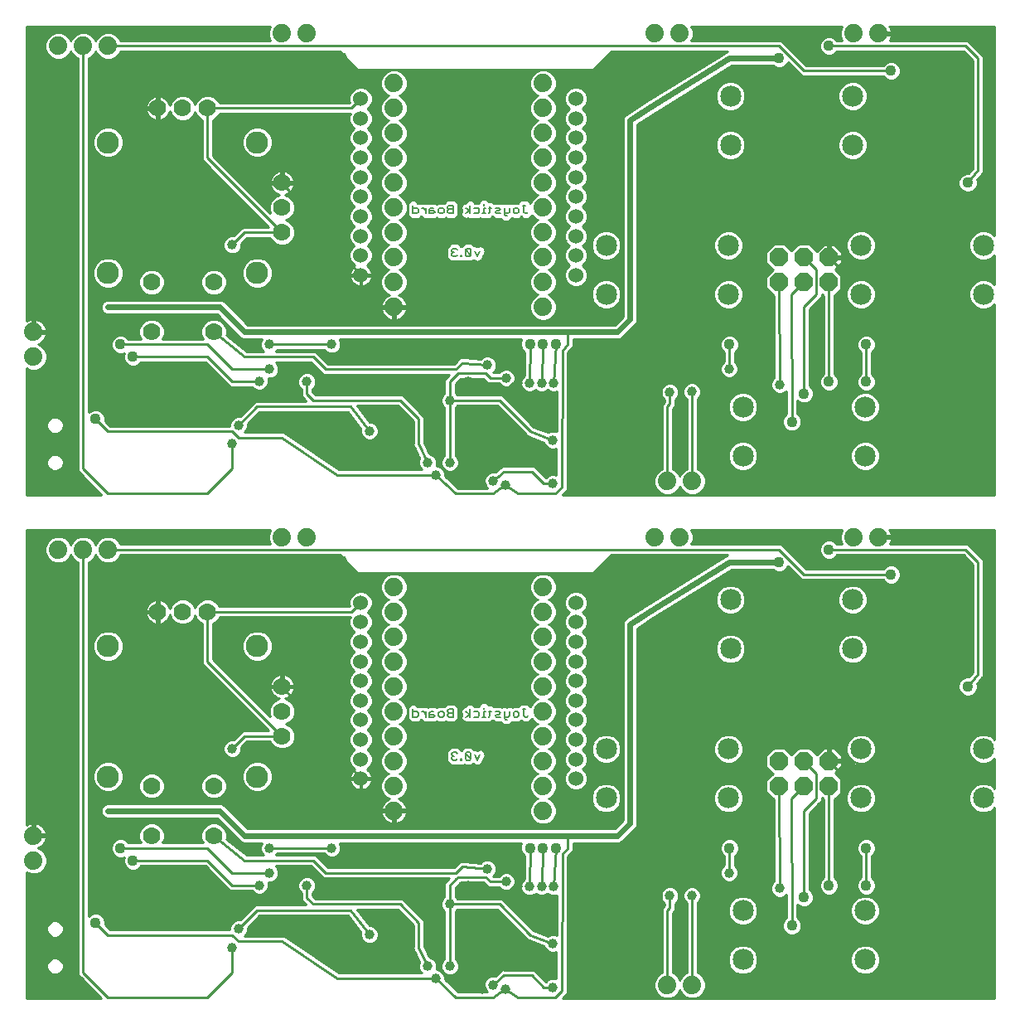
<source format=gbl>
G75*
%MOIN*%
%OFA0B0*%
%FSLAX25Y25*%
%IPPOS*%
%LPD*%
%AMOC8*
5,1,8,0,0,1.08239X$1,22.5*
%
%ADD10C,0.00800*%
%ADD11C,0.07400*%
%ADD12OC8,0.07400*%
%ADD13C,0.06000*%
%ADD14C,0.09000*%
%ADD15C,0.07000*%
%ADD16C,0.08500*%
%ADD17C,0.03969*%
%ADD18C,0.01000*%
%ADD19C,0.04362*%
%ADD20C,0.02400*%
%ADD21C,0.01600*%
D10*
X0186862Y0116600D02*
X0188464Y0116600D01*
X0188997Y0117134D01*
X0188997Y0118201D01*
X0188464Y0118735D01*
X0186862Y0118735D01*
X0186862Y0119803D02*
X0186862Y0116600D01*
X0190465Y0118735D02*
X0190999Y0118735D01*
X0192067Y0117668D01*
X0192067Y0118735D02*
X0192067Y0116600D01*
X0193615Y0116600D02*
X0195216Y0116600D01*
X0195750Y0117134D01*
X0195216Y0117668D01*
X0193615Y0117668D01*
X0193615Y0118201D02*
X0193615Y0116600D01*
X0193615Y0118201D02*
X0194148Y0118735D01*
X0195216Y0118735D01*
X0197298Y0118201D02*
X0197832Y0118735D01*
X0198899Y0118735D01*
X0199433Y0118201D01*
X0199433Y0117134D01*
X0198899Y0116600D01*
X0197832Y0116600D01*
X0197298Y0117134D01*
X0197298Y0118201D01*
X0200981Y0117668D02*
X0200981Y0117134D01*
X0201515Y0116600D01*
X0203116Y0116600D01*
X0203116Y0119803D01*
X0201515Y0119803D01*
X0200981Y0119269D01*
X0200981Y0118735D01*
X0201515Y0118201D01*
X0203116Y0118201D01*
X0201515Y0118201D02*
X0200981Y0117668D01*
X0208267Y0118735D02*
X0209869Y0117668D01*
X0208267Y0116600D01*
X0209869Y0116600D02*
X0209869Y0119803D01*
X0211417Y0118735D02*
X0213018Y0118735D01*
X0213552Y0118201D01*
X0213552Y0117134D01*
X0213018Y0116600D01*
X0211417Y0116600D01*
X0214940Y0116600D02*
X0216007Y0116600D01*
X0215473Y0116600D02*
X0215473Y0118735D01*
X0216007Y0118735D01*
X0215473Y0119803D02*
X0215473Y0120337D01*
X0217395Y0118735D02*
X0218463Y0118735D01*
X0217929Y0119269D02*
X0217929Y0117134D01*
X0217395Y0116600D01*
X0220011Y0117134D02*
X0220544Y0117668D01*
X0221612Y0117668D01*
X0222146Y0118201D01*
X0221612Y0118735D01*
X0220011Y0118735D01*
X0220011Y0117134D02*
X0220544Y0116600D01*
X0222146Y0116600D01*
X0223694Y0116600D02*
X0225295Y0116600D01*
X0225829Y0117134D01*
X0225829Y0118735D01*
X0227377Y0118201D02*
X0227911Y0118735D01*
X0228978Y0118735D01*
X0229512Y0118201D01*
X0229512Y0117134D01*
X0228978Y0116600D01*
X0227911Y0116600D01*
X0227377Y0117134D01*
X0227377Y0118201D01*
X0223694Y0118735D02*
X0223694Y0116066D01*
X0224227Y0115532D01*
X0224761Y0115532D01*
X0231594Y0117134D02*
X0231594Y0119803D01*
X0232128Y0119803D02*
X0231060Y0119803D01*
X0231594Y0117134D02*
X0232128Y0116600D01*
X0232661Y0116600D01*
X0233195Y0117134D01*
X0213895Y0101435D02*
X0212828Y0099300D01*
X0211760Y0101435D01*
X0210212Y0101969D02*
X0209678Y0102503D01*
X0208611Y0102503D01*
X0208077Y0101969D01*
X0210212Y0099834D01*
X0209678Y0099300D01*
X0208611Y0099300D01*
X0208077Y0099834D01*
X0208077Y0101969D01*
X0210212Y0101969D02*
X0210212Y0099834D01*
X0206529Y0099834D02*
X0206529Y0099300D01*
X0205995Y0099300D01*
X0205995Y0099834D01*
X0206529Y0099834D01*
X0204687Y0099834D02*
X0204153Y0099300D01*
X0203086Y0099300D01*
X0202552Y0099834D01*
X0202552Y0100368D01*
X0203086Y0100901D01*
X0203620Y0100901D01*
X0203086Y0100901D02*
X0202552Y0101435D01*
X0202552Y0101969D01*
X0203086Y0102503D01*
X0204153Y0102503D01*
X0204687Y0101969D01*
X0204153Y0301800D02*
X0204687Y0302334D01*
X0204153Y0301800D02*
X0203086Y0301800D01*
X0202552Y0302334D01*
X0202552Y0302868D01*
X0203086Y0303401D01*
X0203620Y0303401D01*
X0203086Y0303401D02*
X0202552Y0303935D01*
X0202552Y0304469D01*
X0203086Y0305003D01*
X0204153Y0305003D01*
X0204687Y0304469D01*
X0205995Y0302334D02*
X0205995Y0301800D01*
X0206529Y0301800D01*
X0206529Y0302334D01*
X0205995Y0302334D01*
X0208077Y0302334D02*
X0208611Y0301800D01*
X0209678Y0301800D01*
X0210212Y0302334D01*
X0208077Y0304469D01*
X0208077Y0302334D01*
X0208077Y0304469D02*
X0208611Y0305003D01*
X0209678Y0305003D01*
X0210212Y0304469D01*
X0210212Y0302334D01*
X0211760Y0303935D02*
X0212828Y0301800D01*
X0213895Y0303935D01*
X0213018Y0319100D02*
X0211417Y0319100D01*
X0209869Y0319100D02*
X0209869Y0322303D01*
X0211417Y0321235D02*
X0213018Y0321235D01*
X0213552Y0320701D01*
X0213552Y0319634D01*
X0213018Y0319100D01*
X0214940Y0319100D02*
X0216007Y0319100D01*
X0215473Y0319100D02*
X0215473Y0321235D01*
X0216007Y0321235D01*
X0215473Y0322303D02*
X0215473Y0322837D01*
X0217395Y0321235D02*
X0218463Y0321235D01*
X0217929Y0321769D02*
X0217929Y0319634D01*
X0217395Y0319100D01*
X0220011Y0319634D02*
X0220544Y0319100D01*
X0222146Y0319100D01*
X0221612Y0320168D02*
X0220544Y0320168D01*
X0220011Y0319634D01*
X0220011Y0321235D02*
X0221612Y0321235D01*
X0222146Y0320701D01*
X0221612Y0320168D01*
X0223694Y0321235D02*
X0223694Y0318566D01*
X0224227Y0318032D01*
X0224761Y0318032D01*
X0225295Y0319100D02*
X0223694Y0319100D01*
X0225295Y0319100D02*
X0225829Y0319634D01*
X0225829Y0321235D01*
X0227377Y0320701D02*
X0227911Y0321235D01*
X0228978Y0321235D01*
X0229512Y0320701D01*
X0229512Y0319634D01*
X0228978Y0319100D01*
X0227911Y0319100D01*
X0227377Y0319634D01*
X0227377Y0320701D01*
X0231060Y0322303D02*
X0232128Y0322303D01*
X0231594Y0322303D02*
X0231594Y0319634D01*
X0232128Y0319100D01*
X0232661Y0319100D01*
X0233195Y0319634D01*
X0209869Y0320168D02*
X0208267Y0321235D01*
X0209869Y0320168D02*
X0208267Y0319100D01*
X0203116Y0319100D02*
X0203116Y0322303D01*
X0201515Y0322303D01*
X0200981Y0321769D01*
X0200981Y0321235D01*
X0201515Y0320701D01*
X0203116Y0320701D01*
X0203116Y0319100D02*
X0201515Y0319100D01*
X0200981Y0319634D01*
X0200981Y0320168D01*
X0201515Y0320701D01*
X0199433Y0320701D02*
X0199433Y0319634D01*
X0198899Y0319100D01*
X0197832Y0319100D01*
X0197298Y0319634D01*
X0197298Y0320701D01*
X0197832Y0321235D01*
X0198899Y0321235D01*
X0199433Y0320701D01*
X0195750Y0319634D02*
X0195216Y0319100D01*
X0193615Y0319100D01*
X0193615Y0320701D01*
X0194148Y0321235D01*
X0195216Y0321235D01*
X0195216Y0320168D02*
X0193615Y0320168D01*
X0192067Y0320168D02*
X0190999Y0321235D01*
X0190465Y0321235D01*
X0188997Y0320701D02*
X0188464Y0321235D01*
X0186862Y0321235D01*
X0186862Y0322303D02*
X0186862Y0319100D01*
X0188464Y0319100D01*
X0188997Y0319634D01*
X0188997Y0320701D01*
X0192067Y0321235D02*
X0192067Y0319100D01*
X0195216Y0320168D02*
X0195750Y0319634D01*
D11*
X0179295Y0321400D03*
X0179295Y0311400D03*
X0179295Y0301400D03*
X0179295Y0291400D03*
X0179295Y0281400D03*
X0179295Y0331400D03*
X0179295Y0341400D03*
X0179295Y0351400D03*
X0179295Y0361400D03*
X0179295Y0371400D03*
X0144295Y0391400D03*
X0134295Y0391400D03*
X0064295Y0386400D03*
X0054295Y0386400D03*
X0044295Y0386400D03*
X0034295Y0271400D03*
X0034295Y0261400D03*
X0044295Y0183900D03*
X0054295Y0183900D03*
X0064295Y0183900D03*
X0134295Y0188900D03*
X0144295Y0188900D03*
X0179295Y0168900D03*
X0179295Y0158900D03*
X0179295Y0148900D03*
X0179295Y0138900D03*
X0179295Y0128900D03*
X0179295Y0118900D03*
X0179295Y0108900D03*
X0179295Y0098900D03*
X0179295Y0088900D03*
X0179295Y0078900D03*
X0239295Y0078900D03*
X0239295Y0088900D03*
X0239295Y0098900D03*
X0239295Y0108900D03*
X0239295Y0118900D03*
X0239295Y0128900D03*
X0239295Y0138900D03*
X0239295Y0148900D03*
X0239295Y0158900D03*
X0239295Y0168900D03*
X0284295Y0188900D03*
X0294295Y0188900D03*
X0289295Y0211400D03*
X0299295Y0211400D03*
X0364295Y0188900D03*
X0374295Y0188900D03*
X0239295Y0281400D03*
X0239295Y0291400D03*
X0239295Y0301400D03*
X0239295Y0311400D03*
X0239295Y0321400D03*
X0239295Y0331400D03*
X0239295Y0341400D03*
X0239295Y0351400D03*
X0239295Y0361400D03*
X0239295Y0371400D03*
X0284295Y0391400D03*
X0294295Y0391400D03*
X0364295Y0391400D03*
X0374295Y0391400D03*
X0034295Y0068900D03*
X0034295Y0058900D03*
X0289295Y0008900D03*
X0299295Y0008900D03*
D12*
X0334295Y0088900D03*
X0334295Y0098900D03*
X0344295Y0098900D03*
X0344295Y0088900D03*
X0354295Y0088900D03*
X0354295Y0098900D03*
X0354295Y0291400D03*
X0354295Y0301400D03*
X0344295Y0301400D03*
X0334295Y0301400D03*
X0334295Y0291400D03*
X0344295Y0291400D03*
D13*
X0252602Y0294274D03*
X0252602Y0302148D03*
X0252602Y0310022D03*
X0252602Y0317896D03*
X0252602Y0325770D03*
X0252602Y0333644D03*
X0252602Y0341518D03*
X0252602Y0349392D03*
X0252602Y0357266D03*
X0252602Y0365140D03*
X0165988Y0365140D03*
X0165988Y0357266D03*
X0165988Y0349392D03*
X0165988Y0341518D03*
X0165988Y0333644D03*
X0165988Y0325770D03*
X0165988Y0317896D03*
X0165988Y0310022D03*
X0165988Y0302148D03*
X0165988Y0294274D03*
X0165988Y0162640D03*
X0165988Y0154766D03*
X0165988Y0146892D03*
X0165988Y0139018D03*
X0165988Y0131144D03*
X0165988Y0123270D03*
X0165988Y0115396D03*
X0165988Y0107522D03*
X0165988Y0099648D03*
X0165988Y0091774D03*
X0252602Y0091774D03*
X0252602Y0099648D03*
X0252602Y0107522D03*
X0252602Y0115396D03*
X0252602Y0123270D03*
X0252602Y0131144D03*
X0252602Y0139018D03*
X0252602Y0146892D03*
X0252602Y0154766D03*
X0252602Y0162640D03*
D14*
X0124295Y0145150D03*
X0124295Y0092650D03*
X0064295Y0092650D03*
X0064295Y0145150D03*
X0064295Y0295150D03*
X0064295Y0347650D03*
X0124295Y0347650D03*
X0124295Y0295150D03*
D15*
X0106795Y0291400D03*
X0106795Y0271400D03*
X0081795Y0271400D03*
X0081795Y0291400D03*
X0134295Y0311400D03*
X0134295Y0321400D03*
X0134295Y0331400D03*
X0104295Y0361400D03*
X0094295Y0361400D03*
X0084295Y0361400D03*
X0084295Y0158900D03*
X0094295Y0158900D03*
X0104295Y0158900D03*
X0134295Y0128900D03*
X0134295Y0118900D03*
X0134295Y0108900D03*
X0106795Y0088900D03*
X0106795Y0068900D03*
X0081795Y0068900D03*
X0081795Y0088900D03*
D16*
X0264689Y0084057D03*
X0264689Y0103743D03*
X0313901Y0103743D03*
X0313901Y0084057D03*
X0319689Y0038743D03*
X0319689Y0019057D03*
X0368901Y0019057D03*
X0368901Y0038743D03*
X0367189Y0084057D03*
X0367189Y0103743D03*
X0363901Y0144057D03*
X0363901Y0163743D03*
X0314689Y0163743D03*
X0314689Y0144057D03*
X0319689Y0221557D03*
X0319689Y0241243D03*
X0313901Y0286557D03*
X0313901Y0306243D03*
X0314689Y0346557D03*
X0314689Y0366243D03*
X0363901Y0366243D03*
X0363901Y0346557D03*
X0367189Y0306243D03*
X0367189Y0286557D03*
X0368901Y0241243D03*
X0368901Y0221557D03*
X0416401Y0286557D03*
X0416401Y0306243D03*
X0264689Y0306243D03*
X0264689Y0286557D03*
X0416401Y0103743D03*
X0416401Y0084057D03*
D17*
X0334495Y0047700D03*
X0314195Y0054000D03*
X0299195Y0044900D03*
X0290295Y0044700D03*
X0264795Y0034500D03*
X0243195Y0025500D03*
X0243195Y0008000D03*
X0224195Y0007300D03*
X0219295Y0009000D03*
X0214795Y0007200D03*
X0201795Y0016400D03*
X0196195Y0011500D03*
X0192895Y0016400D03*
X0194295Y0023900D03*
X0181795Y0023900D03*
X0171795Y0015500D03*
X0169495Y0029100D03*
X0156795Y0016400D03*
X0144295Y0048900D03*
X0129295Y0053900D03*
X0125195Y0049000D03*
X0129295Y0063900D03*
X0154295Y0063900D03*
X0179295Y0063900D03*
X0194295Y0058900D03*
X0191795Y0041400D03*
X0201795Y0041400D03*
X0209295Y0048900D03*
X0216895Y0055600D03*
X0224495Y0050400D03*
X0228995Y0048400D03*
X0233895Y0048400D03*
X0238695Y0048500D03*
X0243595Y0048400D03*
X0264595Y0006500D03*
X0264595Y0146500D03*
X0284595Y0146500D03*
X0264595Y0209000D03*
X0243195Y0210500D03*
X0243195Y0228000D03*
X0243595Y0250900D03*
X0238695Y0251000D03*
X0233895Y0250900D03*
X0228995Y0250900D03*
X0224495Y0252900D03*
X0216895Y0258100D03*
X0209295Y0251400D03*
X0201795Y0243900D03*
X0191795Y0243900D03*
X0194295Y0261400D03*
X0179295Y0266400D03*
X0154295Y0266400D03*
X0144295Y0251400D03*
X0129295Y0256400D03*
X0125195Y0251500D03*
X0129295Y0266400D03*
X0116795Y0233900D03*
X0114295Y0226400D03*
X0092595Y0236000D03*
X0099595Y0176500D03*
X0154595Y0146500D03*
X0158595Y0179500D03*
X0196195Y0214000D03*
X0192895Y0218900D03*
X0194295Y0226400D03*
X0201795Y0218900D03*
X0214795Y0209700D03*
X0219295Y0211500D03*
X0224195Y0209800D03*
X0181795Y0226400D03*
X0171795Y0218000D03*
X0169495Y0231600D03*
X0156795Y0218900D03*
X0114295Y0306400D03*
X0154595Y0349000D03*
X0158595Y0382000D03*
X0099595Y0379000D03*
X0264595Y0349000D03*
X0284595Y0349000D03*
X0314195Y0256500D03*
X0299195Y0247400D03*
X0290295Y0247200D03*
X0264795Y0237000D03*
X0334495Y0250200D03*
X0114295Y0103900D03*
X0092595Y0033500D03*
X0114295Y0023900D03*
X0116795Y0031400D03*
D18*
X0031395Y0054256D02*
X0031395Y0003500D01*
X0061584Y0003500D01*
X0053384Y0011700D01*
X0052095Y0012989D01*
X0052095Y0178966D01*
X0051236Y0179322D01*
X0049717Y0180841D01*
X0049295Y0181860D01*
X0048873Y0180841D01*
X0047354Y0179322D01*
X0045369Y0178500D01*
X0043221Y0178500D01*
X0041236Y0179322D01*
X0039717Y0180841D01*
X0038895Y0182826D01*
X0038895Y0184974D01*
X0039717Y0186959D01*
X0041236Y0188478D01*
X0043221Y0189300D01*
X0045369Y0189300D01*
X0047354Y0188478D01*
X0048873Y0186959D01*
X0049295Y0185940D01*
X0049717Y0186959D01*
X0051236Y0188478D01*
X0053221Y0189300D01*
X0055369Y0189300D01*
X0057354Y0188478D01*
X0058873Y0186959D01*
X0059295Y0185940D01*
X0059717Y0186959D01*
X0061236Y0188478D01*
X0063221Y0189300D01*
X0065369Y0189300D01*
X0067354Y0188478D01*
X0068873Y0186959D01*
X0069229Y0186100D01*
X0129610Y0186100D01*
X0128895Y0187826D01*
X0128895Y0189974D01*
X0129635Y0191761D01*
X0031395Y0191761D01*
X0031395Y0073221D01*
X0031570Y0073347D01*
X0032299Y0073719D01*
X0033077Y0073972D01*
X0033795Y0074086D01*
X0033795Y0069400D01*
X0034795Y0069400D01*
X0034795Y0074086D01*
X0035513Y0073972D01*
X0036291Y0073719D01*
X0037021Y0073347D01*
X0037683Y0072866D01*
X0038261Y0072288D01*
X0038743Y0071625D01*
X0039114Y0070896D01*
X0039367Y0070118D01*
X0039481Y0069400D01*
X0034795Y0069400D01*
X0034795Y0068400D01*
X0039481Y0068400D01*
X0039367Y0067682D01*
X0039114Y0066904D01*
X0038743Y0066175D01*
X0038261Y0065512D01*
X0037683Y0064934D01*
X0037021Y0064453D01*
X0036291Y0064081D01*
X0036071Y0064009D01*
X0037354Y0063478D01*
X0038873Y0061959D01*
X0039695Y0059974D01*
X0039695Y0057826D01*
X0038873Y0055841D01*
X0037354Y0054322D01*
X0035369Y0053500D01*
X0033221Y0053500D01*
X0031395Y0054256D01*
X0031395Y0053423D02*
X0052095Y0053423D01*
X0052095Y0054421D02*
X0037453Y0054421D01*
X0038452Y0055420D02*
X0052095Y0055420D01*
X0052095Y0056418D02*
X0039112Y0056418D01*
X0039526Y0057417D02*
X0052095Y0057417D01*
X0052095Y0058415D02*
X0039695Y0058415D01*
X0039695Y0059414D02*
X0052095Y0059414D01*
X0052095Y0060412D02*
X0039514Y0060412D01*
X0039100Y0061411D02*
X0052095Y0061411D01*
X0052095Y0062409D02*
X0038423Y0062409D01*
X0037424Y0063408D02*
X0052095Y0063408D01*
X0052095Y0064406D02*
X0036930Y0064406D01*
X0038154Y0065405D02*
X0052095Y0065405D01*
X0052095Y0066403D02*
X0038859Y0066403D01*
X0039276Y0067402D02*
X0052095Y0067402D01*
X0052095Y0068400D02*
X0034795Y0068400D01*
X0034795Y0069399D02*
X0052095Y0069399D01*
X0052095Y0070397D02*
X0039276Y0070397D01*
X0038860Y0071396D02*
X0052095Y0071396D01*
X0052095Y0072394D02*
X0038155Y0072394D01*
X0036931Y0073393D02*
X0052095Y0073393D01*
X0052095Y0074391D02*
X0031395Y0074391D01*
X0031395Y0073393D02*
X0031659Y0073393D01*
X0031395Y0075390D02*
X0052095Y0075390D01*
X0052095Y0076388D02*
X0031395Y0076388D01*
X0031395Y0077387D02*
X0052095Y0077387D01*
X0052095Y0078385D02*
X0031395Y0078385D01*
X0031395Y0079384D02*
X0052095Y0079384D01*
X0052095Y0080382D02*
X0031395Y0080382D01*
X0031395Y0081381D02*
X0052095Y0081381D01*
X0052095Y0082379D02*
X0031395Y0082379D01*
X0031395Y0083378D02*
X0052095Y0083378D01*
X0052095Y0084376D02*
X0031395Y0084376D01*
X0031395Y0085375D02*
X0052095Y0085375D01*
X0052095Y0086373D02*
X0031395Y0086373D01*
X0031395Y0087372D02*
X0052095Y0087372D01*
X0052095Y0088370D02*
X0031395Y0088370D01*
X0031395Y0089369D02*
X0052095Y0089369D01*
X0052095Y0090368D02*
X0031395Y0090368D01*
X0031395Y0091366D02*
X0052095Y0091366D01*
X0052095Y0092365D02*
X0031395Y0092365D01*
X0031395Y0093363D02*
X0052095Y0093363D01*
X0052095Y0094362D02*
X0031395Y0094362D01*
X0031395Y0095360D02*
X0052095Y0095360D01*
X0052095Y0096359D02*
X0031395Y0096359D01*
X0031395Y0097357D02*
X0052095Y0097357D01*
X0052095Y0098356D02*
X0031395Y0098356D01*
X0031395Y0099354D02*
X0052095Y0099354D01*
X0052095Y0100353D02*
X0031395Y0100353D01*
X0031395Y0101351D02*
X0052095Y0101351D01*
X0052095Y0102350D02*
X0031395Y0102350D01*
X0031395Y0103348D02*
X0052095Y0103348D01*
X0052095Y0104347D02*
X0031395Y0104347D01*
X0031395Y0105345D02*
X0052095Y0105345D01*
X0052095Y0106344D02*
X0031395Y0106344D01*
X0031395Y0107342D02*
X0052095Y0107342D01*
X0052095Y0108341D02*
X0031395Y0108341D01*
X0031395Y0109339D02*
X0052095Y0109339D01*
X0052095Y0110338D02*
X0031395Y0110338D01*
X0031395Y0111336D02*
X0052095Y0111336D01*
X0052095Y0112335D02*
X0031395Y0112335D01*
X0031395Y0113333D02*
X0052095Y0113333D01*
X0052095Y0114332D02*
X0031395Y0114332D01*
X0031395Y0115330D02*
X0052095Y0115330D01*
X0052095Y0116329D02*
X0031395Y0116329D01*
X0031395Y0117327D02*
X0052095Y0117327D01*
X0052095Y0118326D02*
X0031395Y0118326D01*
X0031395Y0119324D02*
X0052095Y0119324D01*
X0052095Y0120323D02*
X0031395Y0120323D01*
X0031395Y0121321D02*
X0052095Y0121321D01*
X0052095Y0122320D02*
X0031395Y0122320D01*
X0031395Y0123318D02*
X0052095Y0123318D01*
X0052095Y0124317D02*
X0031395Y0124317D01*
X0031395Y0125315D02*
X0052095Y0125315D01*
X0052095Y0126314D02*
X0031395Y0126314D01*
X0031395Y0127312D02*
X0052095Y0127312D01*
X0052095Y0128311D02*
X0031395Y0128311D01*
X0031395Y0129309D02*
X0052095Y0129309D01*
X0052095Y0130308D02*
X0031395Y0130308D01*
X0031395Y0131306D02*
X0052095Y0131306D01*
X0052095Y0132305D02*
X0031395Y0132305D01*
X0031395Y0133303D02*
X0052095Y0133303D01*
X0052095Y0134302D02*
X0031395Y0134302D01*
X0031395Y0135301D02*
X0052095Y0135301D01*
X0052095Y0136299D02*
X0031395Y0136299D01*
X0031395Y0137298D02*
X0052095Y0137298D01*
X0052095Y0138296D02*
X0031395Y0138296D01*
X0031395Y0139295D02*
X0052095Y0139295D01*
X0052095Y0140293D02*
X0031395Y0140293D01*
X0031395Y0141292D02*
X0052095Y0141292D01*
X0052095Y0142290D02*
X0031395Y0142290D01*
X0031395Y0143289D02*
X0052095Y0143289D01*
X0052095Y0144287D02*
X0031395Y0144287D01*
X0031395Y0145286D02*
X0052095Y0145286D01*
X0052095Y0146284D02*
X0031395Y0146284D01*
X0031395Y0147283D02*
X0052095Y0147283D01*
X0052095Y0148281D02*
X0031395Y0148281D01*
X0031395Y0149280D02*
X0052095Y0149280D01*
X0052095Y0150278D02*
X0031395Y0150278D01*
X0031395Y0151277D02*
X0052095Y0151277D01*
X0052095Y0152275D02*
X0031395Y0152275D01*
X0031395Y0153274D02*
X0052095Y0153274D01*
X0052095Y0154272D02*
X0031395Y0154272D01*
X0031395Y0155271D02*
X0052095Y0155271D01*
X0052095Y0156269D02*
X0031395Y0156269D01*
X0031395Y0157268D02*
X0052095Y0157268D01*
X0052095Y0158266D02*
X0031395Y0158266D01*
X0031395Y0159265D02*
X0052095Y0159265D01*
X0052095Y0160263D02*
X0031395Y0160263D01*
X0031395Y0161262D02*
X0052095Y0161262D01*
X0052095Y0162260D02*
X0031395Y0162260D01*
X0031395Y0163259D02*
X0052095Y0163259D01*
X0052095Y0164257D02*
X0031395Y0164257D01*
X0031395Y0165256D02*
X0052095Y0165256D01*
X0052095Y0166254D02*
X0031395Y0166254D01*
X0031395Y0167253D02*
X0052095Y0167253D01*
X0052095Y0168251D02*
X0031395Y0168251D01*
X0031395Y0169250D02*
X0052095Y0169250D01*
X0052095Y0170248D02*
X0031395Y0170248D01*
X0031395Y0171247D02*
X0052095Y0171247D01*
X0052095Y0172245D02*
X0031395Y0172245D01*
X0031395Y0173244D02*
X0052095Y0173244D01*
X0052095Y0174242D02*
X0031395Y0174242D01*
X0031395Y0175241D02*
X0052095Y0175241D01*
X0052095Y0176239D02*
X0031395Y0176239D01*
X0031395Y0177238D02*
X0052095Y0177238D01*
X0052095Y0178237D02*
X0031395Y0178237D01*
X0031395Y0179235D02*
X0041447Y0179235D01*
X0040325Y0180234D02*
X0031395Y0180234D01*
X0031395Y0181232D02*
X0039555Y0181232D01*
X0039142Y0182231D02*
X0031395Y0182231D01*
X0031395Y0183229D02*
X0038895Y0183229D01*
X0038895Y0184228D02*
X0031395Y0184228D01*
X0031395Y0185226D02*
X0039000Y0185226D01*
X0039413Y0186225D02*
X0031395Y0186225D01*
X0031395Y0187223D02*
X0039981Y0187223D01*
X0040980Y0188222D02*
X0031395Y0188222D01*
X0031395Y0189220D02*
X0043028Y0189220D01*
X0045562Y0189220D02*
X0053028Y0189220D01*
X0050980Y0188222D02*
X0047610Y0188222D01*
X0048609Y0187223D02*
X0049981Y0187223D01*
X0049413Y0186225D02*
X0049177Y0186225D01*
X0049035Y0181232D02*
X0049555Y0181232D01*
X0050325Y0180234D02*
X0048265Y0180234D01*
X0047144Y0179235D02*
X0051447Y0179235D01*
X0056495Y0178966D02*
X0057354Y0179322D01*
X0058873Y0180841D01*
X0059295Y0181860D01*
X0059717Y0180841D01*
X0061236Y0179322D01*
X0063221Y0178500D01*
X0065369Y0178500D01*
X0067354Y0179322D01*
X0068873Y0180841D01*
X0069229Y0181700D01*
X0157395Y0181700D01*
X0164595Y0174500D01*
X0259595Y0174500D01*
X0266795Y0181700D01*
X0313440Y0181700D01*
X0313267Y0181672D01*
X0312972Y0181491D01*
X0312652Y0181358D01*
X0312485Y0181191D01*
X0280720Y0161644D01*
X0280666Y0161633D01*
X0280230Y0161342D01*
X0279784Y0161067D01*
X0279752Y0161023D01*
X0272923Y0156471D01*
X0272652Y0156358D01*
X0272448Y0156154D01*
X0272207Y0155993D01*
X0272044Y0155750D01*
X0271837Y0155543D01*
X0271726Y0155275D01*
X0271565Y0155034D01*
X0271507Y0154747D01*
X0271395Y0154477D01*
X0271395Y0154187D01*
X0271338Y0153903D01*
X0271395Y0153616D01*
X0271395Y0075101D01*
X0268094Y0071800D01*
X0120496Y0071800D01*
X0111754Y0080543D01*
X0110938Y0081358D01*
X0109872Y0081800D01*
X0063718Y0081800D01*
X0062652Y0081358D01*
X0061837Y0080543D01*
X0061395Y0079477D01*
X0061395Y0078323D01*
X0061837Y0077257D01*
X0062652Y0076441D01*
X0063718Y0076000D01*
X0108094Y0076000D01*
X0117652Y0066441D01*
X0118718Y0066000D01*
X0126185Y0066000D01*
X0126172Y0065987D01*
X0125611Y0064633D01*
X0125611Y0063167D01*
X0126172Y0061813D01*
X0126885Y0061100D01*
X0120067Y0061100D01*
X0111899Y0067634D01*
X0111995Y0067866D01*
X0111995Y0069934D01*
X0111203Y0071846D01*
X0109741Y0073308D01*
X0107829Y0074100D01*
X0105761Y0074100D01*
X0103850Y0073308D01*
X0102387Y0071846D01*
X0101595Y0069934D01*
X0101595Y0067866D01*
X0102327Y0066100D01*
X0086264Y0066100D01*
X0086995Y0067866D01*
X0086995Y0069934D01*
X0086203Y0071846D01*
X0084741Y0073308D01*
X0082829Y0074100D01*
X0080761Y0074100D01*
X0078850Y0073308D01*
X0077387Y0071846D01*
X0076595Y0069934D01*
X0076595Y0067866D01*
X0077327Y0066100D01*
X0072584Y0066100D01*
X0071494Y0067190D01*
X0070067Y0067781D01*
X0068523Y0067781D01*
X0067097Y0067190D01*
X0066005Y0066098D01*
X0065414Y0064672D01*
X0065414Y0063128D01*
X0066005Y0061702D01*
X0067097Y0060610D01*
X0068523Y0060019D01*
X0070067Y0060019D01*
X0070659Y0060264D01*
X0070414Y0059672D01*
X0070414Y0058128D01*
X0071005Y0056702D01*
X0072097Y0055610D01*
X0073523Y0055019D01*
X0075067Y0055019D01*
X0076494Y0055610D01*
X0077584Y0056700D01*
X0103384Y0056700D01*
X0112103Y0047980D01*
X0112104Y0047969D01*
X0112746Y0047337D01*
X0113384Y0046700D01*
X0113396Y0046700D01*
X0113404Y0046692D01*
X0114305Y0046700D01*
X0115206Y0046700D01*
X0115215Y0046708D01*
X0122212Y0046773D01*
X0123108Y0045877D01*
X0124462Y0045316D01*
X0125928Y0045316D01*
X0127282Y0045877D01*
X0128318Y0046913D01*
X0128879Y0048267D01*
X0128879Y0049733D01*
X0128679Y0050216D01*
X0130028Y0050216D01*
X0131382Y0050777D01*
X0132418Y0051813D01*
X0132979Y0053167D01*
X0132979Y0054633D01*
X0132418Y0055987D01*
X0131705Y0056700D01*
X0145884Y0056700D01*
X0150884Y0051700D01*
X0201484Y0051700D01*
X0200884Y0051100D01*
X0199595Y0049811D01*
X0199595Y0044410D01*
X0198672Y0043487D01*
X0198111Y0042133D01*
X0198111Y0040667D01*
X0198672Y0039313D01*
X0199595Y0038390D01*
X0199595Y0019410D01*
X0198672Y0018487D01*
X0198111Y0017133D01*
X0198111Y0015667D01*
X0198672Y0014313D01*
X0199708Y0013277D01*
X0201062Y0012716D01*
X0202528Y0012716D01*
X0203882Y0013277D01*
X0204918Y0014313D01*
X0205479Y0015667D01*
X0205479Y0017133D01*
X0204918Y0018487D01*
X0203995Y0019410D01*
X0203995Y0038390D01*
X0204805Y0039200D01*
X0220884Y0039200D01*
X0232452Y0027631D01*
X0232659Y0027170D01*
X0233071Y0027012D01*
X0233384Y0026700D01*
X0233889Y0026700D01*
X0239617Y0024512D01*
X0240072Y0023413D01*
X0241108Y0022377D01*
X0242462Y0021816D01*
X0243928Y0021816D01*
X0244652Y0022116D01*
X0244613Y0011400D01*
X0243928Y0011684D01*
X0242462Y0011684D01*
X0241108Y0011123D01*
X0240346Y0010361D01*
X0235706Y0015000D01*
X0223663Y0015000D01*
X0222821Y0015052D01*
X0222762Y0015000D01*
X0222684Y0015000D01*
X0222087Y0014404D01*
X0220106Y0012652D01*
X0220028Y0012684D01*
X0218562Y0012684D01*
X0217208Y0012123D01*
X0216172Y0011087D01*
X0215611Y0009733D01*
X0215611Y0008267D01*
X0216172Y0006913D01*
X0216985Y0006100D01*
X0205166Y0006100D01*
X0199879Y0011060D01*
X0199879Y0012233D01*
X0199318Y0013587D01*
X0198282Y0014623D01*
X0196928Y0015184D01*
X0196379Y0015184D01*
X0196579Y0015667D01*
X0196579Y0017133D01*
X0196018Y0018487D01*
X0194982Y0019523D01*
X0193628Y0020084D01*
X0193567Y0020084D01*
X0191495Y0024401D01*
X0191495Y0034811D01*
X0183995Y0042311D01*
X0182706Y0043600D01*
X0147706Y0043600D01*
X0146495Y0044811D01*
X0146495Y0045890D01*
X0147418Y0046813D01*
X0147979Y0048167D01*
X0147979Y0049633D01*
X0147418Y0050987D01*
X0146382Y0052023D01*
X0145028Y0052584D01*
X0143562Y0052584D01*
X0142208Y0052023D01*
X0141172Y0050987D01*
X0140611Y0049633D01*
X0140611Y0048167D01*
X0141172Y0046813D01*
X0142095Y0045890D01*
X0142095Y0042989D01*
X0143384Y0041700D01*
X0143984Y0041100D01*
X0123384Y0041100D01*
X0117368Y0035084D01*
X0116062Y0035084D01*
X0114708Y0034523D01*
X0113672Y0033487D01*
X0113111Y0032133D01*
X0113111Y0031100D01*
X0065206Y0031100D01*
X0063176Y0033130D01*
X0063176Y0034672D01*
X0062585Y0036098D01*
X0061494Y0037190D01*
X0060067Y0037781D01*
X0058523Y0037781D01*
X0057097Y0037190D01*
X0056495Y0036589D01*
X0056495Y0178966D01*
X0057144Y0179235D02*
X0061447Y0179235D01*
X0060325Y0180234D02*
X0058265Y0180234D01*
X0059035Y0181232D02*
X0059555Y0181232D01*
X0056495Y0178237D02*
X0160859Y0178237D01*
X0159860Y0179235D02*
X0067144Y0179235D01*
X0068265Y0180234D02*
X0158862Y0180234D01*
X0157863Y0181232D02*
X0069035Y0181232D01*
X0069177Y0186225D02*
X0129558Y0186225D01*
X0129145Y0187223D02*
X0068609Y0187223D01*
X0067610Y0188222D02*
X0128895Y0188222D01*
X0128895Y0189220D02*
X0065562Y0189220D01*
X0063028Y0189220D02*
X0055562Y0189220D01*
X0057610Y0188222D02*
X0060980Y0188222D01*
X0059981Y0187223D02*
X0058609Y0187223D01*
X0059177Y0186225D02*
X0059413Y0186225D01*
X0054295Y0183900D02*
X0054295Y0013900D01*
X0064295Y0003900D01*
X0104295Y0003900D01*
X0114295Y0013900D01*
X0114295Y0023900D01*
X0116795Y0026400D02*
X0134295Y0026400D01*
X0156395Y0011500D01*
X0196195Y0011500D01*
X0204295Y0003900D01*
X0219295Y0003900D01*
X0221695Y0006000D01*
X0224195Y0007300D01*
X0229295Y0003900D01*
X0244295Y0003900D01*
X0246795Y0006400D01*
X0246995Y0061500D01*
X0249295Y0063900D01*
X0249295Y0068900D01*
X0251495Y0066000D02*
X0269872Y0066000D01*
X0270938Y0066441D01*
X0271754Y0067257D01*
X0276754Y0072257D01*
X0277195Y0073323D01*
X0277195Y0152348D01*
X0283360Y0156458D01*
X0315116Y0176000D01*
X0331706Y0176000D01*
X0332097Y0175610D01*
X0333523Y0175019D01*
X0335067Y0175019D01*
X0336494Y0175610D01*
X0337585Y0176702D01*
X0337819Y0177265D01*
X0342095Y0172989D01*
X0342095Y0172989D01*
X0343384Y0171700D01*
X0376006Y0171700D01*
X0377097Y0170610D01*
X0378523Y0170019D01*
X0380067Y0170019D01*
X0381494Y0170610D01*
X0382585Y0171702D01*
X0383176Y0173128D01*
X0383176Y0174672D01*
X0382585Y0176098D01*
X0381494Y0177190D01*
X0380067Y0177781D01*
X0378523Y0177781D01*
X0377097Y0177190D01*
X0376006Y0176100D01*
X0345206Y0176100D01*
X0336495Y0184811D01*
X0336495Y0184811D01*
X0335206Y0186100D01*
X0298980Y0186100D01*
X0299695Y0187826D01*
X0299695Y0189974D01*
X0298955Y0191761D01*
X0359635Y0191761D01*
X0358895Y0189974D01*
X0358895Y0187826D01*
X0359610Y0186100D01*
X0357584Y0186100D01*
X0356494Y0187190D01*
X0355067Y0187781D01*
X0353523Y0187781D01*
X0352097Y0187190D01*
X0351005Y0186098D01*
X0350414Y0184672D01*
X0350414Y0183128D01*
X0351005Y0181702D01*
X0352097Y0180610D01*
X0353523Y0180019D01*
X0355067Y0180019D01*
X0356494Y0180610D01*
X0357584Y0181700D01*
X0408384Y0181700D01*
X0412095Y0177989D01*
X0412095Y0134687D01*
X0410533Y0132781D01*
X0409423Y0132781D01*
X0407997Y0132190D01*
X0406905Y0131098D01*
X0406314Y0129672D01*
X0406314Y0128128D01*
X0406905Y0126702D01*
X0407997Y0125610D01*
X0409423Y0125019D01*
X0410967Y0125019D01*
X0412394Y0125610D01*
X0413485Y0126702D01*
X0414076Y0128128D01*
X0414076Y0129672D01*
X0413941Y0129999D01*
X0415928Y0132421D01*
X0416495Y0132989D01*
X0416495Y0133113D01*
X0416574Y0133210D01*
X0416495Y0134009D01*
X0416495Y0179811D01*
X0411495Y0184811D01*
X0410206Y0186100D01*
X0378688Y0186100D01*
X0378743Y0186175D01*
X0379114Y0186904D01*
X0379367Y0187682D01*
X0379481Y0188400D01*
X0374795Y0188400D01*
X0374795Y0189400D01*
X0379481Y0189400D01*
X0379367Y0190118D01*
X0379114Y0190896D01*
X0378743Y0191625D01*
X0378644Y0191761D01*
X0420896Y0191761D01*
X0420896Y0107663D01*
X0419772Y0108787D01*
X0417585Y0109693D01*
X0415218Y0109693D01*
X0413031Y0108787D01*
X0411357Y0107113D01*
X0410451Y0104926D01*
X0410451Y0102559D01*
X0411357Y0100372D01*
X0413031Y0098698D01*
X0415218Y0097793D01*
X0417585Y0097793D01*
X0419772Y0098698D01*
X0420896Y0099822D01*
X0420896Y0087978D01*
X0419772Y0089102D01*
X0417585Y0090007D01*
X0415218Y0090007D01*
X0413031Y0089102D01*
X0411357Y0087428D01*
X0410451Y0085241D01*
X0410451Y0082874D01*
X0411357Y0080687D01*
X0413031Y0079013D01*
X0415218Y0078107D01*
X0417585Y0078107D01*
X0419772Y0079013D01*
X0420896Y0080137D01*
X0420896Y0003500D01*
X0247006Y0003500D01*
X0248349Y0004842D01*
X0248992Y0005481D01*
X0248992Y0005485D01*
X0248995Y0005489D01*
X0248995Y0006396D01*
X0249192Y0060613D01*
X0250867Y0062361D01*
X0251495Y0062989D01*
X0251495Y0063016D01*
X0251514Y0063036D01*
X0251495Y0063923D01*
X0251495Y0066000D01*
X0251495Y0065405D02*
X0310718Y0065405D01*
X0311005Y0066098D02*
X0310414Y0064672D01*
X0310414Y0063128D01*
X0311005Y0061702D01*
X0312062Y0060644D01*
X0312026Y0057041D01*
X0311072Y0056087D01*
X0310511Y0054733D01*
X0310511Y0053267D01*
X0311072Y0051913D01*
X0312108Y0050877D01*
X0313462Y0050316D01*
X0314928Y0050316D01*
X0316282Y0050877D01*
X0317318Y0051913D01*
X0317879Y0053267D01*
X0317879Y0054733D01*
X0317318Y0056087D01*
X0316425Y0056980D01*
X0316462Y0060597D01*
X0316494Y0060610D01*
X0317585Y0061702D01*
X0318176Y0063128D01*
X0318176Y0064672D01*
X0317585Y0066098D01*
X0316494Y0067190D01*
X0315067Y0067781D01*
X0313523Y0067781D01*
X0312097Y0067190D01*
X0311005Y0066098D01*
X0311310Y0066403D02*
X0270845Y0066403D01*
X0271898Y0067402D02*
X0312607Y0067402D01*
X0315983Y0067402D02*
X0332199Y0067402D01*
X0332195Y0068400D02*
X0272897Y0068400D01*
X0273895Y0069399D02*
X0332190Y0069399D01*
X0332185Y0070397D02*
X0274894Y0070397D01*
X0275892Y0071396D02*
X0332180Y0071396D01*
X0332175Y0072394D02*
X0276810Y0072394D01*
X0277195Y0073393D02*
X0332170Y0073393D01*
X0332166Y0074391D02*
X0277195Y0074391D01*
X0277195Y0075390D02*
X0332161Y0075390D01*
X0332156Y0076388D02*
X0277195Y0076388D01*
X0277195Y0077387D02*
X0332151Y0077387D01*
X0332146Y0078385D02*
X0315756Y0078385D01*
X0315085Y0078107D02*
X0317272Y0079013D01*
X0318946Y0080687D01*
X0319851Y0082874D01*
X0319851Y0085241D01*
X0318946Y0087428D01*
X0317272Y0089102D01*
X0315085Y0090007D01*
X0312718Y0090007D01*
X0310531Y0089102D01*
X0308857Y0087428D01*
X0307951Y0085241D01*
X0307951Y0082874D01*
X0308857Y0080687D01*
X0310531Y0079013D01*
X0312718Y0078107D01*
X0315085Y0078107D01*
X0317642Y0079384D02*
X0332141Y0079384D01*
X0332136Y0080382D02*
X0318641Y0080382D01*
X0319233Y0081381D02*
X0332132Y0081381D01*
X0332127Y0082379D02*
X0319647Y0082379D01*
X0319851Y0083378D02*
X0332122Y0083378D01*
X0332121Y0083500D02*
X0332281Y0050696D01*
X0331372Y0049787D01*
X0330811Y0048433D01*
X0330811Y0046967D01*
X0331372Y0045613D01*
X0332408Y0044577D01*
X0333762Y0044016D01*
X0335228Y0044016D01*
X0336582Y0044577D01*
X0337171Y0045165D01*
X0337189Y0036082D01*
X0336105Y0034998D01*
X0335514Y0033572D01*
X0335514Y0032028D01*
X0336105Y0030602D01*
X0337197Y0029510D01*
X0338623Y0028919D01*
X0340167Y0028919D01*
X0341594Y0029510D01*
X0342685Y0030602D01*
X0343276Y0032028D01*
X0343276Y0033572D01*
X0342685Y0034998D01*
X0341594Y0036090D01*
X0341589Y0036092D01*
X0341578Y0041328D01*
X0342097Y0040810D01*
X0343523Y0040219D01*
X0345067Y0040219D01*
X0346494Y0040810D01*
X0347585Y0041902D01*
X0348176Y0043328D01*
X0348176Y0044872D01*
X0347585Y0046298D01*
X0346495Y0047389D01*
X0346495Y0077989D01*
X0350206Y0081700D01*
X0351495Y0082989D01*
X0351495Y0084063D01*
X0352058Y0083500D01*
X0352095Y0083500D01*
X0352095Y0052189D01*
X0351005Y0051098D01*
X0350414Y0049672D01*
X0350414Y0048128D01*
X0351005Y0046702D01*
X0352097Y0045610D01*
X0353523Y0045019D01*
X0355067Y0045019D01*
X0356494Y0045610D01*
X0357585Y0046702D01*
X0358176Y0048128D01*
X0358176Y0049672D01*
X0357585Y0051098D01*
X0356495Y0052189D01*
X0356495Y0083500D01*
X0356532Y0083500D01*
X0359695Y0086663D01*
X0359695Y0091137D01*
X0356790Y0094041D01*
X0359495Y0096746D01*
X0359495Y0098400D01*
X0354795Y0098400D01*
X0354795Y0099400D01*
X0353795Y0099400D01*
X0353795Y0104100D01*
X0352141Y0104100D01*
X0349437Y0101395D01*
X0346532Y0104300D01*
X0342058Y0104300D01*
X0339295Y0101537D01*
X0336532Y0104300D01*
X0332058Y0104300D01*
X0328895Y0101137D01*
X0328895Y0096663D01*
X0331658Y0093900D01*
X0328895Y0091137D01*
X0328895Y0086663D01*
X0332058Y0083500D01*
X0332121Y0083500D01*
X0331182Y0084376D02*
X0319851Y0084376D01*
X0319796Y0085375D02*
X0330183Y0085375D01*
X0329185Y0086373D02*
X0319382Y0086373D01*
X0318969Y0087372D02*
X0328895Y0087372D01*
X0328895Y0088370D02*
X0318003Y0088370D01*
X0316626Y0089369D02*
X0328895Y0089369D01*
X0328895Y0090368D02*
X0277195Y0090368D01*
X0277195Y0091366D02*
X0329124Y0091366D01*
X0330123Y0092365D02*
X0277195Y0092365D01*
X0277195Y0093363D02*
X0331121Y0093363D01*
X0331197Y0094362D02*
X0277195Y0094362D01*
X0277195Y0095360D02*
X0330198Y0095360D01*
X0329200Y0096359D02*
X0277195Y0096359D01*
X0277195Y0097357D02*
X0328895Y0097357D01*
X0328895Y0098356D02*
X0316444Y0098356D01*
X0317272Y0098698D02*
X0318946Y0100372D01*
X0319851Y0102559D01*
X0319851Y0104926D01*
X0318946Y0107113D01*
X0317272Y0108787D01*
X0315085Y0109693D01*
X0312718Y0109693D01*
X0310531Y0108787D01*
X0308857Y0107113D01*
X0307951Y0104926D01*
X0307951Y0102559D01*
X0308857Y0100372D01*
X0310531Y0098698D01*
X0312718Y0097793D01*
X0315085Y0097793D01*
X0317272Y0098698D01*
X0317928Y0099354D02*
X0328895Y0099354D01*
X0328895Y0100353D02*
X0318926Y0100353D01*
X0319351Y0101351D02*
X0329110Y0101351D01*
X0330108Y0102350D02*
X0319765Y0102350D01*
X0319851Y0103348D02*
X0331107Y0103348D01*
X0337484Y0103348D02*
X0341107Y0103348D01*
X0340108Y0102350D02*
X0338482Y0102350D01*
X0344295Y0098900D02*
X0349295Y0093900D01*
X0349295Y0083900D01*
X0344295Y0078900D01*
X0344295Y0044100D01*
X0347124Y0041440D02*
X0363579Y0041440D01*
X0363857Y0042113D02*
X0362951Y0039926D01*
X0362951Y0037559D01*
X0363857Y0035372D01*
X0365531Y0033698D01*
X0367718Y0032793D01*
X0370085Y0032793D01*
X0372272Y0033698D01*
X0373946Y0035372D01*
X0374851Y0037559D01*
X0374851Y0039926D01*
X0373946Y0042113D01*
X0372272Y0043787D01*
X0370085Y0044693D01*
X0367718Y0044693D01*
X0365531Y0043787D01*
X0363857Y0042113D01*
X0364183Y0042439D02*
X0347808Y0042439D01*
X0348176Y0043437D02*
X0365182Y0043437D01*
X0367099Y0044436D02*
X0348176Y0044436D01*
X0347943Y0045434D02*
X0352520Y0045434D01*
X0351273Y0046433D02*
X0347451Y0046433D01*
X0346495Y0047432D02*
X0350703Y0047432D01*
X0350414Y0048430D02*
X0346495Y0048430D01*
X0346495Y0049429D02*
X0350414Y0049429D01*
X0350727Y0050427D02*
X0346495Y0050427D01*
X0346495Y0051426D02*
X0351332Y0051426D01*
X0352095Y0052424D02*
X0346495Y0052424D01*
X0346495Y0053423D02*
X0352095Y0053423D01*
X0352095Y0054421D02*
X0346495Y0054421D01*
X0346495Y0055420D02*
X0352095Y0055420D01*
X0352095Y0056418D02*
X0346495Y0056418D01*
X0346495Y0057417D02*
X0352095Y0057417D01*
X0352095Y0058415D02*
X0346495Y0058415D01*
X0346495Y0059414D02*
X0352095Y0059414D01*
X0352095Y0060412D02*
X0346495Y0060412D01*
X0346495Y0061411D02*
X0352095Y0061411D01*
X0352095Y0062409D02*
X0346495Y0062409D01*
X0346495Y0063408D02*
X0352095Y0063408D01*
X0352095Y0064406D02*
X0346495Y0064406D01*
X0346495Y0065405D02*
X0352095Y0065405D01*
X0352095Y0066403D02*
X0346495Y0066403D01*
X0346495Y0067402D02*
X0352095Y0067402D01*
X0352095Y0068400D02*
X0346495Y0068400D01*
X0346495Y0069399D02*
X0352095Y0069399D01*
X0352095Y0070397D02*
X0346495Y0070397D01*
X0346495Y0071396D02*
X0352095Y0071396D01*
X0352095Y0072394D02*
X0346495Y0072394D01*
X0346495Y0073393D02*
X0352095Y0073393D01*
X0352095Y0074391D02*
X0346495Y0074391D01*
X0346495Y0075390D02*
X0352095Y0075390D01*
X0352095Y0076388D02*
X0346495Y0076388D01*
X0346495Y0077387D02*
X0352095Y0077387D01*
X0352095Y0078385D02*
X0346892Y0078385D01*
X0347890Y0079384D02*
X0352095Y0079384D01*
X0352095Y0080382D02*
X0348889Y0080382D01*
X0349887Y0081381D02*
X0352095Y0081381D01*
X0352095Y0082379D02*
X0350886Y0082379D01*
X0351495Y0083378D02*
X0352095Y0083378D01*
X0356495Y0083378D02*
X0361239Y0083378D01*
X0361239Y0082874D02*
X0362145Y0080687D01*
X0363818Y0079013D01*
X0366005Y0078107D01*
X0368372Y0078107D01*
X0370559Y0079013D01*
X0372233Y0080687D01*
X0373139Y0082874D01*
X0373139Y0085241D01*
X0372233Y0087428D01*
X0370559Y0089102D01*
X0368372Y0090007D01*
X0366005Y0090007D01*
X0363818Y0089102D01*
X0362145Y0087428D01*
X0361239Y0085241D01*
X0361239Y0082874D01*
X0361444Y0082379D02*
X0356495Y0082379D01*
X0356495Y0081381D02*
X0361857Y0081381D01*
X0362449Y0080382D02*
X0356495Y0080382D01*
X0356495Y0079384D02*
X0363448Y0079384D01*
X0365334Y0078385D02*
X0356495Y0078385D01*
X0356495Y0077387D02*
X0420896Y0077387D01*
X0420896Y0078385D02*
X0418256Y0078385D01*
X0420142Y0079384D02*
X0420896Y0079384D01*
X0420896Y0076388D02*
X0356495Y0076388D01*
X0356495Y0075390D02*
X0420896Y0075390D01*
X0420896Y0074391D02*
X0356495Y0074391D01*
X0356495Y0073393D02*
X0420896Y0073393D01*
X0420896Y0072394D02*
X0356495Y0072394D01*
X0356495Y0071396D02*
X0420896Y0071396D01*
X0420896Y0070397D02*
X0356495Y0070397D01*
X0356495Y0069399D02*
X0420896Y0069399D01*
X0420896Y0068400D02*
X0356495Y0068400D01*
X0356495Y0067402D02*
X0367607Y0067402D01*
X0367097Y0067190D02*
X0366005Y0066098D01*
X0365414Y0064672D01*
X0365414Y0063128D01*
X0366005Y0061702D01*
X0367095Y0060611D01*
X0367095Y0052189D01*
X0366005Y0051098D01*
X0365414Y0049672D01*
X0365414Y0048128D01*
X0366005Y0046702D01*
X0367097Y0045610D01*
X0368523Y0045019D01*
X0370067Y0045019D01*
X0371494Y0045610D01*
X0372585Y0046702D01*
X0373176Y0048128D01*
X0373176Y0049672D01*
X0372585Y0051098D01*
X0371495Y0052189D01*
X0371495Y0060611D01*
X0372585Y0061702D01*
X0373176Y0063128D01*
X0373176Y0064672D01*
X0372585Y0066098D01*
X0371494Y0067190D01*
X0370067Y0067781D01*
X0368523Y0067781D01*
X0367097Y0067190D01*
X0366310Y0066403D02*
X0356495Y0066403D01*
X0356495Y0065405D02*
X0365718Y0065405D01*
X0365414Y0064406D02*
X0356495Y0064406D01*
X0356495Y0063408D02*
X0365414Y0063408D01*
X0365712Y0062409D02*
X0356495Y0062409D01*
X0356495Y0061411D02*
X0366296Y0061411D01*
X0367095Y0060412D02*
X0356495Y0060412D01*
X0356495Y0059414D02*
X0367095Y0059414D01*
X0367095Y0058415D02*
X0356495Y0058415D01*
X0356495Y0057417D02*
X0367095Y0057417D01*
X0367095Y0056418D02*
X0356495Y0056418D01*
X0356495Y0055420D02*
X0367095Y0055420D01*
X0367095Y0054421D02*
X0356495Y0054421D01*
X0356495Y0053423D02*
X0367095Y0053423D01*
X0367095Y0052424D02*
X0356495Y0052424D01*
X0357258Y0051426D02*
X0366332Y0051426D01*
X0365727Y0050427D02*
X0357863Y0050427D01*
X0358176Y0049429D02*
X0365414Y0049429D01*
X0365414Y0048430D02*
X0358176Y0048430D01*
X0357888Y0047432D02*
X0365703Y0047432D01*
X0366273Y0046433D02*
X0357317Y0046433D01*
X0356070Y0045434D02*
X0367520Y0045434D01*
X0370704Y0044436D02*
X0420896Y0044436D01*
X0420896Y0045434D02*
X0371070Y0045434D01*
X0372317Y0046433D02*
X0420896Y0046433D01*
X0420896Y0047432D02*
X0372888Y0047432D01*
X0373176Y0048430D02*
X0420896Y0048430D01*
X0420896Y0049429D02*
X0373176Y0049429D01*
X0372863Y0050427D02*
X0420896Y0050427D01*
X0420896Y0051426D02*
X0372258Y0051426D01*
X0371495Y0052424D02*
X0420896Y0052424D01*
X0420896Y0053423D02*
X0371495Y0053423D01*
X0371495Y0054421D02*
X0420896Y0054421D01*
X0420896Y0055420D02*
X0371495Y0055420D01*
X0371495Y0056418D02*
X0420896Y0056418D01*
X0420896Y0057417D02*
X0371495Y0057417D01*
X0371495Y0058415D02*
X0420896Y0058415D01*
X0420896Y0059414D02*
X0371495Y0059414D01*
X0371495Y0060412D02*
X0420896Y0060412D01*
X0420896Y0061411D02*
X0372295Y0061411D01*
X0372878Y0062409D02*
X0420896Y0062409D01*
X0420896Y0063408D02*
X0373176Y0063408D01*
X0373176Y0064406D02*
X0420896Y0064406D01*
X0420896Y0065405D02*
X0372873Y0065405D01*
X0372281Y0066403D02*
X0420896Y0066403D01*
X0420896Y0067402D02*
X0370983Y0067402D01*
X0369295Y0063900D02*
X0369295Y0048900D01*
X0372621Y0043437D02*
X0420896Y0043437D01*
X0420896Y0042439D02*
X0373620Y0042439D01*
X0374224Y0041440D02*
X0420896Y0041440D01*
X0420896Y0040442D02*
X0374638Y0040442D01*
X0374851Y0039443D02*
X0420896Y0039443D01*
X0420896Y0038445D02*
X0374851Y0038445D01*
X0374805Y0037446D02*
X0420896Y0037446D01*
X0420896Y0036448D02*
X0374391Y0036448D01*
X0373978Y0035449D02*
X0420896Y0035449D01*
X0420896Y0034451D02*
X0373024Y0034451D01*
X0371678Y0033452D02*
X0420896Y0033452D01*
X0420896Y0032454D02*
X0343276Y0032454D01*
X0343276Y0033452D02*
X0366125Y0033452D01*
X0364779Y0034451D02*
X0342912Y0034451D01*
X0342234Y0035449D02*
X0363825Y0035449D01*
X0363412Y0036448D02*
X0341588Y0036448D01*
X0341586Y0037446D02*
X0362998Y0037446D01*
X0362951Y0038445D02*
X0341584Y0038445D01*
X0341582Y0039443D02*
X0362951Y0039443D01*
X0363165Y0040442D02*
X0345606Y0040442D01*
X0342985Y0040442D02*
X0341580Y0040442D01*
X0337180Y0040442D02*
X0325425Y0040442D01*
X0325639Y0039926D02*
X0324733Y0042113D01*
X0323059Y0043787D01*
X0320872Y0044693D01*
X0318505Y0044693D01*
X0316318Y0043787D01*
X0314645Y0042113D01*
X0313739Y0039926D01*
X0313739Y0037559D01*
X0314645Y0035372D01*
X0316318Y0033698D01*
X0318505Y0032793D01*
X0320872Y0032793D01*
X0323059Y0033698D01*
X0324733Y0035372D01*
X0325639Y0037559D01*
X0325639Y0039926D01*
X0325639Y0039443D02*
X0337182Y0039443D01*
X0337184Y0038445D02*
X0325639Y0038445D01*
X0325592Y0037446D02*
X0337186Y0037446D01*
X0337188Y0036448D02*
X0325179Y0036448D01*
X0324765Y0035449D02*
X0336556Y0035449D01*
X0335878Y0034451D02*
X0323812Y0034451D01*
X0322465Y0033452D02*
X0335514Y0033452D01*
X0335514Y0032454D02*
X0301430Y0032454D01*
X0301427Y0033452D02*
X0316912Y0033452D01*
X0315566Y0034451D02*
X0301424Y0034451D01*
X0301421Y0035449D02*
X0314613Y0035449D01*
X0314199Y0036448D02*
X0301419Y0036448D01*
X0301416Y0037446D02*
X0313785Y0037446D01*
X0313739Y0038445D02*
X0301413Y0038445D01*
X0301410Y0039443D02*
X0313739Y0039443D01*
X0313953Y0040442D02*
X0301408Y0040442D01*
X0301405Y0041440D02*
X0314366Y0041440D01*
X0314971Y0042439D02*
X0301944Y0042439D01*
X0302318Y0042813D02*
X0301403Y0041898D01*
X0301481Y0013839D01*
X0302354Y0013478D01*
X0303873Y0011959D01*
X0304695Y0009974D01*
X0304695Y0007826D01*
X0303873Y0005841D01*
X0302354Y0004322D01*
X0300369Y0003500D01*
X0298221Y0003500D01*
X0296236Y0004322D01*
X0294717Y0005841D01*
X0294295Y0006860D01*
X0293873Y0005841D01*
X0292354Y0004322D01*
X0290369Y0003500D01*
X0288221Y0003500D01*
X0286236Y0004322D01*
X0284717Y0005841D01*
X0283895Y0007826D01*
X0283895Y0009974D01*
X0284717Y0011959D01*
X0286236Y0013478D01*
X0287095Y0013834D01*
X0287095Y0039811D01*
X0288095Y0040811D01*
X0288095Y0041690D01*
X0287172Y0042613D01*
X0286611Y0043967D01*
X0286611Y0045433D01*
X0287172Y0046787D01*
X0288208Y0047823D01*
X0289562Y0048384D01*
X0291028Y0048384D01*
X0292382Y0047823D01*
X0293418Y0046787D01*
X0293979Y0045433D01*
X0293979Y0043967D01*
X0293418Y0042613D01*
X0292495Y0041690D01*
X0292495Y0038989D01*
X0291495Y0037989D01*
X0291495Y0013834D01*
X0292354Y0013478D01*
X0293873Y0011959D01*
X0294295Y0010940D01*
X0294717Y0011959D01*
X0296236Y0013478D01*
X0297081Y0013828D01*
X0297004Y0041881D01*
X0296072Y0042813D01*
X0295511Y0044167D01*
X0295511Y0045633D01*
X0296072Y0046987D01*
X0297108Y0048023D01*
X0298462Y0048584D01*
X0299928Y0048584D01*
X0301282Y0048023D01*
X0302318Y0046987D01*
X0302879Y0045633D01*
X0302879Y0044167D01*
X0302318Y0042813D01*
X0302577Y0043437D02*
X0315969Y0043437D01*
X0317886Y0044436D02*
X0302879Y0044436D01*
X0302879Y0045434D02*
X0331550Y0045434D01*
X0331032Y0046433D02*
X0302548Y0046433D01*
X0301874Y0047432D02*
X0330811Y0047432D01*
X0330811Y0048430D02*
X0300300Y0048430D01*
X0298090Y0048430D02*
X0249148Y0048430D01*
X0249144Y0047432D02*
X0287816Y0047432D01*
X0287025Y0046433D02*
X0249140Y0046433D01*
X0249137Y0045434D02*
X0286612Y0045434D01*
X0286611Y0044436D02*
X0249133Y0044436D01*
X0249130Y0043437D02*
X0286830Y0043437D01*
X0287346Y0042439D02*
X0249126Y0042439D01*
X0249122Y0041440D02*
X0288095Y0041440D01*
X0287726Y0040442D02*
X0249119Y0040442D01*
X0249115Y0039443D02*
X0287095Y0039443D01*
X0287095Y0038445D02*
X0249111Y0038445D01*
X0249108Y0037446D02*
X0287095Y0037446D01*
X0287095Y0036448D02*
X0249104Y0036448D01*
X0249101Y0035449D02*
X0287095Y0035449D01*
X0287095Y0034451D02*
X0249097Y0034451D01*
X0249093Y0033452D02*
X0287095Y0033452D01*
X0287095Y0032454D02*
X0249090Y0032454D01*
X0249086Y0031455D02*
X0287095Y0031455D01*
X0287095Y0030457D02*
X0249082Y0030457D01*
X0249079Y0029458D02*
X0287095Y0029458D01*
X0287095Y0028460D02*
X0249075Y0028460D01*
X0249072Y0027461D02*
X0287095Y0027461D01*
X0287095Y0026463D02*
X0249068Y0026463D01*
X0249064Y0025464D02*
X0287095Y0025464D01*
X0286795Y0026400D02*
X0286795Y0061400D01*
X0289295Y0063900D01*
X0277195Y0078385D02*
X0312047Y0078385D01*
X0310160Y0079384D02*
X0277195Y0079384D01*
X0277195Y0080382D02*
X0309162Y0080382D01*
X0308570Y0081381D02*
X0277195Y0081381D01*
X0277195Y0082379D02*
X0308156Y0082379D01*
X0307951Y0083378D02*
X0277195Y0083378D01*
X0277195Y0084376D02*
X0307951Y0084376D01*
X0308007Y0085375D02*
X0277195Y0085375D01*
X0277195Y0086373D02*
X0308421Y0086373D01*
X0308834Y0087372D02*
X0277195Y0087372D01*
X0277195Y0088370D02*
X0309800Y0088370D01*
X0311177Y0089369D02*
X0277195Y0089369D01*
X0271395Y0089369D02*
X0267414Y0089369D01*
X0268059Y0089102D02*
X0265872Y0090007D01*
X0263505Y0090007D01*
X0261318Y0089102D01*
X0259645Y0087428D01*
X0258739Y0085241D01*
X0258739Y0082874D01*
X0259645Y0080687D01*
X0261318Y0079013D01*
X0263505Y0078107D01*
X0265872Y0078107D01*
X0268059Y0079013D01*
X0269733Y0080687D01*
X0270639Y0082874D01*
X0270639Y0085241D01*
X0269733Y0087428D01*
X0268059Y0089102D01*
X0268790Y0088370D02*
X0271395Y0088370D01*
X0271395Y0087372D02*
X0269756Y0087372D01*
X0270170Y0086373D02*
X0271395Y0086373D01*
X0271395Y0085375D02*
X0270583Y0085375D01*
X0270639Y0084376D02*
X0271395Y0084376D01*
X0271395Y0083378D02*
X0270639Y0083378D01*
X0270434Y0082379D02*
X0271395Y0082379D01*
X0271395Y0081381D02*
X0270020Y0081381D01*
X0269428Y0080382D02*
X0271395Y0080382D01*
X0271395Y0079384D02*
X0268430Y0079384D01*
X0266543Y0078385D02*
X0271395Y0078385D01*
X0271395Y0077387D02*
X0244513Y0077387D01*
X0244695Y0077826D02*
X0244695Y0079974D01*
X0243873Y0081959D01*
X0242354Y0083478D01*
X0241335Y0083900D01*
X0242354Y0084322D01*
X0243873Y0085841D01*
X0244695Y0087826D01*
X0244695Y0089974D01*
X0243873Y0091959D01*
X0242354Y0093478D01*
X0241335Y0093900D01*
X0242354Y0094322D01*
X0243873Y0095841D01*
X0244695Y0097826D01*
X0244695Y0099974D01*
X0243873Y0101959D01*
X0242354Y0103478D01*
X0241335Y0103900D01*
X0242354Y0104322D01*
X0243873Y0105841D01*
X0244695Y0107826D01*
X0244695Y0109974D01*
X0243873Y0111959D01*
X0242354Y0113478D01*
X0241335Y0113900D01*
X0242354Y0114322D01*
X0243873Y0115841D01*
X0244695Y0117826D01*
X0244695Y0119974D01*
X0243873Y0121959D01*
X0242354Y0123478D01*
X0241335Y0123900D01*
X0242354Y0124322D01*
X0243873Y0125841D01*
X0244695Y0127826D01*
X0244695Y0129974D01*
X0243873Y0131959D01*
X0242354Y0133478D01*
X0241335Y0133900D01*
X0242354Y0134322D01*
X0243873Y0135841D01*
X0244695Y0137826D01*
X0244695Y0139974D01*
X0243873Y0141959D01*
X0242354Y0143478D01*
X0241335Y0143900D01*
X0242354Y0144322D01*
X0243873Y0145841D01*
X0244695Y0147826D01*
X0244695Y0149974D01*
X0243873Y0151959D01*
X0242354Y0153478D01*
X0241335Y0153900D01*
X0242354Y0154322D01*
X0243873Y0155841D01*
X0244695Y0157826D01*
X0244695Y0159974D01*
X0243873Y0161959D01*
X0242354Y0163478D01*
X0241335Y0163900D01*
X0242354Y0164322D01*
X0243873Y0165841D01*
X0244695Y0167826D01*
X0244695Y0169974D01*
X0243873Y0171959D01*
X0242354Y0173478D01*
X0240369Y0174300D01*
X0238221Y0174300D01*
X0236236Y0173478D01*
X0234717Y0171959D01*
X0233895Y0169974D01*
X0233895Y0167826D01*
X0234717Y0165841D01*
X0236236Y0164322D01*
X0237255Y0163900D01*
X0236236Y0163478D01*
X0234717Y0161959D01*
X0233895Y0159974D01*
X0233895Y0157826D01*
X0234717Y0155841D01*
X0236236Y0154322D01*
X0237255Y0153900D01*
X0236236Y0153478D01*
X0234717Y0151959D01*
X0233895Y0149974D01*
X0233895Y0147826D01*
X0234717Y0145841D01*
X0236236Y0144322D01*
X0237255Y0143900D01*
X0236236Y0143478D01*
X0234717Y0141959D01*
X0233895Y0139974D01*
X0233895Y0137826D01*
X0234717Y0135841D01*
X0236236Y0134322D01*
X0237255Y0133900D01*
X0236236Y0133478D01*
X0234717Y0131959D01*
X0233895Y0129974D01*
X0233895Y0127826D01*
X0234717Y0125841D01*
X0236236Y0124322D01*
X0237255Y0123900D01*
X0236236Y0123478D01*
X0234717Y0121959D01*
X0234197Y0120703D01*
X0232997Y0121903D01*
X0230190Y0121903D01*
X0229123Y0120835D01*
X0227041Y0120835D01*
X0226870Y0120664D01*
X0226699Y0120835D01*
X0224959Y0120835D01*
X0224761Y0120637D01*
X0224564Y0120835D01*
X0222824Y0120835D01*
X0222653Y0120664D01*
X0222482Y0120835D01*
X0219332Y0120835D01*
X0218799Y0121369D01*
X0217411Y0121369D01*
X0216343Y0122437D01*
X0214603Y0122437D01*
X0213373Y0121206D01*
X0213373Y0120835D01*
X0211806Y0120835D01*
X0210738Y0121903D01*
X0208999Y0121903D01*
X0207899Y0120803D01*
X0207002Y0120624D01*
X0206037Y0119176D01*
X0206339Y0117668D01*
X0206037Y0116159D01*
X0207002Y0114711D01*
X0208708Y0114370D01*
X0208960Y0114538D01*
X0208999Y0114500D01*
X0213888Y0114500D01*
X0213979Y0114591D01*
X0214070Y0114500D01*
X0218265Y0114500D01*
X0218970Y0115205D01*
X0219141Y0115034D01*
X0219674Y0114500D01*
X0222290Y0114500D01*
X0223358Y0113432D01*
X0225631Y0113432D01*
X0226861Y0114663D01*
X0226861Y0114680D01*
X0227041Y0114500D01*
X0229848Y0114500D01*
X0230553Y0115205D01*
X0230724Y0115034D01*
X0231258Y0114500D01*
X0232137Y0114500D01*
X0233531Y0114500D01*
X0234761Y0115730D01*
X0234795Y0115764D01*
X0236236Y0114322D01*
X0237255Y0113900D01*
X0236236Y0113478D01*
X0234717Y0111959D01*
X0233895Y0109974D01*
X0233895Y0107826D01*
X0234717Y0105841D01*
X0236236Y0104322D01*
X0237255Y0103900D01*
X0236236Y0103478D01*
X0234717Y0101959D01*
X0233895Y0099974D01*
X0233895Y0097826D01*
X0234717Y0095841D01*
X0236236Y0094322D01*
X0237255Y0093900D01*
X0236236Y0093478D01*
X0234717Y0091959D01*
X0233895Y0089974D01*
X0233895Y0087826D01*
X0234717Y0085841D01*
X0236236Y0084322D01*
X0237255Y0083900D01*
X0236236Y0083478D01*
X0234717Y0081959D01*
X0233895Y0079974D01*
X0233895Y0077826D01*
X0234717Y0075841D01*
X0236236Y0074322D01*
X0238221Y0073500D01*
X0240369Y0073500D01*
X0242354Y0074322D01*
X0243873Y0075841D01*
X0244695Y0077826D01*
X0244695Y0078385D02*
X0262834Y0078385D01*
X0260948Y0079384D02*
X0244695Y0079384D01*
X0244526Y0080382D02*
X0259949Y0080382D01*
X0259357Y0081381D02*
X0244112Y0081381D01*
X0243452Y0082379D02*
X0258944Y0082379D01*
X0258739Y0083378D02*
X0242454Y0083378D01*
X0242408Y0084376D02*
X0258739Y0084376D01*
X0258794Y0085375D02*
X0243407Y0085375D01*
X0244094Y0086373D02*
X0259208Y0086373D01*
X0259622Y0087372D02*
X0254256Y0087372D01*
X0253537Y0087074D02*
X0255265Y0087790D01*
X0256587Y0089112D01*
X0257302Y0090839D01*
X0257302Y0092709D01*
X0256587Y0094436D01*
X0255312Y0095711D01*
X0256587Y0096986D01*
X0257302Y0098713D01*
X0257302Y0100583D01*
X0256587Y0102310D01*
X0255312Y0103585D01*
X0256587Y0104860D01*
X0257302Y0106587D01*
X0257302Y0108457D01*
X0256587Y0110184D01*
X0255312Y0111459D01*
X0256587Y0112734D01*
X0257302Y0114461D01*
X0257302Y0116331D01*
X0256587Y0118058D01*
X0255312Y0119333D01*
X0256587Y0120608D01*
X0257302Y0122335D01*
X0257302Y0124205D01*
X0256587Y0125932D01*
X0255312Y0127207D01*
X0256587Y0128482D01*
X0257302Y0130209D01*
X0257302Y0132079D01*
X0256587Y0133806D01*
X0255312Y0135081D01*
X0256587Y0136356D01*
X0257302Y0138083D01*
X0257302Y0139953D01*
X0256587Y0141680D01*
X0255312Y0142955D01*
X0256587Y0144230D01*
X0257302Y0145957D01*
X0257302Y0147827D01*
X0256587Y0149554D01*
X0255312Y0150829D01*
X0256587Y0152104D01*
X0257302Y0153831D01*
X0257302Y0155701D01*
X0256587Y0157428D01*
X0255312Y0158703D01*
X0256587Y0159978D01*
X0257302Y0161705D01*
X0257302Y0163575D01*
X0256587Y0165302D01*
X0255265Y0166625D01*
X0253537Y0167340D01*
X0251667Y0167340D01*
X0249940Y0166625D01*
X0248618Y0165302D01*
X0247902Y0163575D01*
X0247902Y0161705D01*
X0248618Y0159978D01*
X0249892Y0158703D01*
X0248618Y0157428D01*
X0247902Y0155701D01*
X0247902Y0153831D01*
X0248618Y0152104D01*
X0249892Y0150829D01*
X0248618Y0149554D01*
X0247902Y0147827D01*
X0247902Y0145957D01*
X0248618Y0144230D01*
X0249892Y0142955D01*
X0248618Y0141680D01*
X0247902Y0139953D01*
X0247902Y0138083D01*
X0248618Y0136356D01*
X0249892Y0135081D01*
X0248618Y0133806D01*
X0247902Y0132079D01*
X0247902Y0130209D01*
X0248618Y0128482D01*
X0249892Y0127207D01*
X0248618Y0125932D01*
X0247902Y0124205D01*
X0247902Y0122335D01*
X0248618Y0120608D01*
X0249892Y0119333D01*
X0248618Y0118058D01*
X0247902Y0116331D01*
X0247902Y0114461D01*
X0248618Y0112734D01*
X0249892Y0111459D01*
X0248618Y0110184D01*
X0247902Y0108457D01*
X0247902Y0106587D01*
X0248618Y0104860D01*
X0249892Y0103585D01*
X0248618Y0102310D01*
X0247902Y0100583D01*
X0247902Y0098713D01*
X0248618Y0096986D01*
X0249892Y0095711D01*
X0248618Y0094436D01*
X0247902Y0092709D01*
X0247902Y0090839D01*
X0248618Y0089112D01*
X0249940Y0087790D01*
X0251667Y0087074D01*
X0253537Y0087074D01*
X0250948Y0087372D02*
X0244507Y0087372D01*
X0244695Y0088370D02*
X0249359Y0088370D01*
X0248511Y0089369D02*
X0244695Y0089369D01*
X0244532Y0090368D02*
X0248098Y0090368D01*
X0247902Y0091366D02*
X0244119Y0091366D01*
X0243467Y0092365D02*
X0247902Y0092365D01*
X0248173Y0093363D02*
X0242469Y0093363D01*
X0242393Y0094362D02*
X0248587Y0094362D01*
X0249541Y0095360D02*
X0243392Y0095360D01*
X0244087Y0096359D02*
X0249245Y0096359D01*
X0248464Y0097357D02*
X0244501Y0097357D01*
X0244695Y0098356D02*
X0248050Y0098356D01*
X0247902Y0099354D02*
X0244695Y0099354D01*
X0244538Y0100353D02*
X0247902Y0100353D01*
X0248220Y0101351D02*
X0244125Y0101351D01*
X0243482Y0102350D02*
X0248657Y0102350D01*
X0249656Y0103348D02*
X0242484Y0103348D01*
X0242379Y0104347D02*
X0249131Y0104347D01*
X0248417Y0105345D02*
X0243377Y0105345D01*
X0244081Y0106344D02*
X0248003Y0106344D01*
X0247902Y0107342D02*
X0244495Y0107342D01*
X0244695Y0108341D02*
X0247902Y0108341D01*
X0248268Y0109339D02*
X0244695Y0109339D01*
X0244545Y0110338D02*
X0248771Y0110338D01*
X0249770Y0111336D02*
X0244131Y0111336D01*
X0243497Y0112335D02*
X0249017Y0112335D01*
X0248369Y0113333D02*
X0242499Y0113333D01*
X0242364Y0114332D02*
X0247956Y0114332D01*
X0247902Y0115330D02*
X0243362Y0115330D01*
X0244075Y0116329D02*
X0247902Y0116329D01*
X0248315Y0117327D02*
X0244489Y0117327D01*
X0244695Y0118326D02*
X0248885Y0118326D01*
X0249884Y0119324D02*
X0244695Y0119324D01*
X0244551Y0120323D02*
X0248903Y0120323D01*
X0248322Y0121321D02*
X0244137Y0121321D01*
X0243512Y0122320D02*
X0247909Y0122320D01*
X0247902Y0123318D02*
X0242513Y0123318D01*
X0242341Y0124317D02*
X0247949Y0124317D01*
X0248362Y0125315D02*
X0243347Y0125315D01*
X0244069Y0126314D02*
X0248999Y0126314D01*
X0249787Y0127312D02*
X0244482Y0127312D01*
X0244695Y0128311D02*
X0248789Y0128311D01*
X0248275Y0129309D02*
X0244695Y0129309D01*
X0244557Y0130308D02*
X0247902Y0130308D01*
X0247902Y0131306D02*
X0244143Y0131306D01*
X0243527Y0132305D02*
X0247996Y0132305D01*
X0248409Y0133303D02*
X0242528Y0133303D01*
X0242305Y0134302D02*
X0249113Y0134302D01*
X0249673Y0135301D02*
X0243332Y0135301D01*
X0244063Y0136299D02*
X0248674Y0136299D01*
X0248228Y0137298D02*
X0244476Y0137298D01*
X0244695Y0138296D02*
X0247902Y0138296D01*
X0247902Y0139295D02*
X0244695Y0139295D01*
X0244563Y0140293D02*
X0248043Y0140293D01*
X0248457Y0141292D02*
X0244149Y0141292D01*
X0243542Y0142290D02*
X0249227Y0142290D01*
X0249559Y0143289D02*
X0242543Y0143289D01*
X0242270Y0144287D02*
X0248594Y0144287D01*
X0248180Y0145286D02*
X0243318Y0145286D01*
X0244057Y0146284D02*
X0247902Y0146284D01*
X0247902Y0147283D02*
X0244470Y0147283D01*
X0244695Y0148281D02*
X0248090Y0148281D01*
X0248504Y0149280D02*
X0244695Y0149280D01*
X0244569Y0150278D02*
X0249341Y0150278D01*
X0249445Y0151277D02*
X0244156Y0151277D01*
X0243557Y0152275D02*
X0248547Y0152275D01*
X0248133Y0153274D02*
X0242558Y0153274D01*
X0242234Y0154272D02*
X0247902Y0154272D01*
X0247902Y0155271D02*
X0243303Y0155271D01*
X0244050Y0156269D02*
X0248138Y0156269D01*
X0248551Y0157268D02*
X0244464Y0157268D01*
X0244695Y0158266D02*
X0249456Y0158266D01*
X0249331Y0159265D02*
X0244695Y0159265D01*
X0244575Y0160263D02*
X0248499Y0160263D01*
X0248086Y0161262D02*
X0244162Y0161262D01*
X0243572Y0162260D02*
X0247902Y0162260D01*
X0247902Y0163259D02*
X0242573Y0163259D01*
X0242198Y0164257D02*
X0248185Y0164257D01*
X0248598Y0165256D02*
X0243288Y0165256D01*
X0244044Y0166254D02*
X0249570Y0166254D01*
X0251457Y0167253D02*
X0244458Y0167253D01*
X0244695Y0168251D02*
X0291458Y0168251D01*
X0289835Y0167253D02*
X0253748Y0167253D01*
X0255635Y0166254D02*
X0288213Y0166254D01*
X0286590Y0165256D02*
X0256606Y0165256D01*
X0257020Y0164257D02*
X0284968Y0164257D01*
X0283345Y0163259D02*
X0257302Y0163259D01*
X0257302Y0162260D02*
X0281722Y0162260D01*
X0280100Y0161262D02*
X0257119Y0161262D01*
X0256705Y0160263D02*
X0278612Y0160263D01*
X0277114Y0159265D02*
X0255874Y0159265D01*
X0255749Y0158266D02*
X0275617Y0158266D01*
X0274119Y0157268D02*
X0256653Y0157268D01*
X0257067Y0156269D02*
X0272563Y0156269D01*
X0271723Y0155271D02*
X0257302Y0155271D01*
X0257302Y0154272D02*
X0271395Y0154272D01*
X0271395Y0153274D02*
X0257071Y0153274D01*
X0256658Y0152275D02*
X0271395Y0152275D01*
X0271395Y0151277D02*
X0255760Y0151277D01*
X0255863Y0150278D02*
X0271395Y0150278D01*
X0271395Y0149280D02*
X0256701Y0149280D01*
X0257114Y0148281D02*
X0271395Y0148281D01*
X0271395Y0147283D02*
X0257302Y0147283D01*
X0257302Y0146284D02*
X0271395Y0146284D01*
X0271395Y0145286D02*
X0257024Y0145286D01*
X0256610Y0144287D02*
X0271395Y0144287D01*
X0271395Y0143289D02*
X0255646Y0143289D01*
X0255977Y0142290D02*
X0271395Y0142290D01*
X0271395Y0141292D02*
X0256748Y0141292D01*
X0257161Y0140293D02*
X0271395Y0140293D01*
X0271395Y0139295D02*
X0257302Y0139295D01*
X0257302Y0138296D02*
X0271395Y0138296D01*
X0271395Y0137298D02*
X0256977Y0137298D01*
X0256530Y0136299D02*
X0271395Y0136299D01*
X0271395Y0135301D02*
X0255531Y0135301D01*
X0256091Y0134302D02*
X0271395Y0134302D01*
X0271395Y0133303D02*
X0256795Y0133303D01*
X0257209Y0132305D02*
X0271395Y0132305D01*
X0271395Y0131306D02*
X0257302Y0131306D01*
X0257302Y0130308D02*
X0271395Y0130308D01*
X0271395Y0129309D02*
X0256930Y0129309D01*
X0256416Y0128311D02*
X0271395Y0128311D01*
X0271395Y0127312D02*
X0255417Y0127312D01*
X0256205Y0126314D02*
X0271395Y0126314D01*
X0271395Y0125315D02*
X0256842Y0125315D01*
X0257256Y0124317D02*
X0271395Y0124317D01*
X0271395Y0123318D02*
X0257302Y0123318D01*
X0257296Y0122320D02*
X0271395Y0122320D01*
X0271395Y0121321D02*
X0256882Y0121321D01*
X0256302Y0120323D02*
X0271395Y0120323D01*
X0271395Y0119324D02*
X0255321Y0119324D01*
X0256319Y0118326D02*
X0271395Y0118326D01*
X0271395Y0117327D02*
X0256890Y0117327D01*
X0257302Y0116329D02*
X0271395Y0116329D01*
X0271395Y0115330D02*
X0257302Y0115330D01*
X0257249Y0114332D02*
X0271395Y0114332D01*
X0271395Y0113333D02*
X0256835Y0113333D01*
X0256188Y0112335D02*
X0271395Y0112335D01*
X0271395Y0111336D02*
X0255435Y0111336D01*
X0256433Y0110338D02*
X0271395Y0110338D01*
X0271395Y0109339D02*
X0266725Y0109339D01*
X0265872Y0109693D02*
X0263505Y0109693D01*
X0261318Y0108787D01*
X0259645Y0107113D01*
X0258739Y0104926D01*
X0258739Y0102559D01*
X0259645Y0100372D01*
X0261318Y0098698D01*
X0263505Y0097793D01*
X0265872Y0097793D01*
X0268059Y0098698D01*
X0269733Y0100372D01*
X0270639Y0102559D01*
X0270639Y0104926D01*
X0269733Y0107113D01*
X0268059Y0108787D01*
X0265872Y0109693D01*
X0268505Y0108341D02*
X0271395Y0108341D01*
X0271395Y0107342D02*
X0269504Y0107342D01*
X0270052Y0106344D02*
X0271395Y0106344D01*
X0271395Y0105345D02*
X0270465Y0105345D01*
X0270639Y0104347D02*
X0271395Y0104347D01*
X0271395Y0103348D02*
X0270639Y0103348D01*
X0270552Y0102350D02*
X0271395Y0102350D01*
X0271395Y0101351D02*
X0270139Y0101351D01*
X0269714Y0100353D02*
X0271395Y0100353D01*
X0271395Y0099354D02*
X0268715Y0099354D01*
X0267232Y0098356D02*
X0271395Y0098356D01*
X0271395Y0097357D02*
X0256741Y0097357D01*
X0257154Y0098356D02*
X0262146Y0098356D01*
X0260663Y0099354D02*
X0257302Y0099354D01*
X0257302Y0100353D02*
X0259664Y0100353D01*
X0259239Y0101351D02*
X0256984Y0101351D01*
X0256547Y0102350D02*
X0258826Y0102350D01*
X0258739Y0103348D02*
X0255549Y0103348D01*
X0256074Y0104347D02*
X0258739Y0104347D01*
X0258912Y0105345D02*
X0256788Y0105345D01*
X0257201Y0106344D02*
X0259326Y0106344D01*
X0259874Y0107342D02*
X0257302Y0107342D01*
X0257302Y0108341D02*
X0260872Y0108341D01*
X0262652Y0109339D02*
X0256937Y0109339D01*
X0255960Y0096359D02*
X0271395Y0096359D01*
X0271395Y0095360D02*
X0255663Y0095360D01*
X0256618Y0094362D02*
X0271395Y0094362D01*
X0271395Y0093363D02*
X0257031Y0093363D01*
X0257302Y0092365D02*
X0271395Y0092365D01*
X0271395Y0091366D02*
X0257302Y0091366D01*
X0257107Y0090368D02*
X0271395Y0090368D01*
X0261964Y0089369D02*
X0256693Y0089369D01*
X0255845Y0088370D02*
X0260587Y0088370D01*
X0271395Y0076388D02*
X0244100Y0076388D01*
X0243422Y0075390D02*
X0271395Y0075390D01*
X0270685Y0074391D02*
X0242423Y0074391D01*
X0236167Y0074391D02*
X0181900Y0074391D01*
X0182021Y0074453D02*
X0182683Y0074934D01*
X0183261Y0075512D01*
X0183743Y0076175D01*
X0184114Y0076904D01*
X0184367Y0077682D01*
X0184481Y0078400D01*
X0179795Y0078400D01*
X0179795Y0073714D01*
X0180513Y0073828D01*
X0181291Y0074081D01*
X0182021Y0074453D01*
X0183139Y0075390D02*
X0235169Y0075390D01*
X0234491Y0076388D02*
X0183851Y0076388D01*
X0184271Y0077387D02*
X0234077Y0077387D01*
X0233895Y0078385D02*
X0184478Y0078385D01*
X0184481Y0079400D02*
X0184367Y0080118D01*
X0184114Y0080896D01*
X0183743Y0081625D01*
X0183261Y0082288D01*
X0182683Y0082866D01*
X0182021Y0083347D01*
X0181291Y0083719D01*
X0181071Y0083791D01*
X0182354Y0084322D01*
X0183873Y0085841D01*
X0184695Y0087826D01*
X0184695Y0089974D01*
X0183873Y0091959D01*
X0182354Y0093478D01*
X0181335Y0093900D01*
X0182354Y0094322D01*
X0183873Y0095841D01*
X0184695Y0097826D01*
X0184695Y0099974D01*
X0183873Y0101959D01*
X0182354Y0103478D01*
X0181335Y0103900D01*
X0182354Y0104322D01*
X0183873Y0105841D01*
X0184695Y0107826D01*
X0184695Y0109974D01*
X0183873Y0111959D01*
X0182354Y0113478D01*
X0181335Y0113900D01*
X0182354Y0114322D01*
X0183873Y0115841D01*
X0184695Y0117826D01*
X0184695Y0119974D01*
X0183873Y0121959D01*
X0182354Y0123478D01*
X0181335Y0123900D01*
X0182354Y0124322D01*
X0183873Y0125841D01*
X0184695Y0127826D01*
X0184695Y0129974D01*
X0183873Y0131959D01*
X0182354Y0133478D01*
X0181335Y0133900D01*
X0182354Y0134322D01*
X0183873Y0135841D01*
X0184695Y0137826D01*
X0184695Y0139974D01*
X0183873Y0141959D01*
X0182354Y0143478D01*
X0181335Y0143900D01*
X0182354Y0144322D01*
X0183873Y0145841D01*
X0184695Y0147826D01*
X0184695Y0149974D01*
X0183873Y0151959D01*
X0182354Y0153478D01*
X0181335Y0153900D01*
X0182354Y0154322D01*
X0183873Y0155841D01*
X0184695Y0157826D01*
X0184695Y0159974D01*
X0183873Y0161959D01*
X0182354Y0163478D01*
X0181335Y0163900D01*
X0182354Y0164322D01*
X0183873Y0165841D01*
X0184695Y0167826D01*
X0184695Y0169974D01*
X0183873Y0171959D01*
X0182354Y0173478D01*
X0180369Y0174300D01*
X0178221Y0174300D01*
X0176236Y0173478D01*
X0174717Y0171959D01*
X0173895Y0169974D01*
X0173895Y0167826D01*
X0174717Y0165841D01*
X0176236Y0164322D01*
X0177255Y0163900D01*
X0176236Y0163478D01*
X0174717Y0161959D01*
X0173895Y0159974D01*
X0173895Y0157826D01*
X0174717Y0155841D01*
X0176236Y0154322D01*
X0177255Y0153900D01*
X0176236Y0153478D01*
X0174717Y0151959D01*
X0173895Y0149974D01*
X0173895Y0147826D01*
X0174717Y0145841D01*
X0176236Y0144322D01*
X0177255Y0143900D01*
X0176236Y0143478D01*
X0174717Y0141959D01*
X0173895Y0139974D01*
X0173895Y0137826D01*
X0174717Y0135841D01*
X0176236Y0134322D01*
X0177255Y0133900D01*
X0176236Y0133478D01*
X0174717Y0131959D01*
X0173895Y0129974D01*
X0173895Y0127826D01*
X0174717Y0125841D01*
X0176236Y0124322D01*
X0177255Y0123900D01*
X0176236Y0123478D01*
X0174717Y0121959D01*
X0173895Y0119974D01*
X0173895Y0117826D01*
X0174717Y0115841D01*
X0176236Y0114322D01*
X0177255Y0113900D01*
X0176236Y0113478D01*
X0174717Y0111959D01*
X0173895Y0109974D01*
X0173895Y0107826D01*
X0174717Y0105841D01*
X0176236Y0104322D01*
X0177255Y0103900D01*
X0176236Y0103478D01*
X0174717Y0101959D01*
X0173895Y0099974D01*
X0173895Y0097826D01*
X0174717Y0095841D01*
X0176236Y0094322D01*
X0177255Y0093900D01*
X0176236Y0093478D01*
X0174717Y0091959D01*
X0173895Y0089974D01*
X0173895Y0087826D01*
X0174717Y0085841D01*
X0176236Y0084322D01*
X0177519Y0083791D01*
X0177299Y0083719D01*
X0176570Y0083347D01*
X0175908Y0082866D01*
X0175329Y0082288D01*
X0174848Y0081625D01*
X0174476Y0080896D01*
X0174223Y0080118D01*
X0174110Y0079400D01*
X0178795Y0079400D01*
X0178795Y0078400D01*
X0174110Y0078400D01*
X0174223Y0077682D01*
X0174476Y0076904D01*
X0174848Y0076175D01*
X0175329Y0075512D01*
X0175908Y0074934D01*
X0176570Y0074453D01*
X0177299Y0074081D01*
X0178077Y0073828D01*
X0178795Y0073714D01*
X0178795Y0078400D01*
X0179795Y0078400D01*
X0179795Y0079400D01*
X0184481Y0079400D01*
X0184281Y0080382D02*
X0234064Y0080382D01*
X0233895Y0079384D02*
X0179795Y0079384D01*
X0179795Y0078385D02*
X0178795Y0078385D01*
X0178795Y0077387D02*
X0179795Y0077387D01*
X0179795Y0076388D02*
X0178795Y0076388D01*
X0178795Y0075390D02*
X0179795Y0075390D01*
X0179795Y0074391D02*
X0178795Y0074391D01*
X0176690Y0074391D02*
X0117905Y0074391D01*
X0118904Y0073393D02*
X0269687Y0073393D01*
X0268688Y0072394D02*
X0119902Y0072394D01*
X0116907Y0075390D02*
X0175451Y0075390D01*
X0174739Y0076388D02*
X0115908Y0076388D01*
X0114909Y0077387D02*
X0174319Y0077387D01*
X0174112Y0078385D02*
X0113911Y0078385D01*
X0112912Y0079384D02*
X0178795Y0079384D01*
X0175421Y0082379D02*
X0056495Y0082379D01*
X0056495Y0081381D02*
X0062707Y0081381D01*
X0061770Y0080382D02*
X0056495Y0080382D01*
X0056495Y0079384D02*
X0061395Y0079384D01*
X0061395Y0078385D02*
X0056495Y0078385D01*
X0056495Y0077387D02*
X0061783Y0077387D01*
X0062781Y0076388D02*
X0056495Y0076388D01*
X0056495Y0075390D02*
X0108704Y0075390D01*
X0109703Y0074391D02*
X0056495Y0074391D01*
X0056495Y0073393D02*
X0079054Y0073393D01*
X0077936Y0072394D02*
X0056495Y0072394D01*
X0056495Y0071396D02*
X0077200Y0071396D01*
X0076787Y0070397D02*
X0056495Y0070397D01*
X0056495Y0069399D02*
X0076595Y0069399D01*
X0076595Y0068400D02*
X0056495Y0068400D01*
X0056495Y0067402D02*
X0067607Y0067402D01*
X0066310Y0066403D02*
X0056495Y0066403D01*
X0056495Y0065405D02*
X0065718Y0065405D01*
X0065414Y0064406D02*
X0056495Y0064406D01*
X0056495Y0063408D02*
X0065414Y0063408D01*
X0065712Y0062409D02*
X0056495Y0062409D01*
X0056495Y0061411D02*
X0066296Y0061411D01*
X0067574Y0060412D02*
X0056495Y0060412D01*
X0056495Y0059414D02*
X0070414Y0059414D01*
X0070414Y0058415D02*
X0056495Y0058415D01*
X0056495Y0057417D02*
X0070709Y0057417D01*
X0071288Y0056418D02*
X0056495Y0056418D01*
X0056495Y0055420D02*
X0072556Y0055420D01*
X0076035Y0055420D02*
X0104664Y0055420D01*
X0103666Y0056418D02*
X0077302Y0056418D01*
X0074295Y0058900D02*
X0104295Y0058900D01*
X0114295Y0048900D01*
X0125195Y0049000D01*
X0122552Y0046433D02*
X0056495Y0046433D01*
X0056495Y0045434D02*
X0124176Y0045434D01*
X0126215Y0045434D02*
X0142095Y0045434D01*
X0142095Y0044436D02*
X0056495Y0044436D01*
X0056495Y0043437D02*
X0142095Y0043437D01*
X0142645Y0042439D02*
X0056495Y0042439D01*
X0056495Y0041440D02*
X0143643Y0041440D01*
X0144295Y0043900D02*
X0144295Y0048900D01*
X0140916Y0047432D02*
X0128533Y0047432D01*
X0128879Y0048430D02*
X0140611Y0048430D01*
X0140611Y0049429D02*
X0128879Y0049429D01*
X0130538Y0050427D02*
X0140940Y0050427D01*
X0141610Y0051426D02*
X0132031Y0051426D01*
X0132672Y0052424D02*
X0143176Y0052424D01*
X0145415Y0052424D02*
X0150160Y0052424D01*
X0149161Y0053423D02*
X0132979Y0053423D01*
X0132979Y0054421D02*
X0148163Y0054421D01*
X0147164Y0055420D02*
X0132653Y0055420D01*
X0131987Y0056418D02*
X0146166Y0056418D01*
X0146795Y0058900D02*
X0119295Y0058900D01*
X0106795Y0068900D01*
X0102936Y0072394D02*
X0085655Y0072394D01*
X0086390Y0071396D02*
X0102200Y0071396D01*
X0101787Y0070397D02*
X0086803Y0070397D01*
X0086995Y0069399D02*
X0101595Y0069399D01*
X0101595Y0068400D02*
X0086995Y0068400D01*
X0086803Y0067402D02*
X0101787Y0067402D01*
X0102201Y0066403D02*
X0086389Y0066403D01*
X0084537Y0073393D02*
X0104054Y0073393D01*
X0109537Y0073393D02*
X0110701Y0073393D01*
X0110655Y0072394D02*
X0111700Y0072394D01*
X0111390Y0071396D02*
X0112698Y0071396D01*
X0111803Y0070397D02*
X0113697Y0070397D01*
X0114695Y0069399D02*
X0111995Y0069399D01*
X0111995Y0068400D02*
X0115694Y0068400D01*
X0116692Y0067402D02*
X0112190Y0067402D01*
X0113438Y0066403D02*
X0117745Y0066403D01*
X0115934Y0064406D02*
X0125611Y0064406D01*
X0125611Y0063408D02*
X0117182Y0063408D01*
X0118430Y0062409D02*
X0125925Y0062409D01*
X0126574Y0061411D02*
X0119678Y0061411D01*
X0114686Y0065405D02*
X0125931Y0065405D01*
X0129295Y0063900D02*
X0154295Y0063900D01*
X0157665Y0062409D02*
X0230453Y0062409D01*
X0230705Y0061802D02*
X0231774Y0060732D01*
X0231715Y0051430D01*
X0230772Y0050487D01*
X0230211Y0049133D01*
X0230211Y0047667D01*
X0230772Y0046313D01*
X0231808Y0045277D01*
X0233162Y0044716D01*
X0234628Y0044716D01*
X0235982Y0045277D01*
X0236345Y0045640D01*
X0236608Y0045377D01*
X0237962Y0044816D01*
X0239428Y0044816D01*
X0240782Y0045377D01*
X0241095Y0045690D01*
X0241508Y0045277D01*
X0242862Y0044716D01*
X0244328Y0044716D01*
X0244735Y0044884D01*
X0244677Y0028874D01*
X0243928Y0029184D01*
X0242462Y0029184D01*
X0241145Y0028638D01*
X0235519Y0030788D01*
X0223995Y0042311D01*
X0222706Y0043600D01*
X0204805Y0043600D01*
X0203995Y0044410D01*
X0203995Y0047989D01*
X0205805Y0049799D01*
X0206032Y0050000D01*
X0206106Y0050000D01*
X0206206Y0050100D01*
X0215284Y0050100D01*
X0217184Y0048200D01*
X0221485Y0048200D01*
X0222408Y0047277D01*
X0223762Y0046716D01*
X0225228Y0046716D01*
X0226582Y0047277D01*
X0227618Y0048313D01*
X0228179Y0049667D01*
X0228179Y0051133D01*
X0227618Y0052487D01*
X0226582Y0053523D01*
X0225228Y0054084D01*
X0223762Y0054084D01*
X0222408Y0053523D01*
X0221485Y0052600D01*
X0219105Y0052600D01*
X0220018Y0053513D01*
X0220579Y0054867D01*
X0220579Y0056333D01*
X0220018Y0057687D01*
X0218982Y0058723D01*
X0217628Y0059284D01*
X0216162Y0059284D01*
X0214808Y0058723D01*
X0214112Y0058027D01*
X0207777Y0058529D01*
X0207706Y0058600D01*
X0206882Y0058600D01*
X0206060Y0058665D01*
X0205984Y0058600D01*
X0205884Y0058600D01*
X0205301Y0058017D01*
X0204674Y0057482D01*
X0204666Y0057382D01*
X0203384Y0056100D01*
X0152706Y0056100D01*
X0148995Y0059811D01*
X0147706Y0061100D01*
X0131705Y0061100D01*
X0132305Y0061700D01*
X0151285Y0061700D01*
X0152208Y0060777D01*
X0153562Y0060216D01*
X0155028Y0060216D01*
X0156382Y0060777D01*
X0157418Y0061813D01*
X0157979Y0063167D01*
X0157979Y0064633D01*
X0157418Y0065987D01*
X0157405Y0066000D01*
X0230623Y0066000D01*
X0230114Y0064772D01*
X0230114Y0063228D01*
X0230705Y0061802D01*
X0231096Y0061411D02*
X0157016Y0061411D01*
X0155502Y0060412D02*
X0231772Y0060412D01*
X0231766Y0059414D02*
X0149393Y0059414D01*
X0148394Y0060412D02*
X0153088Y0060412D01*
X0151574Y0061411D02*
X0132016Y0061411D01*
X0129295Y0053900D02*
X0114295Y0053900D01*
X0104295Y0063900D01*
X0069295Y0063900D01*
X0070983Y0067402D02*
X0076787Y0067402D01*
X0077201Y0066403D02*
X0072281Y0066403D01*
X0056495Y0054421D02*
X0105663Y0054421D01*
X0106661Y0053423D02*
X0056495Y0053423D01*
X0056495Y0052424D02*
X0107660Y0052424D01*
X0108658Y0051426D02*
X0056495Y0051426D01*
X0056495Y0050427D02*
X0109657Y0050427D01*
X0110655Y0049429D02*
X0056495Y0049429D01*
X0056495Y0048430D02*
X0111654Y0048430D01*
X0112651Y0047432D02*
X0056495Y0047432D01*
X0052095Y0047432D02*
X0031395Y0047432D01*
X0031395Y0048430D02*
X0052095Y0048430D01*
X0052095Y0049429D02*
X0031395Y0049429D01*
X0031395Y0050427D02*
X0052095Y0050427D01*
X0052095Y0051426D02*
X0031395Y0051426D01*
X0031395Y0052424D02*
X0052095Y0052424D01*
X0052095Y0046433D02*
X0031395Y0046433D01*
X0031395Y0045434D02*
X0052095Y0045434D01*
X0052095Y0044436D02*
X0031395Y0044436D01*
X0031395Y0043437D02*
X0052095Y0043437D01*
X0052095Y0042439D02*
X0031395Y0042439D01*
X0031395Y0041440D02*
X0052095Y0041440D01*
X0052095Y0040442D02*
X0031395Y0040442D01*
X0031395Y0039443D02*
X0052095Y0039443D01*
X0052095Y0038445D02*
X0031395Y0038445D01*
X0031395Y0037446D02*
X0052095Y0037446D01*
X0052095Y0036448D02*
X0031395Y0036448D01*
X0031395Y0035449D02*
X0052095Y0035449D01*
X0052095Y0034451D02*
X0044358Y0034451D01*
X0044867Y0034240D02*
X0043628Y0034754D01*
X0042286Y0034754D01*
X0041046Y0034240D01*
X0040097Y0033291D01*
X0039583Y0032051D01*
X0039583Y0030709D01*
X0040097Y0029470D01*
X0041046Y0028521D01*
X0042286Y0028007D01*
X0043628Y0028007D01*
X0044867Y0028521D01*
X0045816Y0029470D01*
X0046330Y0030709D01*
X0046330Y0032051D01*
X0045816Y0033291D01*
X0044867Y0034240D01*
X0045655Y0033452D02*
X0052095Y0033452D01*
X0052095Y0032454D02*
X0046163Y0032454D01*
X0046330Y0031455D02*
X0052095Y0031455D01*
X0052095Y0030457D02*
X0046225Y0030457D01*
X0045805Y0029458D02*
X0052095Y0029458D01*
X0052095Y0028460D02*
X0044720Y0028460D01*
X0041193Y0028460D02*
X0031395Y0028460D01*
X0031395Y0029458D02*
X0040108Y0029458D01*
X0039688Y0030457D02*
X0031395Y0030457D01*
X0031395Y0031455D02*
X0039583Y0031455D01*
X0039750Y0032454D02*
X0031395Y0032454D01*
X0031395Y0033452D02*
X0040258Y0033452D01*
X0041555Y0034451D02*
X0031395Y0034451D01*
X0031395Y0027461D02*
X0052095Y0027461D01*
X0052095Y0026463D02*
X0031395Y0026463D01*
X0031395Y0025464D02*
X0052095Y0025464D01*
X0052095Y0024466D02*
X0031395Y0024466D01*
X0031395Y0023467D02*
X0052095Y0023467D01*
X0052095Y0022469D02*
X0031395Y0022469D01*
X0031395Y0021470D02*
X0052095Y0021470D01*
X0052095Y0020472D02*
X0031395Y0020472D01*
X0031395Y0019473D02*
X0041514Y0019473D01*
X0041046Y0019279D02*
X0040097Y0018330D01*
X0039583Y0017091D01*
X0039583Y0015749D01*
X0040097Y0014509D01*
X0041046Y0013560D01*
X0042286Y0013046D01*
X0043628Y0013046D01*
X0044867Y0013560D01*
X0045816Y0014509D01*
X0046330Y0015749D01*
X0046330Y0017091D01*
X0045816Y0018330D01*
X0044867Y0019279D01*
X0043628Y0019793D01*
X0042286Y0019793D01*
X0041046Y0019279D01*
X0040241Y0018475D02*
X0031395Y0018475D01*
X0031395Y0017476D02*
X0039743Y0017476D01*
X0039583Y0016478D02*
X0031395Y0016478D01*
X0031395Y0015479D02*
X0039695Y0015479D01*
X0040125Y0014481D02*
X0031395Y0014481D01*
X0031395Y0013482D02*
X0041234Y0013482D01*
X0044679Y0013482D02*
X0052095Y0013482D01*
X0052095Y0014481D02*
X0045788Y0014481D01*
X0046218Y0015479D02*
X0052095Y0015479D01*
X0052095Y0016478D02*
X0046330Y0016478D01*
X0046170Y0017476D02*
X0052095Y0017476D01*
X0052095Y0018475D02*
X0045672Y0018475D01*
X0044399Y0019473D02*
X0052095Y0019473D01*
X0052600Y0012484D02*
X0031395Y0012484D01*
X0031395Y0011485D02*
X0053599Y0011485D01*
X0054597Y0010487D02*
X0031395Y0010487D01*
X0031395Y0009488D02*
X0055596Y0009488D01*
X0056594Y0008490D02*
X0031395Y0008490D01*
X0031395Y0007491D02*
X0057593Y0007491D01*
X0058591Y0006493D02*
X0031395Y0006493D01*
X0031395Y0005494D02*
X0059590Y0005494D01*
X0060588Y0004496D02*
X0031395Y0004496D01*
X0059295Y0033900D02*
X0064295Y0028900D01*
X0114295Y0028900D01*
X0116795Y0026400D01*
X0119205Y0028600D02*
X0119918Y0029313D01*
X0120479Y0030667D01*
X0120479Y0031973D01*
X0125206Y0036700D01*
X0160726Y0036700D01*
X0165918Y0030092D01*
X0165811Y0029833D01*
X0165811Y0028367D01*
X0166372Y0027013D01*
X0167408Y0025977D01*
X0168762Y0025416D01*
X0170228Y0025416D01*
X0171582Y0025977D01*
X0172618Y0027013D01*
X0173179Y0028367D01*
X0173179Y0029833D01*
X0172618Y0031187D01*
X0171582Y0032223D01*
X0170228Y0032784D01*
X0169398Y0032784D01*
X0164357Y0039200D01*
X0180884Y0039200D01*
X0187095Y0032989D01*
X0187095Y0024275D01*
X0186917Y0023770D01*
X0187095Y0023399D01*
X0187095Y0022989D01*
X0187474Y0022610D01*
X0189624Y0018131D01*
X0189211Y0017133D01*
X0189211Y0015667D01*
X0189772Y0014313D01*
X0190385Y0013700D01*
X0157067Y0013700D01*
X0135701Y0028106D01*
X0135206Y0028600D01*
X0134967Y0028600D01*
X0134769Y0028734D01*
X0134083Y0028600D01*
X0119205Y0028600D01*
X0119979Y0029458D02*
X0165811Y0029458D01*
X0165811Y0028460D02*
X0135347Y0028460D01*
X0136656Y0027461D02*
X0166186Y0027461D01*
X0166922Y0026463D02*
X0138137Y0026463D01*
X0139618Y0025464D02*
X0168645Y0025464D01*
X0170345Y0025464D02*
X0187095Y0025464D01*
X0187095Y0024466D02*
X0141099Y0024466D01*
X0142580Y0023467D02*
X0187063Y0023467D01*
X0187542Y0022469D02*
X0144061Y0022469D01*
X0145543Y0021470D02*
X0188021Y0021470D01*
X0188500Y0020472D02*
X0147024Y0020472D01*
X0148505Y0019473D02*
X0188980Y0019473D01*
X0189459Y0018475D02*
X0149986Y0018475D01*
X0151467Y0017476D02*
X0189353Y0017476D01*
X0189211Y0016478D02*
X0152948Y0016478D01*
X0154429Y0015479D02*
X0189289Y0015479D01*
X0189702Y0014481D02*
X0155910Y0014481D01*
X0156795Y0016400D02*
X0170895Y0016400D01*
X0171795Y0015500D01*
X0181795Y0023900D01*
X0187095Y0026463D02*
X0172068Y0026463D01*
X0172804Y0027461D02*
X0187095Y0027461D01*
X0187095Y0028460D02*
X0173179Y0028460D01*
X0173179Y0029458D02*
X0187095Y0029458D01*
X0187095Y0030457D02*
X0172921Y0030457D01*
X0172350Y0031455D02*
X0187095Y0031455D01*
X0187095Y0032454D02*
X0171026Y0032454D01*
X0168873Y0033452D02*
X0186631Y0033452D01*
X0185633Y0034451D02*
X0168089Y0034451D01*
X0167304Y0035449D02*
X0184634Y0035449D01*
X0183636Y0036448D02*
X0166520Y0036448D01*
X0165735Y0037446D02*
X0182637Y0037446D01*
X0181639Y0038445D02*
X0164951Y0038445D01*
X0161795Y0038900D02*
X0124295Y0038900D01*
X0116795Y0031400D01*
X0113111Y0031455D02*
X0064851Y0031455D01*
X0063853Y0032454D02*
X0113244Y0032454D01*
X0113657Y0033452D02*
X0063176Y0033452D01*
X0063176Y0034451D02*
X0114636Y0034451D01*
X0117733Y0035449D02*
X0062854Y0035449D01*
X0062236Y0036448D02*
X0118732Y0036448D01*
X0119730Y0037446D02*
X0060875Y0037446D01*
X0057715Y0037446D02*
X0056495Y0037446D01*
X0056495Y0038445D02*
X0120729Y0038445D01*
X0121727Y0039443D02*
X0056495Y0039443D01*
X0056495Y0040442D02*
X0122726Y0040442D01*
X0124954Y0036448D02*
X0160924Y0036448D01*
X0161708Y0035449D02*
X0123956Y0035449D01*
X0122957Y0034451D02*
X0162493Y0034451D01*
X0163278Y0033452D02*
X0121959Y0033452D01*
X0120960Y0032454D02*
X0164062Y0032454D01*
X0164847Y0031455D02*
X0120479Y0031455D01*
X0120392Y0030457D02*
X0165631Y0030457D01*
X0169495Y0029100D02*
X0161795Y0038900D01*
X0146795Y0041400D02*
X0144295Y0043900D01*
X0146870Y0044436D02*
X0199595Y0044436D01*
X0199595Y0045434D02*
X0146495Y0045434D01*
X0147038Y0046433D02*
X0199595Y0046433D01*
X0199595Y0047432D02*
X0147675Y0047432D01*
X0147979Y0048430D02*
X0199595Y0048430D01*
X0199595Y0049429D02*
X0147979Y0049429D01*
X0147650Y0050427D02*
X0200211Y0050427D01*
X0201209Y0051426D02*
X0146980Y0051426D01*
X0151795Y0053900D02*
X0146795Y0058900D01*
X0150391Y0058415D02*
X0205699Y0058415D01*
X0204669Y0057417D02*
X0151390Y0057417D01*
X0152388Y0056418D02*
X0203702Y0056418D01*
X0204295Y0053900D02*
X0151795Y0053900D01*
X0157979Y0063408D02*
X0230114Y0063408D01*
X0230114Y0064406D02*
X0157979Y0064406D01*
X0157660Y0065405D02*
X0230376Y0065405D01*
X0233995Y0064000D02*
X0233895Y0048400D01*
X0230211Y0048430D02*
X0227667Y0048430D01*
X0227095Y0048300D02*
X0225195Y0046400D01*
X0211795Y0046400D01*
X0209295Y0048900D01*
X0205435Y0049429D02*
X0215955Y0049429D01*
X0216954Y0048430D02*
X0204436Y0048430D01*
X0203995Y0047432D02*
X0222253Y0047432D01*
X0224495Y0050400D02*
X0218095Y0050400D01*
X0216195Y0052300D01*
X0205295Y0052300D01*
X0205195Y0052200D01*
X0204295Y0051400D01*
X0201795Y0048900D01*
X0201795Y0041400D01*
X0221795Y0041400D01*
X0234295Y0028900D01*
X0243195Y0025500D01*
X0239636Y0024466D02*
X0203995Y0024466D01*
X0203995Y0025464D02*
X0237124Y0025464D01*
X0234510Y0026463D02*
X0203995Y0026463D01*
X0203995Y0027461D02*
X0232529Y0027461D01*
X0231624Y0028460D02*
X0203995Y0028460D01*
X0203995Y0029458D02*
X0230626Y0029458D01*
X0229627Y0030457D02*
X0203995Y0030457D01*
X0203995Y0031455D02*
X0228629Y0031455D01*
X0227630Y0032454D02*
X0203995Y0032454D01*
X0203995Y0033452D02*
X0226631Y0033452D01*
X0225633Y0034451D02*
X0203995Y0034451D01*
X0203995Y0035449D02*
X0224634Y0035449D01*
X0223636Y0036448D02*
X0203995Y0036448D01*
X0203995Y0037446D02*
X0222637Y0037446D01*
X0221639Y0038445D02*
X0204050Y0038445D01*
X0201795Y0041400D02*
X0201795Y0016400D01*
X0198895Y0014700D02*
X0196595Y0015600D01*
X0196495Y0021700D01*
X0194295Y0023900D01*
X0191795Y0026400D01*
X0191795Y0041400D01*
X0187861Y0038445D02*
X0199540Y0038445D01*
X0199595Y0037446D02*
X0188860Y0037446D01*
X0189859Y0036448D02*
X0199595Y0036448D01*
X0199595Y0035449D02*
X0190857Y0035449D01*
X0191495Y0034451D02*
X0199595Y0034451D01*
X0199595Y0033452D02*
X0191495Y0033452D01*
X0191495Y0032454D02*
X0199595Y0032454D01*
X0199595Y0031455D02*
X0191495Y0031455D01*
X0191495Y0030457D02*
X0199595Y0030457D01*
X0199595Y0029458D02*
X0191495Y0029458D01*
X0191495Y0028460D02*
X0199595Y0028460D01*
X0199595Y0027461D02*
X0191495Y0027461D01*
X0191495Y0026463D02*
X0199595Y0026463D01*
X0199595Y0025464D02*
X0191495Y0025464D01*
X0191495Y0024466D02*
X0199595Y0024466D01*
X0199595Y0023467D02*
X0191943Y0023467D01*
X0192422Y0022469D02*
X0199595Y0022469D01*
X0199595Y0021470D02*
X0192902Y0021470D01*
X0193381Y0020472D02*
X0199595Y0020472D01*
X0199595Y0019473D02*
X0195032Y0019473D01*
X0196024Y0018475D02*
X0198667Y0018475D01*
X0198253Y0017476D02*
X0196437Y0017476D01*
X0196579Y0016478D02*
X0198111Y0016478D01*
X0198189Y0015479D02*
X0196502Y0015479D01*
X0198425Y0014481D02*
X0198602Y0014481D01*
X0198895Y0014700D02*
X0199295Y0013900D01*
X0204295Y0008900D01*
X0209295Y0008900D01*
X0214795Y0007200D01*
X0215932Y0007491D02*
X0203683Y0007491D01*
X0204747Y0006493D02*
X0216592Y0006493D01*
X0215611Y0008490D02*
X0202619Y0008490D01*
X0201555Y0009488D02*
X0215611Y0009488D01*
X0215923Y0010487D02*
X0200490Y0010487D01*
X0199879Y0011485D02*
X0216570Y0011485D01*
X0218078Y0012484D02*
X0199776Y0012484D01*
X0199503Y0013482D02*
X0199362Y0013482D01*
X0204088Y0013482D02*
X0221045Y0013482D01*
X0222165Y0014481D02*
X0204988Y0014481D01*
X0205402Y0015479D02*
X0244628Y0015479D01*
X0244624Y0014481D02*
X0236226Y0014481D01*
X0237224Y0013482D02*
X0244621Y0013482D01*
X0244617Y0012484D02*
X0238223Y0012484D01*
X0239221Y0011485D02*
X0241982Y0011485D01*
X0240471Y0010487D02*
X0240220Y0010487D01*
X0239595Y0008000D02*
X0234795Y0012800D01*
X0223595Y0012800D01*
X0219295Y0009000D01*
X0205479Y0016478D02*
X0244632Y0016478D01*
X0244635Y0017476D02*
X0205337Y0017476D01*
X0204924Y0018475D02*
X0244639Y0018475D01*
X0244643Y0019473D02*
X0203995Y0019473D01*
X0203995Y0020472D02*
X0244646Y0020472D01*
X0244650Y0021470D02*
X0203995Y0021470D01*
X0203995Y0022469D02*
X0241016Y0022469D01*
X0240049Y0023467D02*
X0203995Y0023467D01*
X0192895Y0016400D02*
X0189295Y0023900D01*
X0189295Y0033900D01*
X0181795Y0041400D01*
X0146795Y0041400D01*
X0141552Y0046433D02*
X0127838Y0046433D01*
X0111914Y0080382D02*
X0174309Y0080382D01*
X0174723Y0081381D02*
X0110884Y0081381D01*
X0109741Y0084492D02*
X0111203Y0085954D01*
X0111995Y0087866D01*
X0111995Y0089934D01*
X0111203Y0091846D01*
X0109741Y0093308D01*
X0107829Y0094100D01*
X0105761Y0094100D01*
X0103850Y0093308D01*
X0102387Y0091846D01*
X0101595Y0089934D01*
X0101595Y0087866D01*
X0102387Y0085954D01*
X0103850Y0084492D01*
X0105761Y0083700D01*
X0107829Y0083700D01*
X0109741Y0084492D01*
X0109463Y0084376D02*
X0176182Y0084376D01*
X0176630Y0083378D02*
X0056495Y0083378D01*
X0056495Y0084376D02*
X0079128Y0084376D01*
X0078850Y0084492D02*
X0080761Y0083700D01*
X0082829Y0083700D01*
X0084741Y0084492D01*
X0086203Y0085954D01*
X0086995Y0087866D01*
X0086995Y0089934D01*
X0086203Y0091846D01*
X0084741Y0093308D01*
X0082829Y0094100D01*
X0080761Y0094100D01*
X0078850Y0093308D01*
X0077387Y0091846D01*
X0076595Y0089934D01*
X0076595Y0087866D01*
X0077387Y0085954D01*
X0078850Y0084492D01*
X0077966Y0085375D02*
X0056495Y0085375D01*
X0056495Y0086373D02*
X0077213Y0086373D01*
X0076800Y0087372D02*
X0067754Y0087372D01*
X0067807Y0087394D02*
X0069551Y0089138D01*
X0070495Y0091417D01*
X0070495Y0093883D01*
X0069551Y0096162D01*
X0067807Y0097906D01*
X0065528Y0098850D01*
X0063062Y0098850D01*
X0060783Y0097906D01*
X0059039Y0096162D01*
X0058095Y0093883D01*
X0058095Y0091417D01*
X0059039Y0089138D01*
X0060783Y0087394D01*
X0063062Y0086450D01*
X0065528Y0086450D01*
X0067807Y0087394D01*
X0068784Y0088370D02*
X0076595Y0088370D01*
X0076595Y0089369D02*
X0069647Y0089369D01*
X0070061Y0090368D02*
X0076775Y0090368D01*
X0077188Y0091366D02*
X0070474Y0091366D01*
X0070495Y0092365D02*
X0077906Y0092365D01*
X0078982Y0093363D02*
X0070495Y0093363D01*
X0070297Y0094362D02*
X0118293Y0094362D01*
X0118095Y0093883D02*
X0118095Y0091417D01*
X0119039Y0089138D01*
X0120783Y0087394D01*
X0123062Y0086450D01*
X0125528Y0086450D01*
X0127807Y0087394D01*
X0129551Y0089138D01*
X0130495Y0091417D01*
X0130495Y0093883D01*
X0129551Y0096162D01*
X0127807Y0097906D01*
X0125528Y0098850D01*
X0123062Y0098850D01*
X0120783Y0097906D01*
X0119039Y0096162D01*
X0118095Y0093883D01*
X0118095Y0093363D02*
X0109609Y0093363D01*
X0110685Y0092365D02*
X0118095Y0092365D01*
X0118116Y0091366D02*
X0111402Y0091366D01*
X0111816Y0090368D02*
X0118530Y0090368D01*
X0118943Y0089369D02*
X0111995Y0089369D01*
X0111995Y0088370D02*
X0119807Y0088370D01*
X0120836Y0087372D02*
X0111791Y0087372D01*
X0111377Y0086373D02*
X0174497Y0086373D01*
X0174083Y0087372D02*
X0166961Y0087372D01*
X0167042Y0087385D02*
X0167715Y0087604D01*
X0168347Y0087925D01*
X0168920Y0088342D01*
X0169420Y0088842D01*
X0169837Y0089416D01*
X0170158Y0090047D01*
X0170377Y0090720D01*
X0170488Y0091420D01*
X0170488Y0091487D01*
X0166276Y0091487D01*
X0166276Y0092061D01*
X0170488Y0092061D01*
X0170488Y0092128D01*
X0170377Y0092828D01*
X0170158Y0093501D01*
X0169837Y0094133D01*
X0169420Y0094706D01*
X0168920Y0095206D01*
X0168421Y0095569D01*
X0168650Y0095664D01*
X0169973Y0096986D01*
X0170688Y0098713D01*
X0170688Y0100583D01*
X0169973Y0102310D01*
X0168698Y0103585D01*
X0169973Y0104860D01*
X0170688Y0106587D01*
X0170688Y0108457D01*
X0169973Y0110184D01*
X0168698Y0111459D01*
X0169973Y0112734D01*
X0170688Y0114461D01*
X0170688Y0116331D01*
X0169973Y0118058D01*
X0168698Y0119333D01*
X0169973Y0120608D01*
X0170688Y0122335D01*
X0170688Y0124205D01*
X0169973Y0125932D01*
X0168698Y0127207D01*
X0169973Y0128482D01*
X0170688Y0130209D01*
X0170688Y0132079D01*
X0169973Y0133806D01*
X0168698Y0135081D01*
X0169973Y0136356D01*
X0170688Y0138083D01*
X0170688Y0139953D01*
X0169973Y0141680D01*
X0168698Y0142955D01*
X0169973Y0144230D01*
X0170688Y0145957D01*
X0170688Y0147827D01*
X0169973Y0149554D01*
X0168698Y0150829D01*
X0169973Y0152104D01*
X0170688Y0153831D01*
X0170688Y0155701D01*
X0169973Y0157428D01*
X0168698Y0158703D01*
X0169973Y0159978D01*
X0170688Y0161705D01*
X0170688Y0163575D01*
X0169973Y0165302D01*
X0168650Y0166625D01*
X0166923Y0167340D01*
X0165053Y0167340D01*
X0163326Y0166625D01*
X0162004Y0165302D01*
X0161288Y0163575D01*
X0161288Y0161705D01*
X0161480Y0161243D01*
X0161337Y0161100D01*
X0109012Y0161100D01*
X0108703Y0161846D01*
X0107241Y0163308D01*
X0105329Y0164100D01*
X0103261Y0164100D01*
X0101350Y0163308D01*
X0099887Y0161846D01*
X0099295Y0160417D01*
X0098703Y0161846D01*
X0097241Y0163308D01*
X0095329Y0164100D01*
X0093261Y0164100D01*
X0091350Y0163308D01*
X0089887Y0161846D01*
X0089163Y0160098D01*
X0088929Y0160819D01*
X0088572Y0161521D01*
X0088109Y0162157D01*
X0087552Y0162714D01*
X0086916Y0163176D01*
X0086214Y0163534D01*
X0085466Y0163777D01*
X0084689Y0163900D01*
X0084670Y0163900D01*
X0084670Y0159275D01*
X0083920Y0159275D01*
X0083920Y0158525D01*
X0079295Y0158525D01*
X0079295Y0158506D01*
X0079418Y0157729D01*
X0079661Y0156981D01*
X0080019Y0156279D01*
X0080481Y0155643D01*
X0081038Y0155086D01*
X0081675Y0154624D01*
X0082376Y0154266D01*
X0083124Y0154023D01*
X0083902Y0153900D01*
X0083920Y0153900D01*
X0083920Y0158525D01*
X0084670Y0158525D01*
X0084670Y0153900D01*
X0084689Y0153900D01*
X0085466Y0154023D01*
X0086214Y0154266D01*
X0086916Y0154624D01*
X0087552Y0155086D01*
X0088109Y0155643D01*
X0088572Y0156279D01*
X0088929Y0156981D01*
X0089163Y0157702D01*
X0089887Y0155954D01*
X0091350Y0154492D01*
X0093261Y0153700D01*
X0095329Y0153700D01*
X0097241Y0154492D01*
X0098703Y0155954D01*
X0099295Y0157383D01*
X0099887Y0155954D01*
X0101350Y0154492D01*
X0102095Y0154183D01*
X0102095Y0137989D01*
X0128984Y0111100D01*
X0118384Y0111100D01*
X0117095Y0109811D01*
X0114868Y0107584D01*
X0113562Y0107584D01*
X0112208Y0107023D01*
X0111172Y0105987D01*
X0110611Y0104633D01*
X0110611Y0103167D01*
X0111172Y0101813D01*
X0112208Y0100777D01*
X0113562Y0100216D01*
X0115028Y0100216D01*
X0116382Y0100777D01*
X0117418Y0101813D01*
X0117979Y0103167D01*
X0117979Y0104473D01*
X0120206Y0106700D01*
X0129578Y0106700D01*
X0129887Y0105954D01*
X0131350Y0104492D01*
X0133261Y0103700D01*
X0135329Y0103700D01*
X0137241Y0104492D01*
X0138703Y0105954D01*
X0139495Y0107866D01*
X0139495Y0109934D01*
X0138703Y0111846D01*
X0137241Y0113308D01*
X0135812Y0113900D01*
X0137241Y0114492D01*
X0138703Y0115954D01*
X0139495Y0117866D01*
X0139495Y0119934D01*
X0138703Y0121846D01*
X0137241Y0123308D01*
X0135493Y0124032D01*
X0136214Y0124266D01*
X0136916Y0124624D01*
X0137552Y0125086D01*
X0138109Y0125643D01*
X0138572Y0126279D01*
X0138929Y0126981D01*
X0139172Y0127729D01*
X0139295Y0128506D01*
X0139295Y0128525D01*
X0134670Y0128525D01*
X0134670Y0129275D01*
X0133920Y0129275D01*
X0133920Y0128525D01*
X0129295Y0128525D01*
X0129295Y0128506D01*
X0129418Y0127729D01*
X0129661Y0126981D01*
X0130019Y0126279D01*
X0130481Y0125643D01*
X0131038Y0125086D01*
X0131675Y0124624D01*
X0132376Y0124266D01*
X0133097Y0124032D01*
X0131350Y0123308D01*
X0129887Y0121846D01*
X0129095Y0119934D01*
X0129095Y0117866D01*
X0129558Y0116749D01*
X0106495Y0139811D01*
X0106495Y0154183D01*
X0107241Y0154492D01*
X0108703Y0155954D01*
X0109012Y0156700D01*
X0161702Y0156700D01*
X0161288Y0155701D01*
X0161288Y0153831D01*
X0162004Y0152104D01*
X0163278Y0150829D01*
X0162004Y0149554D01*
X0161288Y0147827D01*
X0161288Y0145957D01*
X0162004Y0144230D01*
X0163278Y0142955D01*
X0162004Y0141680D01*
X0161288Y0139953D01*
X0161288Y0138083D01*
X0162004Y0136356D01*
X0163278Y0135081D01*
X0162004Y0133806D01*
X0161288Y0132079D01*
X0161288Y0130209D01*
X0162004Y0128482D01*
X0163278Y0127207D01*
X0162004Y0125932D01*
X0161288Y0124205D01*
X0161288Y0122335D01*
X0162004Y0120608D01*
X0163278Y0119333D01*
X0162004Y0118058D01*
X0161288Y0116331D01*
X0161288Y0114461D01*
X0162004Y0112734D01*
X0163278Y0111459D01*
X0162004Y0110184D01*
X0161288Y0108457D01*
X0161288Y0106587D01*
X0162004Y0104860D01*
X0163278Y0103585D01*
X0162004Y0102310D01*
X0161288Y0100583D01*
X0161288Y0098713D01*
X0162004Y0096986D01*
X0163326Y0095664D01*
X0163555Y0095569D01*
X0163056Y0095206D01*
X0162556Y0094706D01*
X0162139Y0094133D01*
X0161818Y0093501D01*
X0161599Y0092828D01*
X0161488Y0092128D01*
X0161488Y0092061D01*
X0165701Y0092061D01*
X0165701Y0091487D01*
X0166275Y0091487D01*
X0166275Y0087274D01*
X0166342Y0087274D01*
X0167042Y0087385D01*
X0166275Y0087372D02*
X0165701Y0087372D01*
X0165701Y0087274D02*
X0165701Y0091487D01*
X0161488Y0091487D01*
X0161488Y0091420D01*
X0161599Y0090720D01*
X0161818Y0090047D01*
X0162139Y0089416D01*
X0162556Y0088842D01*
X0163056Y0088342D01*
X0163630Y0087925D01*
X0164261Y0087604D01*
X0164934Y0087385D01*
X0165634Y0087274D01*
X0165701Y0087274D01*
X0165015Y0087372D02*
X0127754Y0087372D01*
X0128784Y0088370D02*
X0163028Y0088370D01*
X0162173Y0089369D02*
X0129647Y0089369D01*
X0130061Y0090368D02*
X0161713Y0090368D01*
X0161497Y0091366D02*
X0130474Y0091366D01*
X0130495Y0092365D02*
X0161525Y0092365D01*
X0161773Y0093363D02*
X0130495Y0093363D01*
X0130297Y0094362D02*
X0162306Y0094362D01*
X0163268Y0095360D02*
X0129883Y0095360D01*
X0129355Y0096359D02*
X0162631Y0096359D01*
X0161850Y0097357D02*
X0128356Y0097357D01*
X0126722Y0098356D02*
X0161436Y0098356D01*
X0161288Y0099354D02*
X0056495Y0099354D01*
X0056495Y0098356D02*
X0061868Y0098356D01*
X0060234Y0097357D02*
X0056495Y0097357D01*
X0056495Y0096359D02*
X0059236Y0096359D01*
X0058707Y0095360D02*
X0056495Y0095360D01*
X0056495Y0094362D02*
X0058293Y0094362D01*
X0058095Y0093363D02*
X0056495Y0093363D01*
X0056495Y0092365D02*
X0058095Y0092365D01*
X0058116Y0091366D02*
X0056495Y0091366D01*
X0056495Y0090368D02*
X0058530Y0090368D01*
X0058943Y0089369D02*
X0056495Y0089369D01*
X0056495Y0088370D02*
X0059807Y0088370D01*
X0060836Y0087372D02*
X0056495Y0087372D01*
X0066722Y0098356D02*
X0121868Y0098356D01*
X0120234Y0097357D02*
X0068356Y0097357D01*
X0069355Y0096359D02*
X0119236Y0096359D01*
X0118707Y0095360D02*
X0069883Y0095360D01*
X0056495Y0100353D02*
X0113232Y0100353D01*
X0111634Y0101351D02*
X0056495Y0101351D01*
X0056495Y0102350D02*
X0110949Y0102350D01*
X0110611Y0103348D02*
X0056495Y0103348D01*
X0056495Y0104347D02*
X0110611Y0104347D01*
X0110906Y0105345D02*
X0056495Y0105345D01*
X0056495Y0106344D02*
X0111529Y0106344D01*
X0112978Y0107342D02*
X0056495Y0107342D01*
X0056495Y0108341D02*
X0115625Y0108341D01*
X0116623Y0109339D02*
X0056495Y0109339D01*
X0056495Y0110338D02*
X0117622Y0110338D01*
X0117095Y0109811D02*
X0117095Y0109811D01*
X0119295Y0108900D02*
X0114295Y0103900D01*
X0116957Y0101351D02*
X0161606Y0101351D01*
X0161288Y0100353D02*
X0115358Y0100353D01*
X0117641Y0102350D02*
X0162043Y0102350D01*
X0163041Y0103348D02*
X0117979Y0103348D01*
X0117979Y0104347D02*
X0131700Y0104347D01*
X0130496Y0105345D02*
X0118852Y0105345D01*
X0119850Y0106344D02*
X0129726Y0106344D01*
X0128748Y0111336D02*
X0056495Y0111336D01*
X0056495Y0112335D02*
X0127749Y0112335D01*
X0126751Y0113333D02*
X0056495Y0113333D01*
X0056495Y0114332D02*
X0125752Y0114332D01*
X0124754Y0115330D02*
X0056495Y0115330D01*
X0056495Y0116329D02*
X0123755Y0116329D01*
X0122757Y0117327D02*
X0056495Y0117327D01*
X0056495Y0118326D02*
X0121758Y0118326D01*
X0120760Y0119324D02*
X0056495Y0119324D01*
X0056495Y0120323D02*
X0119761Y0120323D01*
X0118762Y0121321D02*
X0056495Y0121321D01*
X0056495Y0122320D02*
X0117764Y0122320D01*
X0116765Y0123318D02*
X0056495Y0123318D01*
X0056495Y0124317D02*
X0115767Y0124317D01*
X0114768Y0125315D02*
X0056495Y0125315D01*
X0056495Y0126314D02*
X0113770Y0126314D01*
X0112771Y0127312D02*
X0056495Y0127312D01*
X0056495Y0128311D02*
X0111773Y0128311D01*
X0110774Y0129309D02*
X0056495Y0129309D01*
X0056495Y0130308D02*
X0109776Y0130308D01*
X0108777Y0131306D02*
X0056495Y0131306D01*
X0056495Y0132305D02*
X0107779Y0132305D01*
X0106780Y0133303D02*
X0056495Y0133303D01*
X0056495Y0134302D02*
X0105782Y0134302D01*
X0104783Y0135301D02*
X0056495Y0135301D01*
X0056495Y0136299D02*
X0103785Y0136299D01*
X0102786Y0137298D02*
X0056495Y0137298D01*
X0056495Y0138296D02*
X0102095Y0138296D01*
X0102095Y0139295D02*
X0066360Y0139295D01*
X0065528Y0138950D02*
X0067807Y0139894D01*
X0069551Y0141638D01*
X0070495Y0143917D01*
X0070495Y0146383D01*
X0069551Y0148662D01*
X0067807Y0150406D01*
X0065528Y0151350D01*
X0063062Y0151350D01*
X0060783Y0150406D01*
X0059039Y0148662D01*
X0058095Y0146383D01*
X0058095Y0143917D01*
X0059039Y0141638D01*
X0060783Y0139894D01*
X0063062Y0138950D01*
X0065528Y0138950D01*
X0068206Y0140293D02*
X0102095Y0140293D01*
X0102095Y0141292D02*
X0069205Y0141292D01*
X0069821Y0142290D02*
X0102095Y0142290D01*
X0102095Y0143289D02*
X0070235Y0143289D01*
X0070495Y0144287D02*
X0102095Y0144287D01*
X0102095Y0145286D02*
X0070495Y0145286D01*
X0070495Y0146284D02*
X0102095Y0146284D01*
X0102095Y0147283D02*
X0070123Y0147283D01*
X0069709Y0148281D02*
X0102095Y0148281D01*
X0102095Y0149280D02*
X0068934Y0149280D01*
X0067935Y0150278D02*
X0102095Y0150278D01*
X0102095Y0151277D02*
X0065705Y0151277D01*
X0062885Y0151277D02*
X0056495Y0151277D01*
X0056495Y0152275D02*
X0102095Y0152275D01*
X0102095Y0153274D02*
X0056495Y0153274D01*
X0056495Y0154272D02*
X0082364Y0154272D01*
X0083920Y0154272D02*
X0084670Y0154272D01*
X0084670Y0155271D02*
X0083920Y0155271D01*
X0083920Y0156269D02*
X0084670Y0156269D01*
X0084670Y0157268D02*
X0083920Y0157268D01*
X0083920Y0158266D02*
X0084670Y0158266D01*
X0083920Y0159265D02*
X0056495Y0159265D01*
X0056495Y0160263D02*
X0079481Y0160263D01*
X0079418Y0160071D02*
X0079295Y0159294D01*
X0079295Y0159275D01*
X0083920Y0159275D01*
X0083920Y0163900D01*
X0083902Y0163900D01*
X0083124Y0163777D01*
X0082376Y0163534D01*
X0081675Y0163176D01*
X0081038Y0162714D01*
X0080481Y0162157D01*
X0080019Y0161521D01*
X0079661Y0160819D01*
X0079418Y0160071D01*
X0079887Y0161262D02*
X0056495Y0161262D01*
X0056495Y0162260D02*
X0080584Y0162260D01*
X0081836Y0163259D02*
X0056495Y0163259D01*
X0056495Y0164257D02*
X0161571Y0164257D01*
X0161288Y0163259D02*
X0107290Y0163259D01*
X0108289Y0162260D02*
X0161288Y0162260D01*
X0161472Y0161262D02*
X0108945Y0161262D01*
X0108834Y0156269D02*
X0161523Y0156269D01*
X0161288Y0155271D02*
X0108020Y0155271D01*
X0106711Y0154272D02*
X0161288Y0154272D01*
X0161519Y0153274D02*
X0106495Y0153274D01*
X0106495Y0152275D02*
X0161933Y0152275D01*
X0162831Y0151277D02*
X0125705Y0151277D01*
X0125528Y0151350D02*
X0123062Y0151350D01*
X0120783Y0150406D01*
X0119039Y0148662D01*
X0118095Y0146383D01*
X0118095Y0143917D01*
X0119039Y0141638D01*
X0120783Y0139894D01*
X0123062Y0138950D01*
X0125528Y0138950D01*
X0127807Y0139894D01*
X0129551Y0141638D01*
X0130495Y0143917D01*
X0130495Y0146383D01*
X0129551Y0148662D01*
X0127807Y0150406D01*
X0125528Y0151350D01*
X0127935Y0150278D02*
X0162727Y0150278D01*
X0161890Y0149280D02*
X0128934Y0149280D01*
X0129709Y0148281D02*
X0161476Y0148281D01*
X0161288Y0147283D02*
X0130123Y0147283D01*
X0130495Y0146284D02*
X0161288Y0146284D01*
X0161566Y0145286D02*
X0130495Y0145286D01*
X0130495Y0144287D02*
X0161980Y0144287D01*
X0162945Y0143289D02*
X0130235Y0143289D01*
X0129821Y0142290D02*
X0162613Y0142290D01*
X0161843Y0141292D02*
X0129205Y0141292D01*
X0128206Y0140293D02*
X0161429Y0140293D01*
X0161288Y0139295D02*
X0126360Y0139295D01*
X0122230Y0139295D02*
X0107012Y0139295D01*
X0106495Y0140293D02*
X0120384Y0140293D01*
X0119385Y0141292D02*
X0106495Y0141292D01*
X0106495Y0142290D02*
X0118769Y0142290D01*
X0118355Y0143289D02*
X0106495Y0143289D01*
X0106495Y0144287D02*
X0118095Y0144287D01*
X0118095Y0145286D02*
X0106495Y0145286D01*
X0106495Y0146284D02*
X0118095Y0146284D01*
X0118468Y0147283D02*
X0106495Y0147283D01*
X0106495Y0148281D02*
X0118881Y0148281D01*
X0119657Y0149280D02*
X0106495Y0149280D01*
X0106495Y0150278D02*
X0120655Y0150278D01*
X0122885Y0151277D02*
X0106495Y0151277D01*
X0101879Y0154272D02*
X0096711Y0154272D01*
X0098020Y0155271D02*
X0100570Y0155271D01*
X0099756Y0156269D02*
X0098834Y0156269D01*
X0099247Y0157268D02*
X0099343Y0157268D01*
X0099645Y0161262D02*
X0098945Y0161262D01*
X0098289Y0162260D02*
X0100302Y0162260D01*
X0101300Y0163259D02*
X0097290Y0163259D01*
X0091300Y0163259D02*
X0086754Y0163259D01*
X0088006Y0162260D02*
X0090302Y0162260D01*
X0089645Y0161262D02*
X0088703Y0161262D01*
X0089109Y0160263D02*
X0089231Y0160263D01*
X0089343Y0157268D02*
X0089022Y0157268D01*
X0088564Y0156269D02*
X0089756Y0156269D01*
X0090570Y0155271D02*
X0087737Y0155271D01*
X0086226Y0154272D02*
X0091879Y0154272D01*
X0084670Y0160263D02*
X0083920Y0160263D01*
X0083920Y0161262D02*
X0084670Y0161262D01*
X0084670Y0162260D02*
X0083920Y0162260D01*
X0083920Y0163259D02*
X0084670Y0163259D01*
X0079333Y0158266D02*
X0056495Y0158266D01*
X0056495Y0157268D02*
X0079568Y0157268D01*
X0080026Y0156269D02*
X0056495Y0156269D01*
X0056495Y0155271D02*
X0080853Y0155271D01*
X0060655Y0150278D02*
X0056495Y0150278D01*
X0056495Y0149280D02*
X0059657Y0149280D01*
X0058881Y0148281D02*
X0056495Y0148281D01*
X0056495Y0147283D02*
X0058468Y0147283D01*
X0058095Y0146284D02*
X0056495Y0146284D01*
X0056495Y0145286D02*
X0058095Y0145286D01*
X0058095Y0144287D02*
X0056495Y0144287D01*
X0056495Y0143289D02*
X0058355Y0143289D01*
X0058769Y0142290D02*
X0056495Y0142290D01*
X0056495Y0141292D02*
X0059385Y0141292D01*
X0060384Y0140293D02*
X0056495Y0140293D01*
X0056495Y0139295D02*
X0062230Y0139295D01*
X0056495Y0165256D02*
X0161984Y0165256D01*
X0162955Y0166254D02*
X0056495Y0166254D01*
X0056495Y0167253D02*
X0164842Y0167253D01*
X0167134Y0167253D02*
X0174132Y0167253D01*
X0173895Y0168251D02*
X0056495Y0168251D01*
X0056495Y0169250D02*
X0173895Y0169250D01*
X0174009Y0170248D02*
X0056495Y0170248D01*
X0056495Y0171247D02*
X0174422Y0171247D01*
X0175004Y0172245D02*
X0056495Y0172245D01*
X0056495Y0173244D02*
X0176002Y0173244D01*
X0178082Y0174242D02*
X0056495Y0174242D01*
X0056495Y0175241D02*
X0163854Y0175241D01*
X0162856Y0176239D02*
X0056495Y0176239D01*
X0056495Y0177238D02*
X0161857Y0177238D01*
X0169021Y0166254D02*
X0174546Y0166254D01*
X0175303Y0165256D02*
X0169992Y0165256D01*
X0170405Y0164257D02*
X0176393Y0164257D01*
X0176017Y0163259D02*
X0170688Y0163259D01*
X0170688Y0162260D02*
X0175019Y0162260D01*
X0174429Y0161262D02*
X0170504Y0161262D01*
X0170091Y0160263D02*
X0174015Y0160263D01*
X0173895Y0159265D02*
X0169259Y0159265D01*
X0169135Y0158266D02*
X0173895Y0158266D01*
X0174126Y0157268D02*
X0170039Y0157268D01*
X0170453Y0156269D02*
X0174540Y0156269D01*
X0175288Y0155271D02*
X0170688Y0155271D01*
X0170688Y0154272D02*
X0176357Y0154272D01*
X0176032Y0153274D02*
X0170457Y0153274D01*
X0170044Y0152275D02*
X0175034Y0152275D01*
X0174435Y0151277D02*
X0169145Y0151277D01*
X0169249Y0150278D02*
X0174021Y0150278D01*
X0173895Y0149280D02*
X0170086Y0149280D01*
X0170500Y0148281D02*
X0173895Y0148281D01*
X0174120Y0147283D02*
X0170688Y0147283D01*
X0170688Y0146284D02*
X0174534Y0146284D01*
X0175273Y0145286D02*
X0170410Y0145286D01*
X0169996Y0144287D02*
X0176321Y0144287D01*
X0176047Y0143289D02*
X0169031Y0143289D01*
X0169363Y0142290D02*
X0175048Y0142290D01*
X0174441Y0141292D02*
X0170134Y0141292D01*
X0170547Y0140293D02*
X0174027Y0140293D01*
X0173895Y0139295D02*
X0170688Y0139295D01*
X0170688Y0138296D02*
X0173895Y0138296D01*
X0174114Y0137298D02*
X0170363Y0137298D01*
X0169916Y0136299D02*
X0174528Y0136299D01*
X0175258Y0135301D02*
X0168917Y0135301D01*
X0169477Y0134302D02*
X0176285Y0134302D01*
X0176062Y0133303D02*
X0170181Y0133303D01*
X0170594Y0132305D02*
X0175063Y0132305D01*
X0174447Y0131306D02*
X0170688Y0131306D01*
X0170688Y0130308D02*
X0174033Y0130308D01*
X0173895Y0129309D02*
X0170315Y0129309D01*
X0169802Y0128311D02*
X0173895Y0128311D01*
X0174108Y0127312D02*
X0168803Y0127312D01*
X0169591Y0126314D02*
X0174521Y0126314D01*
X0175243Y0125315D02*
X0170228Y0125315D01*
X0170642Y0124317D02*
X0176249Y0124317D01*
X0176077Y0123318D02*
X0170688Y0123318D01*
X0170682Y0122320D02*
X0175078Y0122320D01*
X0174453Y0121321D02*
X0170268Y0121321D01*
X0169688Y0120323D02*
X0174040Y0120323D01*
X0173895Y0119324D02*
X0168707Y0119324D01*
X0169705Y0118326D02*
X0173895Y0118326D01*
X0174102Y0117327D02*
X0170275Y0117327D01*
X0170688Y0116329D02*
X0174515Y0116329D01*
X0175228Y0115330D02*
X0170688Y0115330D01*
X0170634Y0114332D02*
X0176227Y0114332D01*
X0176092Y0113333D02*
X0170221Y0113333D01*
X0169574Y0112335D02*
X0175093Y0112335D01*
X0174459Y0111336D02*
X0168821Y0111336D01*
X0169819Y0110338D02*
X0174046Y0110338D01*
X0173895Y0109339D02*
X0170323Y0109339D01*
X0170688Y0108341D02*
X0173895Y0108341D01*
X0174095Y0107342D02*
X0170688Y0107342D01*
X0170587Y0106344D02*
X0174509Y0106344D01*
X0175213Y0105345D02*
X0170174Y0105345D01*
X0169459Y0104347D02*
X0176212Y0104347D01*
X0176107Y0103348D02*
X0168935Y0103348D01*
X0169933Y0102350D02*
X0175108Y0102350D01*
X0174466Y0101351D02*
X0170370Y0101351D01*
X0170688Y0100353D02*
X0174052Y0100353D01*
X0173895Y0099354D02*
X0170688Y0099354D01*
X0170540Y0098356D02*
X0173895Y0098356D01*
X0174089Y0097357D02*
X0170126Y0097357D01*
X0169345Y0096359D02*
X0174503Y0096359D01*
X0175198Y0095360D02*
X0168708Y0095360D01*
X0169670Y0094362D02*
X0176197Y0094362D01*
X0176121Y0093363D02*
X0170203Y0093363D01*
X0170451Y0092365D02*
X0175123Y0092365D01*
X0174472Y0091366D02*
X0170480Y0091366D01*
X0170263Y0090368D02*
X0174058Y0090368D01*
X0173895Y0089369D02*
X0169803Y0089369D01*
X0168948Y0088370D02*
X0173895Y0088370D01*
X0175183Y0085375D02*
X0110624Y0085375D01*
X0104128Y0084376D02*
X0084463Y0084376D01*
X0085624Y0085375D02*
X0102966Y0085375D01*
X0102213Y0086373D02*
X0086377Y0086373D01*
X0086791Y0087372D02*
X0101800Y0087372D01*
X0101595Y0088370D02*
X0086995Y0088370D01*
X0086995Y0089369D02*
X0101595Y0089369D01*
X0101775Y0090368D02*
X0086816Y0090368D01*
X0086402Y0091366D02*
X0102188Y0091366D01*
X0102906Y0092365D02*
X0085685Y0092365D01*
X0084609Y0093363D02*
X0103982Y0093363D01*
X0119295Y0108900D02*
X0134295Y0108900D01*
X0104295Y0138900D01*
X0104295Y0158900D01*
X0162248Y0158900D01*
X0165988Y0162640D01*
X0182198Y0164257D02*
X0236393Y0164257D01*
X0236017Y0163259D02*
X0182573Y0163259D01*
X0183572Y0162260D02*
X0235019Y0162260D01*
X0234429Y0161262D02*
X0184162Y0161262D01*
X0184575Y0160263D02*
X0234015Y0160263D01*
X0233895Y0159265D02*
X0184695Y0159265D01*
X0184695Y0158266D02*
X0233895Y0158266D01*
X0234126Y0157268D02*
X0184464Y0157268D01*
X0184050Y0156269D02*
X0234540Y0156269D01*
X0235288Y0155271D02*
X0183303Y0155271D01*
X0182234Y0154272D02*
X0236357Y0154272D01*
X0236032Y0153274D02*
X0182558Y0153274D01*
X0183557Y0152275D02*
X0235034Y0152275D01*
X0234435Y0151277D02*
X0184156Y0151277D01*
X0184569Y0150278D02*
X0234021Y0150278D01*
X0233895Y0149280D02*
X0184695Y0149280D01*
X0184695Y0148281D02*
X0233895Y0148281D01*
X0234120Y0147283D02*
X0184470Y0147283D01*
X0184057Y0146284D02*
X0234534Y0146284D01*
X0235273Y0145286D02*
X0183318Y0145286D01*
X0182270Y0144287D02*
X0236321Y0144287D01*
X0236047Y0143289D02*
X0182543Y0143289D01*
X0183542Y0142290D02*
X0235048Y0142290D01*
X0234441Y0141292D02*
X0184149Y0141292D01*
X0184563Y0140293D02*
X0234027Y0140293D01*
X0233895Y0139295D02*
X0184695Y0139295D01*
X0184695Y0138296D02*
X0233895Y0138296D01*
X0234114Y0137298D02*
X0184476Y0137298D01*
X0184063Y0136299D02*
X0234528Y0136299D01*
X0235258Y0135301D02*
X0183332Y0135301D01*
X0182305Y0134302D02*
X0236285Y0134302D01*
X0236062Y0133303D02*
X0182528Y0133303D01*
X0183527Y0132305D02*
X0235063Y0132305D01*
X0234447Y0131306D02*
X0184143Y0131306D01*
X0184557Y0130308D02*
X0234033Y0130308D01*
X0233895Y0129309D02*
X0184695Y0129309D01*
X0184695Y0128311D02*
X0233895Y0128311D01*
X0234108Y0127312D02*
X0184482Y0127312D01*
X0184069Y0126314D02*
X0234521Y0126314D01*
X0235243Y0125315D02*
X0183347Y0125315D01*
X0182341Y0124317D02*
X0236249Y0124317D01*
X0236077Y0123318D02*
X0182513Y0123318D01*
X0183512Y0122320D02*
X0214487Y0122320D01*
X0213488Y0121321D02*
X0211320Y0121321D01*
X0208417Y0121321D02*
X0204567Y0121321D01*
X0203986Y0121903D02*
X0205216Y0120673D01*
X0205216Y0115730D01*
X0203986Y0114500D01*
X0202246Y0114500D01*
X0200645Y0114500D01*
X0200207Y0114938D01*
X0199769Y0114500D01*
X0196962Y0114500D01*
X0196524Y0114938D01*
X0196086Y0114500D01*
X0191197Y0114500D01*
X0190265Y0115432D01*
X0189867Y0115034D01*
X0189333Y0114500D01*
X0185992Y0114500D01*
X0184762Y0115730D01*
X0184762Y0120673D01*
X0185992Y0121903D01*
X0187732Y0121903D01*
X0188800Y0120835D01*
X0189333Y0120835D01*
X0189464Y0120704D01*
X0189595Y0120835D01*
X0192937Y0120835D01*
X0193108Y0120664D01*
X0193279Y0120835D01*
X0196086Y0120835D01*
X0196524Y0120397D01*
X0196962Y0120835D01*
X0199577Y0120835D01*
X0200645Y0121903D01*
X0203986Y0121903D01*
X0205216Y0120323D02*
X0206802Y0120323D01*
X0206136Y0119324D02*
X0205216Y0119324D01*
X0205216Y0118326D02*
X0206207Y0118326D01*
X0206271Y0117327D02*
X0205216Y0117327D01*
X0205216Y0116329D02*
X0206071Y0116329D01*
X0206590Y0115330D02*
X0204816Y0115330D01*
X0200064Y0121321D02*
X0188313Y0121321D01*
X0185411Y0121321D02*
X0184137Y0121321D01*
X0184551Y0120323D02*
X0184762Y0120323D01*
X0184762Y0119324D02*
X0184695Y0119324D01*
X0184695Y0118326D02*
X0184762Y0118326D01*
X0184762Y0117327D02*
X0184489Y0117327D01*
X0184762Y0116329D02*
X0184075Y0116329D01*
X0183362Y0115330D02*
X0185162Y0115330D01*
X0182364Y0114332D02*
X0222458Y0114332D01*
X0226530Y0114332D02*
X0236227Y0114332D01*
X0236092Y0113333D02*
X0182499Y0113333D01*
X0183497Y0112335D02*
X0235093Y0112335D01*
X0234459Y0111336D02*
X0184131Y0111336D01*
X0184545Y0110338D02*
X0234046Y0110338D01*
X0233895Y0109339D02*
X0184695Y0109339D01*
X0184695Y0108341D02*
X0233895Y0108341D01*
X0234095Y0107342D02*
X0184495Y0107342D01*
X0184081Y0106344D02*
X0234509Y0106344D01*
X0235213Y0105345D02*
X0183377Y0105345D01*
X0182379Y0104347D02*
X0201960Y0104347D01*
X0202216Y0104603D02*
X0201682Y0104069D01*
X0200452Y0102839D01*
X0200452Y0101237D01*
X0200452Y0100385D01*
X0200452Y0098964D01*
X0200986Y0098430D01*
X0202216Y0097200D01*
X0205023Y0097200D01*
X0205074Y0097251D01*
X0205125Y0097200D01*
X0207399Y0097200D01*
X0207570Y0097371D01*
X0207741Y0097200D01*
X0210548Y0097200D01*
X0211143Y0097795D01*
X0211262Y0097735D01*
X0211338Y0097583D01*
X0212022Y0097355D01*
X0212666Y0097033D01*
X0212828Y0097086D01*
X0212989Y0097033D01*
X0213633Y0097355D01*
X0214317Y0097583D01*
X0214393Y0097735D01*
X0214545Y0097811D01*
X0214773Y0098494D01*
X0216162Y0101274D01*
X0215612Y0102924D01*
X0214056Y0103702D01*
X0212828Y0103293D01*
X0211599Y0103702D01*
X0211499Y0103652D01*
X0210548Y0104603D01*
X0207741Y0104603D01*
X0207207Y0104069D01*
X0206382Y0103244D01*
X0206253Y0103373D01*
X0205023Y0104603D01*
X0202216Y0104603D01*
X0200961Y0103348D02*
X0182484Y0103348D01*
X0183482Y0102350D02*
X0200452Y0102350D01*
X0200452Y0101351D02*
X0184125Y0101351D01*
X0184538Y0100353D02*
X0200452Y0100353D01*
X0200452Y0101237D02*
X0200452Y0101237D01*
X0200452Y0099354D02*
X0184695Y0099354D01*
X0184695Y0098356D02*
X0201060Y0098356D01*
X0202059Y0097357D02*
X0184501Y0097357D01*
X0184087Y0096359D02*
X0234503Y0096359D01*
X0234089Y0097357D02*
X0213640Y0097357D01*
X0214726Y0098356D02*
X0233895Y0098356D01*
X0233895Y0099354D02*
X0215202Y0099354D01*
X0215702Y0100353D02*
X0234052Y0100353D01*
X0234466Y0101351D02*
X0216137Y0101351D01*
X0215804Y0102350D02*
X0235108Y0102350D01*
X0236107Y0103348D02*
X0214765Y0103348D01*
X0212993Y0103348D02*
X0212662Y0103348D01*
X0210804Y0104347D02*
X0236212Y0104347D01*
X0235228Y0115330D02*
X0234361Y0115330D01*
X0231258Y0114500D02*
X0231258Y0114500D01*
X0231258Y0114500D01*
X0230724Y0115034D02*
X0230724Y0115034D01*
X0229609Y0121321D02*
X0218846Y0121321D01*
X0216460Y0122320D02*
X0235078Y0122320D01*
X0234453Y0121321D02*
X0233579Y0121321D01*
X0207485Y0104347D02*
X0205279Y0104347D01*
X0206278Y0103348D02*
X0206486Y0103348D01*
X0207556Y0097357D02*
X0207584Y0097357D01*
X0210705Y0097357D02*
X0212016Y0097357D01*
X0234058Y0090368D02*
X0184532Y0090368D01*
X0184695Y0089369D02*
X0233895Y0089369D01*
X0233895Y0088370D02*
X0184695Y0088370D01*
X0184507Y0087372D02*
X0234083Y0087372D01*
X0234497Y0086373D02*
X0184094Y0086373D01*
X0183407Y0085375D02*
X0235183Y0085375D01*
X0236182Y0084376D02*
X0182408Y0084376D01*
X0181961Y0083378D02*
X0236136Y0083378D01*
X0235138Y0082379D02*
X0183170Y0082379D01*
X0183867Y0081381D02*
X0234478Y0081381D01*
X0234472Y0091366D02*
X0184119Y0091366D01*
X0183467Y0092365D02*
X0235123Y0092365D01*
X0236121Y0093363D02*
X0182469Y0093363D01*
X0182393Y0094362D02*
X0236197Y0094362D01*
X0235198Y0095360D02*
X0183392Y0095360D01*
X0166275Y0091366D02*
X0165701Y0091366D01*
X0165988Y0091774D02*
X0139295Y0123467D01*
X0134295Y0128900D01*
X0133920Y0129275D02*
X0129295Y0129275D01*
X0129295Y0129294D01*
X0129418Y0130071D01*
X0129661Y0130819D01*
X0130019Y0131521D01*
X0130481Y0132157D01*
X0131038Y0132714D01*
X0131675Y0133176D01*
X0132376Y0133534D01*
X0133124Y0133777D01*
X0133902Y0133900D01*
X0133920Y0133900D01*
X0133920Y0129275D01*
X0133920Y0129309D02*
X0134670Y0129309D01*
X0134670Y0129275D02*
X0134670Y0133900D01*
X0134689Y0133900D01*
X0135466Y0133777D01*
X0136214Y0133534D01*
X0136916Y0133176D01*
X0137552Y0132714D01*
X0138109Y0132157D01*
X0138572Y0131521D01*
X0138929Y0130819D01*
X0139172Y0130071D01*
X0139295Y0129294D01*
X0139295Y0129275D01*
X0134670Y0129275D01*
X0134670Y0130308D02*
X0133920Y0130308D01*
X0133920Y0131306D02*
X0134670Y0131306D01*
X0134670Y0132305D02*
X0133920Y0132305D01*
X0133920Y0133303D02*
X0134670Y0133303D01*
X0136666Y0133303D02*
X0161795Y0133303D01*
X0161382Y0132305D02*
X0137961Y0132305D01*
X0138681Y0131306D02*
X0161288Y0131306D01*
X0161288Y0130308D02*
X0139095Y0130308D01*
X0139293Y0129309D02*
X0161661Y0129309D01*
X0162174Y0128311D02*
X0139264Y0128311D01*
X0139037Y0127312D02*
X0163173Y0127312D01*
X0162385Y0126314D02*
X0138589Y0126314D01*
X0137782Y0125315D02*
X0161748Y0125315D01*
X0161334Y0124317D02*
X0136314Y0124317D01*
X0137216Y0123318D02*
X0161288Y0123318D01*
X0161294Y0122320D02*
X0138229Y0122320D01*
X0138921Y0121321D02*
X0161708Y0121321D01*
X0162288Y0120323D02*
X0139334Y0120323D01*
X0139495Y0119324D02*
X0163270Y0119324D01*
X0162271Y0118326D02*
X0139495Y0118326D01*
X0139272Y0117327D02*
X0161701Y0117327D01*
X0161288Y0116329D02*
X0138859Y0116329D01*
X0138079Y0115330D02*
X0161288Y0115330D01*
X0161342Y0114332D02*
X0136855Y0114332D01*
X0137181Y0113333D02*
X0161755Y0113333D01*
X0162403Y0112335D02*
X0138214Y0112335D01*
X0138914Y0111336D02*
X0163155Y0111336D01*
X0162157Y0110338D02*
X0139328Y0110338D01*
X0139495Y0109339D02*
X0161654Y0109339D01*
X0161288Y0108341D02*
X0139495Y0108341D01*
X0139278Y0107342D02*
X0161288Y0107342D01*
X0161389Y0106344D02*
X0138865Y0106344D01*
X0138094Y0105345D02*
X0161802Y0105345D01*
X0162517Y0104347D02*
X0136891Y0104347D01*
X0129318Y0117327D02*
X0128979Y0117327D01*
X0129095Y0118326D02*
X0127981Y0118326D01*
X0126982Y0119324D02*
X0129095Y0119324D01*
X0129256Y0120323D02*
X0125984Y0120323D01*
X0124985Y0121321D02*
X0129670Y0121321D01*
X0130361Y0122320D02*
X0123987Y0122320D01*
X0122988Y0123318D02*
X0131374Y0123318D01*
X0132277Y0124317D02*
X0121990Y0124317D01*
X0120991Y0125315D02*
X0130809Y0125315D01*
X0130001Y0126314D02*
X0119992Y0126314D01*
X0118994Y0127312D02*
X0129554Y0127312D01*
X0129326Y0128311D02*
X0117995Y0128311D01*
X0116997Y0129309D02*
X0129298Y0129309D01*
X0129495Y0130308D02*
X0115998Y0130308D01*
X0115000Y0131306D02*
X0129910Y0131306D01*
X0130629Y0132305D02*
X0114001Y0132305D01*
X0113003Y0133303D02*
X0131924Y0133303D01*
X0112004Y0134302D02*
X0162499Y0134302D01*
X0163059Y0135301D02*
X0111006Y0135301D01*
X0110007Y0136299D02*
X0162060Y0136299D01*
X0161613Y0137298D02*
X0109009Y0137298D01*
X0108010Y0138296D02*
X0161288Y0138296D01*
X0183288Y0165256D02*
X0235303Y0165256D01*
X0234546Y0166254D02*
X0184044Y0166254D01*
X0184458Y0167253D02*
X0234132Y0167253D01*
X0233895Y0168251D02*
X0184695Y0168251D01*
X0184695Y0169250D02*
X0233895Y0169250D01*
X0234009Y0170248D02*
X0184582Y0170248D01*
X0184168Y0171247D02*
X0234422Y0171247D01*
X0235004Y0172245D02*
X0183586Y0172245D01*
X0182588Y0173244D02*
X0236002Y0173244D01*
X0238082Y0174242D02*
X0180508Y0174242D01*
X0204295Y0206400D02*
X0196195Y0214000D01*
X0156395Y0214000D01*
X0134295Y0228900D01*
X0116795Y0228900D01*
X0114295Y0231400D01*
X0064295Y0231400D01*
X0059295Y0236400D01*
X0056552Y0239146D02*
X0056495Y0239146D01*
X0056495Y0239089D02*
X0056495Y0381466D01*
X0057354Y0381822D01*
X0058873Y0383341D01*
X0059295Y0384360D01*
X0059717Y0383341D01*
X0061236Y0381822D01*
X0063221Y0381000D01*
X0065369Y0381000D01*
X0067354Y0381822D01*
X0068873Y0383341D01*
X0069229Y0384200D01*
X0157395Y0384200D01*
X0164595Y0377000D01*
X0259595Y0377000D01*
X0266795Y0384200D01*
X0313440Y0384200D01*
X0313267Y0384172D01*
X0312972Y0383991D01*
X0312652Y0383858D01*
X0312485Y0383691D01*
X0280720Y0364144D01*
X0280666Y0364133D01*
X0280230Y0363842D01*
X0279784Y0363567D01*
X0279752Y0363523D01*
X0272923Y0358971D01*
X0272652Y0358858D01*
X0272448Y0358654D01*
X0272207Y0358493D01*
X0272044Y0358250D01*
X0271837Y0358043D01*
X0271726Y0357775D01*
X0271565Y0357534D01*
X0271507Y0357247D01*
X0271395Y0356977D01*
X0271395Y0356687D01*
X0271338Y0356403D01*
X0271395Y0356116D01*
X0271395Y0277601D01*
X0268094Y0274300D01*
X0120496Y0274300D01*
X0111754Y0283043D01*
X0110938Y0283858D01*
X0109872Y0284300D01*
X0063718Y0284300D01*
X0062652Y0283858D01*
X0061837Y0283043D01*
X0061395Y0281977D01*
X0061395Y0280823D01*
X0061837Y0279757D01*
X0062652Y0278941D01*
X0063718Y0278500D01*
X0108094Y0278500D01*
X0117652Y0268941D01*
X0118718Y0268500D01*
X0126185Y0268500D01*
X0126172Y0268487D01*
X0125611Y0267133D01*
X0125611Y0265667D01*
X0126172Y0264313D01*
X0126885Y0263600D01*
X0120067Y0263600D01*
X0111899Y0270134D01*
X0111995Y0270366D01*
X0111995Y0272434D01*
X0111203Y0274346D01*
X0109741Y0275808D01*
X0107829Y0276600D01*
X0105761Y0276600D01*
X0103850Y0275808D01*
X0102387Y0274346D01*
X0101595Y0272434D01*
X0101595Y0270366D01*
X0102327Y0268600D01*
X0086264Y0268600D01*
X0086995Y0270366D01*
X0086995Y0272434D01*
X0086203Y0274346D01*
X0084741Y0275808D01*
X0082829Y0276600D01*
X0080761Y0276600D01*
X0078850Y0275808D01*
X0077387Y0274346D01*
X0076595Y0272434D01*
X0076595Y0270366D01*
X0077327Y0268600D01*
X0072584Y0268600D01*
X0071494Y0269690D01*
X0070067Y0270281D01*
X0068523Y0270281D01*
X0067097Y0269690D01*
X0066005Y0268598D01*
X0065414Y0267172D01*
X0065414Y0265628D01*
X0066005Y0264202D01*
X0067097Y0263110D01*
X0068523Y0262519D01*
X0070067Y0262519D01*
X0070659Y0262764D01*
X0070414Y0262172D01*
X0070414Y0260628D01*
X0071005Y0259202D01*
X0072097Y0258110D01*
X0073523Y0257519D01*
X0075067Y0257519D01*
X0076494Y0258110D01*
X0077584Y0259200D01*
X0103384Y0259200D01*
X0112103Y0250480D01*
X0112104Y0250469D01*
X0112746Y0249837D01*
X0113384Y0249200D01*
X0113396Y0249200D01*
X0113404Y0249192D01*
X0114305Y0249200D01*
X0115206Y0249200D01*
X0115215Y0249208D01*
X0122212Y0249273D01*
X0123108Y0248377D01*
X0124462Y0247816D01*
X0125928Y0247816D01*
X0127282Y0248377D01*
X0128318Y0249413D01*
X0128879Y0250767D01*
X0128879Y0252233D01*
X0128679Y0252716D01*
X0130028Y0252716D01*
X0131382Y0253277D01*
X0132418Y0254313D01*
X0132979Y0255667D01*
X0132979Y0257133D01*
X0132418Y0258487D01*
X0131705Y0259200D01*
X0145884Y0259200D01*
X0150884Y0254200D01*
X0201484Y0254200D01*
X0200884Y0253600D01*
X0199595Y0252311D01*
X0199595Y0246910D01*
X0198672Y0245987D01*
X0198111Y0244633D01*
X0198111Y0243167D01*
X0198672Y0241813D01*
X0199595Y0240890D01*
X0199595Y0221910D01*
X0198672Y0220987D01*
X0198111Y0219633D01*
X0198111Y0218167D01*
X0198672Y0216813D01*
X0199708Y0215777D01*
X0201062Y0215216D01*
X0202528Y0215216D01*
X0203882Y0215777D01*
X0204918Y0216813D01*
X0205479Y0218167D01*
X0205479Y0219633D01*
X0204918Y0220987D01*
X0203995Y0221910D01*
X0203995Y0240890D01*
X0204805Y0241700D01*
X0220884Y0241700D01*
X0232452Y0230131D01*
X0232659Y0229670D01*
X0233071Y0229512D01*
X0233384Y0229200D01*
X0233889Y0229200D01*
X0239617Y0227012D01*
X0240072Y0225913D01*
X0241108Y0224877D01*
X0242462Y0224316D01*
X0243928Y0224316D01*
X0244652Y0224616D01*
X0244613Y0213900D01*
X0243928Y0214184D01*
X0242462Y0214184D01*
X0241108Y0213623D01*
X0240346Y0212861D01*
X0235706Y0217500D01*
X0223663Y0217500D01*
X0222821Y0217552D01*
X0222762Y0217500D01*
X0222684Y0217500D01*
X0222087Y0216904D01*
X0220106Y0215152D01*
X0220028Y0215184D01*
X0218562Y0215184D01*
X0217208Y0214623D01*
X0216172Y0213587D01*
X0215611Y0212233D01*
X0215611Y0210767D01*
X0216172Y0209413D01*
X0216985Y0208600D01*
X0205166Y0208600D01*
X0199879Y0213560D01*
X0199879Y0214733D01*
X0199318Y0216087D01*
X0198282Y0217123D01*
X0196928Y0217684D01*
X0196379Y0217684D01*
X0196579Y0218167D01*
X0196579Y0219633D01*
X0196018Y0220987D01*
X0194982Y0222023D01*
X0193628Y0222584D01*
X0193567Y0222584D01*
X0191495Y0226901D01*
X0191495Y0237311D01*
X0190206Y0238600D01*
X0183995Y0244811D01*
X0183995Y0244811D01*
X0182706Y0246100D01*
X0147706Y0246100D01*
X0146495Y0247311D01*
X0146495Y0248390D01*
X0147418Y0249313D01*
X0147979Y0250667D01*
X0147979Y0252133D01*
X0147418Y0253487D01*
X0146382Y0254523D01*
X0145028Y0255084D01*
X0143562Y0255084D01*
X0142208Y0254523D01*
X0141172Y0253487D01*
X0140611Y0252133D01*
X0140611Y0250667D01*
X0141172Y0249313D01*
X0142095Y0248390D01*
X0142095Y0245489D01*
X0143384Y0244200D01*
X0143984Y0243600D01*
X0123384Y0243600D01*
X0117368Y0237584D01*
X0116062Y0237584D01*
X0114708Y0237023D01*
X0113672Y0235987D01*
X0113111Y0234633D01*
X0113111Y0233600D01*
X0065206Y0233600D01*
X0063176Y0235630D01*
X0063176Y0237172D01*
X0062585Y0238598D01*
X0061494Y0239690D01*
X0060067Y0240281D01*
X0058523Y0240281D01*
X0057097Y0239690D01*
X0056495Y0239089D01*
X0056495Y0240144D02*
X0058193Y0240144D01*
X0056495Y0241143D02*
X0120927Y0241143D01*
X0121925Y0242141D02*
X0056495Y0242141D01*
X0056495Y0243140D02*
X0122924Y0243140D01*
X0124295Y0241400D02*
X0116795Y0233900D01*
X0113326Y0235152D02*
X0063655Y0235152D01*
X0063176Y0236150D02*
X0113835Y0236150D01*
X0115011Y0237149D02*
X0063176Y0237149D01*
X0062772Y0238147D02*
X0117931Y0238147D01*
X0118930Y0239146D02*
X0062038Y0239146D01*
X0060398Y0240144D02*
X0119928Y0240144D01*
X0123155Y0237149D02*
X0162338Y0237149D01*
X0161553Y0238147D02*
X0124154Y0238147D01*
X0125152Y0239146D02*
X0160769Y0239146D01*
X0160726Y0239200D02*
X0165918Y0232592D01*
X0165811Y0232333D01*
X0165811Y0230867D01*
X0166372Y0229513D01*
X0167408Y0228477D01*
X0168762Y0227916D01*
X0170228Y0227916D01*
X0171582Y0228477D01*
X0172618Y0229513D01*
X0173179Y0230867D01*
X0173179Y0232333D01*
X0172618Y0233687D01*
X0171582Y0234723D01*
X0170228Y0235284D01*
X0169398Y0235284D01*
X0164357Y0241700D01*
X0180884Y0241700D01*
X0187095Y0235489D01*
X0187095Y0226775D01*
X0186917Y0226270D01*
X0187095Y0225899D01*
X0187095Y0225489D01*
X0187474Y0225110D01*
X0189624Y0220631D01*
X0189211Y0219633D01*
X0189211Y0218167D01*
X0189772Y0216813D01*
X0190385Y0216200D01*
X0157067Y0216200D01*
X0135701Y0230606D01*
X0135206Y0231100D01*
X0134967Y0231100D01*
X0134769Y0231234D01*
X0134083Y0231100D01*
X0119205Y0231100D01*
X0119918Y0231813D01*
X0120479Y0233167D01*
X0120479Y0234473D01*
X0125206Y0239200D01*
X0160726Y0239200D01*
X0161795Y0241400D02*
X0124295Y0241400D01*
X0122157Y0236150D02*
X0163122Y0236150D01*
X0163907Y0235152D02*
X0121158Y0235152D01*
X0120479Y0234153D02*
X0164691Y0234153D01*
X0165476Y0233155D02*
X0120474Y0233155D01*
X0120061Y0232156D02*
X0165811Y0232156D01*
X0165811Y0231158D02*
X0134882Y0231158D01*
X0134379Y0231158D02*
X0119263Y0231158D01*
X0113111Y0234153D02*
X0064653Y0234153D01*
X0052095Y0234153D02*
X0046330Y0234153D01*
X0046330Y0234551D02*
X0045816Y0235791D01*
X0044867Y0236740D01*
X0043628Y0237254D01*
X0042286Y0237254D01*
X0041046Y0236740D01*
X0040097Y0235791D01*
X0039583Y0234551D01*
X0039583Y0233209D01*
X0040097Y0231970D01*
X0041046Y0231021D01*
X0042286Y0230507D01*
X0043628Y0230507D01*
X0044867Y0231021D01*
X0045816Y0231970D01*
X0046330Y0233209D01*
X0046330Y0234551D01*
X0046081Y0235152D02*
X0052095Y0235152D01*
X0052095Y0236150D02*
X0045457Y0236150D01*
X0043881Y0237149D02*
X0052095Y0237149D01*
X0052095Y0238147D02*
X0031395Y0238147D01*
X0031395Y0237149D02*
X0042032Y0237149D01*
X0040456Y0236150D02*
X0031395Y0236150D01*
X0031395Y0235152D02*
X0039832Y0235152D01*
X0039583Y0234153D02*
X0031395Y0234153D01*
X0031395Y0233155D02*
X0039606Y0233155D01*
X0040020Y0232156D02*
X0031395Y0232156D01*
X0031395Y0231158D02*
X0040909Y0231158D01*
X0045004Y0231158D02*
X0052095Y0231158D01*
X0052095Y0232156D02*
X0045894Y0232156D01*
X0046307Y0233155D02*
X0052095Y0233155D01*
X0052095Y0230159D02*
X0031395Y0230159D01*
X0031395Y0229161D02*
X0052095Y0229161D01*
X0052095Y0228162D02*
X0031395Y0228162D01*
X0031395Y0227164D02*
X0052095Y0227164D01*
X0052095Y0226165D02*
X0031395Y0226165D01*
X0031395Y0225167D02*
X0052095Y0225167D01*
X0052095Y0224168D02*
X0031395Y0224168D01*
X0031395Y0223170D02*
X0052095Y0223170D01*
X0052095Y0222171D02*
X0043922Y0222171D01*
X0043628Y0222293D02*
X0042286Y0222293D01*
X0041046Y0221779D01*
X0040097Y0220830D01*
X0039583Y0219591D01*
X0039583Y0218249D01*
X0040097Y0217009D01*
X0041046Y0216060D01*
X0042286Y0215546D01*
X0043628Y0215546D01*
X0044867Y0216060D01*
X0045816Y0217009D01*
X0046330Y0218249D01*
X0046330Y0219591D01*
X0045816Y0220830D01*
X0044867Y0221779D01*
X0043628Y0222293D01*
X0041991Y0222171D02*
X0031395Y0222171D01*
X0031395Y0221172D02*
X0040439Y0221172D01*
X0039825Y0220174D02*
X0031395Y0220174D01*
X0031395Y0219175D02*
X0039583Y0219175D01*
X0039613Y0218177D02*
X0031395Y0218177D01*
X0031395Y0217178D02*
X0040027Y0217178D01*
X0040926Y0216180D02*
X0031395Y0216180D01*
X0031395Y0215181D02*
X0052402Y0215181D01*
X0052095Y0215489D02*
X0053384Y0214200D01*
X0061584Y0206000D01*
X0031395Y0206000D01*
X0031395Y0256756D01*
X0033221Y0256000D01*
X0035369Y0256000D01*
X0037354Y0256822D01*
X0038873Y0258341D01*
X0039695Y0260326D01*
X0039695Y0262474D01*
X0038873Y0264459D01*
X0037354Y0265978D01*
X0036071Y0266509D01*
X0036291Y0266581D01*
X0037021Y0266953D01*
X0037683Y0267434D01*
X0038261Y0268012D01*
X0038743Y0268675D01*
X0039114Y0269404D01*
X0039367Y0270182D01*
X0039481Y0270900D01*
X0034795Y0270900D01*
X0034795Y0271900D01*
X0033795Y0271900D01*
X0033795Y0276586D01*
X0033077Y0276472D01*
X0032299Y0276219D01*
X0031570Y0275847D01*
X0031395Y0275721D01*
X0031395Y0394261D01*
X0129635Y0394261D01*
X0128895Y0392474D01*
X0128895Y0390326D01*
X0129610Y0388600D01*
X0069229Y0388600D01*
X0068873Y0389459D01*
X0067354Y0390978D01*
X0065369Y0391800D01*
X0063221Y0391800D01*
X0061236Y0390978D01*
X0059717Y0389459D01*
X0059295Y0388440D01*
X0058873Y0389459D01*
X0057354Y0390978D01*
X0055369Y0391800D01*
X0053221Y0391800D01*
X0051236Y0390978D01*
X0049717Y0389459D01*
X0049295Y0388440D01*
X0048873Y0389459D01*
X0047354Y0390978D01*
X0045369Y0391800D01*
X0043221Y0391800D01*
X0041236Y0390978D01*
X0039717Y0389459D01*
X0038895Y0387474D01*
X0038895Y0385326D01*
X0039717Y0383341D01*
X0041236Y0381822D01*
X0043221Y0381000D01*
X0045369Y0381000D01*
X0047354Y0381822D01*
X0048873Y0383341D01*
X0049295Y0384360D01*
X0049717Y0383341D01*
X0051236Y0381822D01*
X0052095Y0381466D01*
X0052095Y0215489D01*
X0052095Y0216180D02*
X0044987Y0216180D01*
X0045886Y0217178D02*
X0052095Y0217178D01*
X0052095Y0218177D02*
X0046300Y0218177D01*
X0046330Y0219175D02*
X0052095Y0219175D01*
X0052095Y0220174D02*
X0046088Y0220174D01*
X0045474Y0221172D02*
X0052095Y0221172D01*
X0054295Y0216400D02*
X0054295Y0386400D01*
X0050179Y0389921D02*
X0048411Y0389921D01*
X0049095Y0388922D02*
X0049495Y0388922D01*
X0051178Y0390919D02*
X0047412Y0390919D01*
X0049117Y0383930D02*
X0049473Y0383930D01*
X0050127Y0382931D02*
X0048463Y0382931D01*
X0047465Y0381933D02*
X0051126Y0381933D01*
X0052095Y0380934D02*
X0031395Y0380934D01*
X0031395Y0379936D02*
X0052095Y0379936D01*
X0052095Y0378937D02*
X0031395Y0378937D01*
X0031395Y0377939D02*
X0052095Y0377939D01*
X0052095Y0376940D02*
X0031395Y0376940D01*
X0031395Y0375942D02*
X0052095Y0375942D01*
X0052095Y0374943D02*
X0031395Y0374943D01*
X0031395Y0373945D02*
X0052095Y0373945D01*
X0052095Y0372946D02*
X0031395Y0372946D01*
X0031395Y0371948D02*
X0052095Y0371948D01*
X0052095Y0370949D02*
X0031395Y0370949D01*
X0031395Y0369951D02*
X0052095Y0369951D01*
X0052095Y0368952D02*
X0031395Y0368952D01*
X0031395Y0367954D02*
X0052095Y0367954D01*
X0052095Y0366955D02*
X0031395Y0366955D01*
X0031395Y0365957D02*
X0052095Y0365957D01*
X0052095Y0364958D02*
X0031395Y0364958D01*
X0031395Y0363960D02*
X0052095Y0363960D01*
X0052095Y0362961D02*
X0031395Y0362961D01*
X0031395Y0361963D02*
X0052095Y0361963D01*
X0052095Y0360964D02*
X0031395Y0360964D01*
X0031395Y0359966D02*
X0052095Y0359966D01*
X0052095Y0358967D02*
X0031395Y0358967D01*
X0031395Y0357969D02*
X0052095Y0357969D01*
X0052095Y0356970D02*
X0031395Y0356970D01*
X0031395Y0355972D02*
X0052095Y0355972D01*
X0052095Y0354973D02*
X0031395Y0354973D01*
X0031395Y0353974D02*
X0052095Y0353974D01*
X0052095Y0352976D02*
X0031395Y0352976D01*
X0031395Y0351977D02*
X0052095Y0351977D01*
X0052095Y0350979D02*
X0031395Y0350979D01*
X0031395Y0349980D02*
X0052095Y0349980D01*
X0052095Y0348982D02*
X0031395Y0348982D01*
X0031395Y0347983D02*
X0052095Y0347983D01*
X0052095Y0346985D02*
X0031395Y0346985D01*
X0031395Y0345986D02*
X0052095Y0345986D01*
X0052095Y0344988D02*
X0031395Y0344988D01*
X0031395Y0343989D02*
X0052095Y0343989D01*
X0052095Y0342991D02*
X0031395Y0342991D01*
X0031395Y0341992D02*
X0052095Y0341992D01*
X0052095Y0340994D02*
X0031395Y0340994D01*
X0031395Y0339995D02*
X0052095Y0339995D01*
X0052095Y0338997D02*
X0031395Y0338997D01*
X0031395Y0337998D02*
X0052095Y0337998D01*
X0052095Y0337000D02*
X0031395Y0337000D01*
X0031395Y0336001D02*
X0052095Y0336001D01*
X0052095Y0335003D02*
X0031395Y0335003D01*
X0031395Y0334004D02*
X0052095Y0334004D01*
X0052095Y0333006D02*
X0031395Y0333006D01*
X0031395Y0332007D02*
X0052095Y0332007D01*
X0052095Y0331009D02*
X0031395Y0331009D01*
X0031395Y0330010D02*
X0052095Y0330010D01*
X0052095Y0329012D02*
X0031395Y0329012D01*
X0031395Y0328013D02*
X0052095Y0328013D01*
X0052095Y0327015D02*
X0031395Y0327015D01*
X0031395Y0326016D02*
X0052095Y0326016D01*
X0052095Y0325018D02*
X0031395Y0325018D01*
X0031395Y0324019D02*
X0052095Y0324019D01*
X0052095Y0323021D02*
X0031395Y0323021D01*
X0031395Y0322022D02*
X0052095Y0322022D01*
X0052095Y0321024D02*
X0031395Y0321024D01*
X0031395Y0320025D02*
X0052095Y0320025D01*
X0052095Y0319027D02*
X0031395Y0319027D01*
X0031395Y0318028D02*
X0052095Y0318028D01*
X0052095Y0317030D02*
X0031395Y0317030D01*
X0031395Y0316031D02*
X0052095Y0316031D01*
X0052095Y0315033D02*
X0031395Y0315033D01*
X0031395Y0314034D02*
X0052095Y0314034D01*
X0052095Y0313036D02*
X0031395Y0313036D01*
X0031395Y0312037D02*
X0052095Y0312037D01*
X0052095Y0311039D02*
X0031395Y0311039D01*
X0031395Y0310040D02*
X0052095Y0310040D01*
X0052095Y0309041D02*
X0031395Y0309041D01*
X0031395Y0308043D02*
X0052095Y0308043D01*
X0052095Y0307044D02*
X0031395Y0307044D01*
X0031395Y0306046D02*
X0052095Y0306046D01*
X0052095Y0305047D02*
X0031395Y0305047D01*
X0031395Y0304049D02*
X0052095Y0304049D01*
X0052095Y0303050D02*
X0031395Y0303050D01*
X0031395Y0302052D02*
X0052095Y0302052D01*
X0052095Y0301053D02*
X0031395Y0301053D01*
X0031395Y0300055D02*
X0052095Y0300055D01*
X0052095Y0299056D02*
X0031395Y0299056D01*
X0031395Y0298058D02*
X0052095Y0298058D01*
X0052095Y0297059D02*
X0031395Y0297059D01*
X0031395Y0296061D02*
X0052095Y0296061D01*
X0052095Y0295062D02*
X0031395Y0295062D01*
X0031395Y0294064D02*
X0052095Y0294064D01*
X0052095Y0293065D02*
X0031395Y0293065D01*
X0031395Y0292067D02*
X0052095Y0292067D01*
X0052095Y0291068D02*
X0031395Y0291068D01*
X0031395Y0290070D02*
X0052095Y0290070D01*
X0052095Y0289071D02*
X0031395Y0289071D01*
X0031395Y0288073D02*
X0052095Y0288073D01*
X0052095Y0287074D02*
X0031395Y0287074D01*
X0031395Y0286076D02*
X0052095Y0286076D01*
X0052095Y0285077D02*
X0031395Y0285077D01*
X0031395Y0284079D02*
X0052095Y0284079D01*
X0052095Y0283080D02*
X0031395Y0283080D01*
X0031395Y0282082D02*
X0052095Y0282082D01*
X0052095Y0281083D02*
X0031395Y0281083D01*
X0031395Y0280085D02*
X0052095Y0280085D01*
X0052095Y0279086D02*
X0031395Y0279086D01*
X0031395Y0278088D02*
X0052095Y0278088D01*
X0052095Y0277089D02*
X0031395Y0277089D01*
X0031395Y0276091D02*
X0032047Y0276091D01*
X0033795Y0276091D02*
X0034795Y0276091D01*
X0034795Y0276586D02*
X0034795Y0271900D01*
X0039481Y0271900D01*
X0039367Y0272618D01*
X0039114Y0273396D01*
X0038743Y0274125D01*
X0038261Y0274788D01*
X0037683Y0275366D01*
X0037021Y0275847D01*
X0036291Y0276219D01*
X0035513Y0276472D01*
X0034795Y0276586D01*
X0034795Y0275092D02*
X0033795Y0275092D01*
X0033795Y0274094D02*
X0034795Y0274094D01*
X0034795Y0273095D02*
X0033795Y0273095D01*
X0033795Y0272097D02*
X0034795Y0272097D01*
X0034795Y0271098D02*
X0052095Y0271098D01*
X0052095Y0270100D02*
X0039340Y0270100D01*
X0038960Y0269101D02*
X0052095Y0269101D01*
X0052095Y0268103D02*
X0038327Y0268103D01*
X0037229Y0267104D02*
X0052095Y0267104D01*
X0052095Y0266105D02*
X0037046Y0266105D01*
X0038225Y0265107D02*
X0052095Y0265107D01*
X0052095Y0264108D02*
X0039018Y0264108D01*
X0039432Y0263110D02*
X0052095Y0263110D01*
X0052095Y0262111D02*
X0039695Y0262111D01*
X0039695Y0261113D02*
X0052095Y0261113D01*
X0052095Y0260114D02*
X0039608Y0260114D01*
X0039194Y0259116D02*
X0052095Y0259116D01*
X0052095Y0258117D02*
X0038649Y0258117D01*
X0037651Y0257119D02*
X0052095Y0257119D01*
X0052095Y0256120D02*
X0035660Y0256120D01*
X0032930Y0256120D02*
X0031395Y0256120D01*
X0031395Y0255122D02*
X0052095Y0255122D01*
X0052095Y0254123D02*
X0031395Y0254123D01*
X0031395Y0253125D02*
X0052095Y0253125D01*
X0052095Y0252126D02*
X0031395Y0252126D01*
X0031395Y0251128D02*
X0052095Y0251128D01*
X0052095Y0250129D02*
X0031395Y0250129D01*
X0031395Y0249131D02*
X0052095Y0249131D01*
X0052095Y0248132D02*
X0031395Y0248132D01*
X0031395Y0247134D02*
X0052095Y0247134D01*
X0052095Y0246135D02*
X0031395Y0246135D01*
X0031395Y0245137D02*
X0052095Y0245137D01*
X0052095Y0244138D02*
X0031395Y0244138D01*
X0031395Y0243140D02*
X0052095Y0243140D01*
X0052095Y0242141D02*
X0031395Y0242141D01*
X0031395Y0241143D02*
X0052095Y0241143D01*
X0052095Y0240144D02*
X0031395Y0240144D01*
X0031395Y0239146D02*
X0052095Y0239146D01*
X0056495Y0244138D02*
X0143446Y0244138D01*
X0142447Y0245137D02*
X0056495Y0245137D01*
X0056495Y0246135D02*
X0142095Y0246135D01*
X0142095Y0247134D02*
X0056495Y0247134D01*
X0056495Y0248132D02*
X0123698Y0248132D01*
X0122354Y0249131D02*
X0056495Y0249131D01*
X0056495Y0250129D02*
X0112449Y0250129D01*
X0111456Y0251128D02*
X0056495Y0251128D01*
X0056495Y0252126D02*
X0110458Y0252126D01*
X0109459Y0253125D02*
X0056495Y0253125D01*
X0056495Y0254123D02*
X0108460Y0254123D01*
X0107462Y0255122D02*
X0056495Y0255122D01*
X0056495Y0256120D02*
X0106463Y0256120D01*
X0105465Y0257119D02*
X0056495Y0257119D01*
X0056495Y0258117D02*
X0072089Y0258117D01*
X0071091Y0259116D02*
X0056495Y0259116D01*
X0056495Y0260114D02*
X0070627Y0260114D01*
X0070414Y0261113D02*
X0056495Y0261113D01*
X0056495Y0262111D02*
X0070414Y0262111D01*
X0067096Y0263110D02*
X0056495Y0263110D01*
X0056495Y0264108D02*
X0066098Y0264108D01*
X0065630Y0265107D02*
X0056495Y0265107D01*
X0056495Y0266105D02*
X0065414Y0266105D01*
X0065414Y0267104D02*
X0056495Y0267104D01*
X0056495Y0268103D02*
X0065799Y0268103D01*
X0066507Y0269101D02*
X0056495Y0269101D01*
X0056495Y0270100D02*
X0068085Y0270100D01*
X0070505Y0270100D02*
X0076705Y0270100D01*
X0076595Y0271098D02*
X0056495Y0271098D01*
X0056495Y0272097D02*
X0076595Y0272097D01*
X0076869Y0273095D02*
X0056495Y0273095D01*
X0056495Y0274094D02*
X0077282Y0274094D01*
X0078133Y0275092D02*
X0056495Y0275092D01*
X0056495Y0276091D02*
X0079531Y0276091D01*
X0084059Y0276091D02*
X0104531Y0276091D01*
X0103133Y0275092D02*
X0085457Y0275092D01*
X0086308Y0274094D02*
X0102282Y0274094D01*
X0101869Y0273095D02*
X0086721Y0273095D01*
X0086995Y0272097D02*
X0101595Y0272097D01*
X0101595Y0271098D02*
X0086995Y0271098D01*
X0086885Y0270100D02*
X0101705Y0270100D01*
X0102119Y0269101D02*
X0086471Y0269101D01*
X0077119Y0269101D02*
X0072083Y0269101D01*
X0069295Y0266400D02*
X0104295Y0266400D01*
X0114295Y0256400D01*
X0129295Y0256400D01*
X0132754Y0255122D02*
X0149962Y0255122D01*
X0148963Y0256120D02*
X0132979Y0256120D01*
X0132979Y0257119D02*
X0147965Y0257119D01*
X0146966Y0258117D02*
X0132572Y0258117D01*
X0131790Y0259116D02*
X0145968Y0259116D01*
X0146795Y0261400D02*
X0119295Y0261400D01*
X0106795Y0271400D01*
X0110457Y0275092D02*
X0111502Y0275092D01*
X0111308Y0274094D02*
X0112500Y0274094D01*
X0111721Y0273095D02*
X0113499Y0273095D01*
X0114497Y0272097D02*
X0111995Y0272097D01*
X0111995Y0271098D02*
X0115496Y0271098D01*
X0116494Y0270100D02*
X0111942Y0270100D01*
X0113191Y0269101D02*
X0117493Y0269101D01*
X0115687Y0267104D02*
X0125611Y0267104D01*
X0125611Y0266105D02*
X0116935Y0266105D01*
X0118183Y0265107D02*
X0125843Y0265107D01*
X0126376Y0264108D02*
X0119431Y0264108D01*
X0114439Y0268103D02*
X0126013Y0268103D01*
X0129295Y0266400D02*
X0154295Y0266400D01*
X0157747Y0265107D02*
X0230371Y0265107D01*
X0230114Y0265728D02*
X0230705Y0264302D01*
X0231774Y0263232D01*
X0231715Y0253930D01*
X0230772Y0252987D01*
X0230211Y0251633D01*
X0230211Y0250167D01*
X0230772Y0248813D01*
X0231808Y0247777D01*
X0233162Y0247216D01*
X0234628Y0247216D01*
X0235982Y0247777D01*
X0236345Y0248140D01*
X0236608Y0247877D01*
X0237962Y0247316D01*
X0239428Y0247316D01*
X0240782Y0247877D01*
X0241095Y0248190D01*
X0241508Y0247777D01*
X0242862Y0247216D01*
X0244328Y0247216D01*
X0244735Y0247384D01*
X0244677Y0231374D01*
X0243928Y0231684D01*
X0242462Y0231684D01*
X0241145Y0231138D01*
X0235519Y0233288D01*
X0223995Y0244811D01*
X0222706Y0246100D01*
X0204805Y0246100D01*
X0203995Y0246910D01*
X0203995Y0250489D01*
X0205805Y0252299D01*
X0206032Y0252500D01*
X0206106Y0252500D01*
X0206206Y0252600D01*
X0215284Y0252600D01*
X0217184Y0250700D01*
X0221485Y0250700D01*
X0222408Y0249777D01*
X0223762Y0249216D01*
X0225228Y0249216D01*
X0226582Y0249777D01*
X0227618Y0250813D01*
X0228179Y0252167D01*
X0228179Y0253633D01*
X0227618Y0254987D01*
X0226582Y0256023D01*
X0225228Y0256584D01*
X0223762Y0256584D01*
X0222408Y0256023D01*
X0221485Y0255100D01*
X0219105Y0255100D01*
X0220018Y0256013D01*
X0220579Y0257367D01*
X0220579Y0258833D01*
X0220018Y0260187D01*
X0218982Y0261223D01*
X0217628Y0261784D01*
X0216162Y0261784D01*
X0214808Y0261223D01*
X0214112Y0260527D01*
X0207777Y0261029D01*
X0207706Y0261100D01*
X0206882Y0261100D01*
X0206060Y0261165D01*
X0205984Y0261100D01*
X0205884Y0261100D01*
X0205301Y0260517D01*
X0204674Y0259982D01*
X0204666Y0259882D01*
X0203384Y0258600D01*
X0152706Y0258600D01*
X0148995Y0262311D01*
X0147706Y0263600D01*
X0131705Y0263600D01*
X0132305Y0264200D01*
X0151285Y0264200D01*
X0152208Y0263277D01*
X0153562Y0262716D01*
X0155028Y0262716D01*
X0156382Y0263277D01*
X0157418Y0264313D01*
X0157979Y0265667D01*
X0157979Y0267133D01*
X0157418Y0268487D01*
X0157405Y0268500D01*
X0230623Y0268500D01*
X0230114Y0267272D01*
X0230114Y0265728D01*
X0230114Y0266105D02*
X0157979Y0266105D01*
X0157979Y0267104D02*
X0230114Y0267104D01*
X0230458Y0268103D02*
X0157578Y0268103D01*
X0157214Y0264108D02*
X0230898Y0264108D01*
X0231773Y0263110D02*
X0155980Y0263110D01*
X0152611Y0263110D02*
X0148196Y0263110D01*
X0149195Y0262111D02*
X0231767Y0262111D01*
X0231761Y0261113D02*
X0219093Y0261113D01*
X0220049Y0260114D02*
X0231754Y0260114D01*
X0231748Y0259116D02*
X0220462Y0259116D01*
X0220579Y0258117D02*
X0231741Y0258117D01*
X0231735Y0257119D02*
X0220477Y0257119D01*
X0220063Y0256120D02*
X0222642Y0256120D01*
X0221507Y0255122D02*
X0219127Y0255122D01*
X0218095Y0252900D02*
X0216195Y0254800D01*
X0205295Y0254800D01*
X0205195Y0254700D01*
X0204295Y0253900D01*
X0201795Y0251400D01*
X0201795Y0243900D01*
X0221795Y0243900D01*
X0234295Y0231400D01*
X0243195Y0228000D01*
X0240818Y0225167D02*
X0203995Y0225167D01*
X0203995Y0226165D02*
X0239967Y0226165D01*
X0239220Y0227164D02*
X0203995Y0227164D01*
X0203995Y0228162D02*
X0236606Y0228162D01*
X0233992Y0229161D02*
X0203995Y0229161D01*
X0203995Y0230159D02*
X0232425Y0230159D01*
X0231426Y0231158D02*
X0203995Y0231158D01*
X0203995Y0232156D02*
X0230428Y0232156D01*
X0229429Y0233155D02*
X0203995Y0233155D01*
X0203995Y0234153D02*
X0228431Y0234153D01*
X0227432Y0235152D02*
X0203995Y0235152D01*
X0203995Y0236150D02*
X0226434Y0236150D01*
X0225435Y0237149D02*
X0203995Y0237149D01*
X0203995Y0238147D02*
X0224437Y0238147D01*
X0223438Y0239146D02*
X0203995Y0239146D01*
X0203995Y0240144D02*
X0222440Y0240144D01*
X0221441Y0241143D02*
X0204248Y0241143D01*
X0201795Y0243900D02*
X0201795Y0218900D01*
X0198895Y0217200D02*
X0196595Y0218100D01*
X0196495Y0224200D01*
X0194295Y0226400D01*
X0191795Y0228900D01*
X0191795Y0243900D01*
X0188662Y0240144D02*
X0199595Y0240144D01*
X0199595Y0239146D02*
X0189661Y0239146D01*
X0190206Y0238600D02*
X0190206Y0238600D01*
X0190659Y0238147D02*
X0199595Y0238147D01*
X0199595Y0237149D02*
X0191495Y0237149D01*
X0191495Y0236150D02*
X0199595Y0236150D01*
X0199595Y0235152D02*
X0191495Y0235152D01*
X0191495Y0234153D02*
X0199595Y0234153D01*
X0199595Y0233155D02*
X0191495Y0233155D01*
X0191495Y0232156D02*
X0199595Y0232156D01*
X0199595Y0231158D02*
X0191495Y0231158D01*
X0191495Y0230159D02*
X0199595Y0230159D01*
X0199595Y0229161D02*
X0191495Y0229161D01*
X0191495Y0228162D02*
X0199595Y0228162D01*
X0199595Y0227164D02*
X0191495Y0227164D01*
X0191848Y0226165D02*
X0199595Y0226165D01*
X0199595Y0225167D02*
X0192327Y0225167D01*
X0192807Y0224168D02*
X0199595Y0224168D01*
X0199595Y0223170D02*
X0193286Y0223170D01*
X0194626Y0222171D02*
X0199595Y0222171D01*
X0198857Y0221172D02*
X0195833Y0221172D01*
X0196355Y0220174D02*
X0198335Y0220174D01*
X0198111Y0219175D02*
X0196579Y0219175D01*
X0196579Y0218177D02*
X0198111Y0218177D01*
X0198149Y0217178D02*
X0198520Y0217178D01*
X0198895Y0217200D02*
X0199295Y0216400D01*
X0204295Y0211400D01*
X0209295Y0211400D01*
X0214795Y0209700D01*
X0215850Y0210189D02*
X0203472Y0210189D01*
X0202408Y0211187D02*
X0215611Y0211187D01*
X0215611Y0212186D02*
X0201344Y0212186D01*
X0200280Y0213184D02*
X0216005Y0213184D01*
X0216768Y0214183D02*
X0199879Y0214183D01*
X0199694Y0215181D02*
X0218555Y0215181D01*
X0220035Y0215181D02*
X0220139Y0215181D01*
X0221269Y0216180D02*
X0204285Y0216180D01*
X0205070Y0217178D02*
X0222362Y0217178D01*
X0223595Y0215300D02*
X0219295Y0211500D01*
X0216394Y0209190D02*
X0204536Y0209190D01*
X0204295Y0206400D02*
X0219295Y0206400D01*
X0221695Y0208500D01*
X0224195Y0209800D01*
X0229295Y0206400D01*
X0244295Y0206400D01*
X0246795Y0208900D01*
X0246995Y0264000D01*
X0249295Y0266400D01*
X0249295Y0271400D01*
X0251495Y0268500D02*
X0269872Y0268500D01*
X0270938Y0268941D01*
X0271754Y0269757D01*
X0276754Y0274757D01*
X0277195Y0275823D01*
X0277195Y0354848D01*
X0283360Y0358958D01*
X0315116Y0378500D01*
X0331706Y0378500D01*
X0332097Y0378110D01*
X0333523Y0377519D01*
X0335067Y0377519D01*
X0336494Y0378110D01*
X0337585Y0379202D01*
X0337819Y0379765D01*
X0342095Y0375489D01*
X0343384Y0374200D01*
X0376006Y0374200D01*
X0377097Y0373110D01*
X0378523Y0372519D01*
X0380067Y0372519D01*
X0381494Y0373110D01*
X0382585Y0374202D01*
X0383176Y0375628D01*
X0383176Y0377172D01*
X0382585Y0378598D01*
X0381494Y0379690D01*
X0380067Y0380281D01*
X0378523Y0380281D01*
X0377097Y0379690D01*
X0376006Y0378600D01*
X0345206Y0378600D01*
X0335206Y0388600D01*
X0298980Y0388600D01*
X0299695Y0390326D01*
X0299695Y0392474D01*
X0298955Y0394261D01*
X0359635Y0394261D01*
X0358895Y0392474D01*
X0358895Y0390326D01*
X0359610Y0388600D01*
X0357584Y0388600D01*
X0356494Y0389690D01*
X0355067Y0390281D01*
X0353523Y0390281D01*
X0352097Y0389690D01*
X0351005Y0388598D01*
X0350414Y0387172D01*
X0350414Y0385628D01*
X0351005Y0384202D01*
X0352097Y0383110D01*
X0353523Y0382519D01*
X0355067Y0382519D01*
X0356494Y0383110D01*
X0357584Y0384200D01*
X0408384Y0384200D01*
X0412095Y0380489D01*
X0412095Y0337187D01*
X0410533Y0335281D01*
X0409423Y0335281D01*
X0407997Y0334690D01*
X0406905Y0333598D01*
X0406314Y0332172D01*
X0406314Y0330628D01*
X0406905Y0329202D01*
X0407997Y0328110D01*
X0409423Y0327519D01*
X0410967Y0327519D01*
X0412394Y0328110D01*
X0413485Y0329202D01*
X0414076Y0330628D01*
X0414076Y0332172D01*
X0413941Y0332499D01*
X0415928Y0334921D01*
X0416495Y0335489D01*
X0416495Y0335613D01*
X0416574Y0335710D01*
X0416495Y0336509D01*
X0416495Y0382311D01*
X0411495Y0387311D01*
X0410206Y0388600D01*
X0378688Y0388600D01*
X0378743Y0388675D01*
X0379114Y0389404D01*
X0379367Y0390182D01*
X0379481Y0390900D01*
X0374795Y0390900D01*
X0374795Y0391900D01*
X0379481Y0391900D01*
X0379367Y0392618D01*
X0379114Y0393396D01*
X0378743Y0394125D01*
X0378644Y0394261D01*
X0420896Y0394261D01*
X0420896Y0310163D01*
X0419772Y0311287D01*
X0417585Y0312193D01*
X0415218Y0312193D01*
X0413031Y0311287D01*
X0411357Y0309613D01*
X0410451Y0307426D01*
X0410451Y0305059D01*
X0411357Y0302872D01*
X0413031Y0301198D01*
X0415218Y0300293D01*
X0417585Y0300293D01*
X0419772Y0301198D01*
X0420896Y0302322D01*
X0420896Y0290478D01*
X0419772Y0291602D01*
X0417585Y0292507D01*
X0415218Y0292507D01*
X0413031Y0291602D01*
X0411357Y0289928D01*
X0410451Y0287741D01*
X0410451Y0285374D01*
X0411357Y0283187D01*
X0413031Y0281513D01*
X0415218Y0280607D01*
X0417585Y0280607D01*
X0419772Y0281513D01*
X0420896Y0282637D01*
X0420896Y0206000D01*
X0247006Y0206000D01*
X0248349Y0207342D01*
X0248992Y0207981D01*
X0248992Y0207985D01*
X0248995Y0207989D01*
X0248995Y0208896D01*
X0249192Y0263113D01*
X0250867Y0264861D01*
X0251495Y0265489D01*
X0251495Y0265516D01*
X0251514Y0265536D01*
X0251495Y0266423D01*
X0251495Y0268500D01*
X0251495Y0268103D02*
X0310799Y0268103D01*
X0311005Y0268598D02*
X0310414Y0267172D01*
X0310414Y0265628D01*
X0311005Y0264202D01*
X0312062Y0263144D01*
X0312026Y0259541D01*
X0311072Y0258587D01*
X0310511Y0257233D01*
X0310511Y0255767D01*
X0311072Y0254413D01*
X0312108Y0253377D01*
X0313462Y0252816D01*
X0314928Y0252816D01*
X0316282Y0253377D01*
X0317318Y0254413D01*
X0317879Y0255767D01*
X0317879Y0257233D01*
X0317318Y0258587D01*
X0316425Y0259480D01*
X0316462Y0263097D01*
X0316494Y0263110D01*
X0332232Y0263110D01*
X0332228Y0264108D02*
X0317492Y0264108D01*
X0317585Y0264202D02*
X0318176Y0265628D01*
X0318176Y0267172D01*
X0317585Y0268598D01*
X0316494Y0269690D01*
X0315067Y0270281D01*
X0313523Y0270281D01*
X0312097Y0269690D01*
X0311005Y0268598D01*
X0311507Y0269101D02*
X0271097Y0269101D01*
X0272096Y0270100D02*
X0313085Y0270100D01*
X0315505Y0270100D02*
X0332199Y0270100D01*
X0332194Y0271098D02*
X0273094Y0271098D01*
X0274093Y0272097D02*
X0332189Y0272097D01*
X0332184Y0273095D02*
X0275091Y0273095D01*
X0276090Y0274094D02*
X0332179Y0274094D01*
X0332174Y0275092D02*
X0276892Y0275092D01*
X0277195Y0276091D02*
X0332169Y0276091D01*
X0332165Y0277089D02*
X0277195Y0277089D01*
X0277195Y0278088D02*
X0332160Y0278088D01*
X0332155Y0279086D02*
X0277195Y0279086D01*
X0277195Y0280085D02*
X0332150Y0280085D01*
X0332145Y0281083D02*
X0316233Y0281083D01*
X0317272Y0281513D02*
X0318946Y0283187D01*
X0319851Y0285374D01*
X0319851Y0287741D01*
X0318946Y0289928D01*
X0317272Y0291602D01*
X0315085Y0292507D01*
X0312718Y0292507D01*
X0310531Y0291602D01*
X0308857Y0289928D01*
X0307951Y0287741D01*
X0307951Y0285374D01*
X0308857Y0283187D01*
X0310531Y0281513D01*
X0312718Y0280607D01*
X0315085Y0280607D01*
X0317272Y0281513D01*
X0317840Y0282082D02*
X0332140Y0282082D01*
X0332136Y0283080D02*
X0318839Y0283080D01*
X0319315Y0284079D02*
X0332131Y0284079D01*
X0332126Y0285077D02*
X0319729Y0285077D01*
X0319851Y0286076D02*
X0331983Y0286076D01*
X0332058Y0286000D02*
X0332121Y0286000D01*
X0332281Y0253196D01*
X0331372Y0252287D01*
X0330811Y0250933D01*
X0330811Y0249467D01*
X0331372Y0248113D01*
X0332408Y0247077D01*
X0333762Y0246516D01*
X0335228Y0246516D01*
X0336582Y0247077D01*
X0337171Y0247665D01*
X0337189Y0238582D01*
X0336105Y0237498D01*
X0335514Y0236072D01*
X0335514Y0234528D01*
X0336105Y0233102D01*
X0337197Y0232010D01*
X0338623Y0231419D01*
X0340167Y0231419D01*
X0341594Y0232010D01*
X0342685Y0233102D01*
X0343276Y0234528D01*
X0343276Y0236072D01*
X0342685Y0237498D01*
X0341594Y0238590D01*
X0341589Y0238592D01*
X0341578Y0243828D01*
X0342097Y0243310D01*
X0343523Y0242719D01*
X0345067Y0242719D01*
X0346494Y0243310D01*
X0347585Y0244402D01*
X0348176Y0245828D01*
X0348176Y0247372D01*
X0347585Y0248798D01*
X0346495Y0249889D01*
X0346495Y0280489D01*
X0350206Y0284200D01*
X0351495Y0285489D01*
X0351495Y0286563D01*
X0352058Y0286000D01*
X0352095Y0286000D01*
X0352095Y0254689D01*
X0351005Y0253598D01*
X0350414Y0252172D01*
X0350414Y0250628D01*
X0351005Y0249202D01*
X0352097Y0248110D01*
X0353523Y0247519D01*
X0355067Y0247519D01*
X0356494Y0248110D01*
X0357585Y0249202D01*
X0358176Y0250628D01*
X0358176Y0252172D01*
X0357585Y0253598D01*
X0356495Y0254689D01*
X0356495Y0286000D01*
X0356532Y0286000D01*
X0359695Y0289163D01*
X0359695Y0293637D01*
X0356790Y0296541D01*
X0359495Y0299246D01*
X0359495Y0300900D01*
X0354795Y0300900D01*
X0354795Y0301900D01*
X0353795Y0301900D01*
X0353795Y0306600D01*
X0352141Y0306600D01*
X0349437Y0303895D01*
X0346532Y0306800D01*
X0342058Y0306800D01*
X0339295Y0304037D01*
X0336532Y0306800D01*
X0332058Y0306800D01*
X0328895Y0303637D01*
X0328895Y0299163D01*
X0331658Y0296400D01*
X0328895Y0293637D01*
X0328895Y0289163D01*
X0332058Y0286000D01*
X0330984Y0287074D02*
X0319851Y0287074D01*
X0319714Y0288073D02*
X0329986Y0288073D01*
X0328987Y0289071D02*
X0319300Y0289071D01*
X0318804Y0290070D02*
X0328895Y0290070D01*
X0328895Y0291068D02*
X0317805Y0291068D01*
X0316149Y0292067D02*
X0328895Y0292067D01*
X0328895Y0293065D02*
X0277195Y0293065D01*
X0277195Y0292067D02*
X0311654Y0292067D01*
X0309998Y0291068D02*
X0277195Y0291068D01*
X0277195Y0290070D02*
X0308999Y0290070D01*
X0308502Y0289071D02*
X0277195Y0289071D01*
X0277195Y0288073D02*
X0308089Y0288073D01*
X0307951Y0287074D02*
X0277195Y0287074D01*
X0277195Y0286076D02*
X0307951Y0286076D01*
X0308074Y0285077D02*
X0277195Y0285077D01*
X0277195Y0284079D02*
X0308488Y0284079D01*
X0308964Y0283080D02*
X0277195Y0283080D01*
X0277195Y0282082D02*
X0309963Y0282082D01*
X0311569Y0281083D02*
X0277195Y0281083D01*
X0271395Y0281083D02*
X0267021Y0281083D01*
X0268059Y0281513D02*
X0269733Y0283187D01*
X0270639Y0285374D01*
X0270639Y0287741D01*
X0269733Y0289928D01*
X0268059Y0291602D01*
X0265872Y0292507D01*
X0263505Y0292507D01*
X0261318Y0291602D01*
X0259645Y0289928D01*
X0258739Y0287741D01*
X0258739Y0285374D01*
X0259645Y0283187D01*
X0261318Y0281513D01*
X0263505Y0280607D01*
X0265872Y0280607D01*
X0268059Y0281513D01*
X0268628Y0282082D02*
X0271395Y0282082D01*
X0271395Y0283080D02*
X0269626Y0283080D01*
X0270102Y0284079D02*
X0271395Y0284079D01*
X0271395Y0285077D02*
X0270516Y0285077D01*
X0270639Y0286076D02*
X0271395Y0286076D01*
X0271395Y0287074D02*
X0270639Y0287074D01*
X0270501Y0288073D02*
X0271395Y0288073D01*
X0271395Y0289071D02*
X0270088Y0289071D01*
X0269591Y0290070D02*
X0271395Y0290070D01*
X0271395Y0291068D02*
X0268593Y0291068D01*
X0266936Y0292067D02*
X0271395Y0292067D01*
X0271395Y0293065D02*
X0257189Y0293065D01*
X0257302Y0293339D02*
X0256587Y0291612D01*
X0255265Y0290290D01*
X0253537Y0289574D01*
X0251667Y0289574D01*
X0249940Y0290290D01*
X0248618Y0291612D01*
X0247902Y0293339D01*
X0247902Y0295209D01*
X0248618Y0296936D01*
X0249892Y0298211D01*
X0248618Y0299486D01*
X0247902Y0301213D01*
X0247902Y0303083D01*
X0248618Y0304810D01*
X0249892Y0306085D01*
X0248618Y0307360D01*
X0247902Y0309087D01*
X0247902Y0310957D01*
X0248618Y0312684D01*
X0249892Y0313959D01*
X0248618Y0315234D01*
X0247902Y0316961D01*
X0247902Y0318831D01*
X0248618Y0320558D01*
X0249892Y0321833D01*
X0248618Y0323108D01*
X0247902Y0324835D01*
X0247902Y0326705D01*
X0248618Y0328432D01*
X0249892Y0329707D01*
X0248618Y0330982D01*
X0247902Y0332709D01*
X0247902Y0334579D01*
X0248618Y0336306D01*
X0249892Y0337581D01*
X0248618Y0338856D01*
X0247902Y0340583D01*
X0247902Y0342453D01*
X0248618Y0344180D01*
X0249892Y0345455D01*
X0248618Y0346730D01*
X0247902Y0348457D01*
X0247902Y0350327D01*
X0248618Y0352054D01*
X0249892Y0353329D01*
X0248618Y0354604D01*
X0247902Y0356331D01*
X0247902Y0358201D01*
X0248618Y0359928D01*
X0249892Y0361203D01*
X0248618Y0362478D01*
X0247902Y0364205D01*
X0247902Y0366075D01*
X0248618Y0367802D01*
X0249940Y0369125D01*
X0251667Y0369840D01*
X0253537Y0369840D01*
X0255265Y0369125D01*
X0256587Y0367802D01*
X0257302Y0366075D01*
X0257302Y0364205D01*
X0256587Y0362478D01*
X0255312Y0361203D01*
X0256587Y0359928D01*
X0257302Y0358201D01*
X0257302Y0356331D01*
X0256587Y0354604D01*
X0255312Y0353329D01*
X0256587Y0352054D01*
X0257302Y0350327D01*
X0257302Y0348457D01*
X0256587Y0346730D01*
X0255312Y0345455D01*
X0256587Y0344180D01*
X0257302Y0342453D01*
X0257302Y0340583D01*
X0256587Y0338856D01*
X0255312Y0337581D01*
X0256587Y0336306D01*
X0257302Y0334579D01*
X0257302Y0332709D01*
X0256587Y0330982D01*
X0255312Y0329707D01*
X0256587Y0328432D01*
X0257302Y0326705D01*
X0257302Y0324835D01*
X0256587Y0323108D01*
X0255312Y0321833D01*
X0256587Y0320558D01*
X0257302Y0318831D01*
X0257302Y0316961D01*
X0256587Y0315234D01*
X0255312Y0313959D01*
X0256587Y0312684D01*
X0257302Y0310957D01*
X0257302Y0309087D01*
X0256587Y0307360D01*
X0255312Y0306085D01*
X0256587Y0304810D01*
X0257302Y0303083D01*
X0257302Y0301213D01*
X0256587Y0299486D01*
X0255312Y0298211D01*
X0256587Y0296936D01*
X0257302Y0295209D01*
X0257302Y0293339D01*
X0257302Y0294064D02*
X0271395Y0294064D01*
X0271395Y0295062D02*
X0257302Y0295062D01*
X0256949Y0296061D02*
X0271395Y0296061D01*
X0271395Y0297059D02*
X0256464Y0297059D01*
X0255465Y0298058D02*
X0271395Y0298058D01*
X0271395Y0299056D02*
X0256157Y0299056D01*
X0256822Y0300055D02*
X0271395Y0300055D01*
X0271395Y0301053D02*
X0267709Y0301053D01*
X0268059Y0301198D02*
X0269733Y0302872D01*
X0270639Y0305059D01*
X0270639Y0307426D01*
X0269733Y0309613D01*
X0268059Y0311287D01*
X0265872Y0312193D01*
X0263505Y0312193D01*
X0261318Y0311287D01*
X0259645Y0309613D01*
X0258739Y0307426D01*
X0258739Y0305059D01*
X0259645Y0302872D01*
X0261318Y0301198D01*
X0263505Y0300293D01*
X0265872Y0300293D01*
X0268059Y0301198D01*
X0268913Y0302052D02*
X0271395Y0302052D01*
X0271395Y0303050D02*
X0269807Y0303050D01*
X0270220Y0304049D02*
X0271395Y0304049D01*
X0271395Y0305047D02*
X0270634Y0305047D01*
X0270639Y0306046D02*
X0271395Y0306046D01*
X0271395Y0307044D02*
X0270639Y0307044D01*
X0270383Y0308043D02*
X0271395Y0308043D01*
X0271395Y0309041D02*
X0269970Y0309041D01*
X0269306Y0310040D02*
X0271395Y0310040D01*
X0271395Y0311039D02*
X0268307Y0311039D01*
X0266248Y0312037D02*
X0271395Y0312037D01*
X0271395Y0313036D02*
X0256236Y0313036D01*
X0256855Y0312037D02*
X0263130Y0312037D01*
X0261070Y0311039D02*
X0257268Y0311039D01*
X0257302Y0310040D02*
X0260072Y0310040D01*
X0259408Y0309041D02*
X0257283Y0309041D01*
X0256870Y0308043D02*
X0258994Y0308043D01*
X0258739Y0307044D02*
X0256271Y0307044D01*
X0255351Y0306046D02*
X0258739Y0306046D01*
X0258744Y0305047D02*
X0256350Y0305047D01*
X0256902Y0304049D02*
X0259157Y0304049D01*
X0259571Y0303050D02*
X0257302Y0303050D01*
X0257302Y0302052D02*
X0260465Y0302052D01*
X0261668Y0301053D02*
X0257236Y0301053D01*
X0249739Y0298058D02*
X0243590Y0298058D01*
X0243873Y0298341D02*
X0244695Y0300326D01*
X0244695Y0302474D01*
X0243873Y0304459D01*
X0242354Y0305978D01*
X0241335Y0306400D01*
X0242354Y0306822D01*
X0243873Y0308341D01*
X0244695Y0310326D01*
X0244695Y0312474D01*
X0243873Y0314459D01*
X0242354Y0315978D01*
X0241335Y0316400D01*
X0242354Y0316822D01*
X0243873Y0318341D01*
X0244695Y0320326D01*
X0244695Y0322474D01*
X0243873Y0324459D01*
X0242354Y0325978D01*
X0241335Y0326400D01*
X0242354Y0326822D01*
X0243873Y0328341D01*
X0244695Y0330326D01*
X0244695Y0332474D01*
X0243873Y0334459D01*
X0242354Y0335978D01*
X0241335Y0336400D01*
X0242354Y0336822D01*
X0243873Y0338341D01*
X0244695Y0340326D01*
X0244695Y0342474D01*
X0243873Y0344459D01*
X0242354Y0345978D01*
X0241335Y0346400D01*
X0242354Y0346822D01*
X0243873Y0348341D01*
X0244695Y0350326D01*
X0244695Y0352474D01*
X0243873Y0354459D01*
X0242354Y0355978D01*
X0241335Y0356400D01*
X0242354Y0356822D01*
X0243873Y0358341D01*
X0244695Y0360326D01*
X0244695Y0362474D01*
X0243873Y0364459D01*
X0242354Y0365978D01*
X0241335Y0366400D01*
X0242354Y0366822D01*
X0243873Y0368341D01*
X0244695Y0370326D01*
X0244695Y0372474D01*
X0243873Y0374459D01*
X0242354Y0375978D01*
X0240369Y0376800D01*
X0238221Y0376800D01*
X0236236Y0375978D01*
X0234717Y0374459D01*
X0233895Y0372474D01*
X0233895Y0370326D01*
X0234717Y0368341D01*
X0236236Y0366822D01*
X0237255Y0366400D01*
X0236236Y0365978D01*
X0234717Y0364459D01*
X0233895Y0362474D01*
X0233895Y0360326D01*
X0234717Y0358341D01*
X0236236Y0356822D01*
X0237255Y0356400D01*
X0236236Y0355978D01*
X0234717Y0354459D01*
X0233895Y0352474D01*
X0233895Y0350326D01*
X0234717Y0348341D01*
X0236236Y0346822D01*
X0237255Y0346400D01*
X0236236Y0345978D01*
X0234717Y0344459D01*
X0233895Y0342474D01*
X0233895Y0340326D01*
X0234717Y0338341D01*
X0236236Y0336822D01*
X0237255Y0336400D01*
X0236236Y0335978D01*
X0234717Y0334459D01*
X0233895Y0332474D01*
X0233895Y0330326D01*
X0234717Y0328341D01*
X0236236Y0326822D01*
X0237255Y0326400D01*
X0236236Y0325978D01*
X0234717Y0324459D01*
X0234197Y0323203D01*
X0232997Y0324403D01*
X0230190Y0324403D01*
X0229123Y0323335D01*
X0227041Y0323335D01*
X0226870Y0323164D01*
X0226699Y0323335D01*
X0224959Y0323335D01*
X0224761Y0323137D01*
X0224564Y0323335D01*
X0222824Y0323335D01*
X0222653Y0323164D01*
X0222482Y0323335D01*
X0219332Y0323335D01*
X0218799Y0323869D01*
X0217411Y0323869D01*
X0216343Y0324937D01*
X0214603Y0324937D01*
X0213373Y0323706D01*
X0213373Y0323335D01*
X0211806Y0323335D01*
X0210738Y0324403D01*
X0208999Y0324403D01*
X0207899Y0323303D01*
X0207002Y0323124D01*
X0206037Y0321676D01*
X0206339Y0320168D01*
X0206037Y0318659D01*
X0207002Y0317211D01*
X0208708Y0316870D01*
X0208960Y0317038D01*
X0208999Y0317000D01*
X0213888Y0317000D01*
X0213979Y0317091D01*
X0214070Y0317000D01*
X0218265Y0317000D01*
X0218970Y0317705D01*
X0219141Y0317534D01*
X0219674Y0317000D01*
X0222290Y0317000D01*
X0223358Y0315932D01*
X0225631Y0315932D01*
X0226861Y0317163D01*
X0226861Y0317180D01*
X0227041Y0317000D01*
X0229848Y0317000D01*
X0230553Y0317705D01*
X0230724Y0317534D01*
X0231258Y0317000D01*
X0232137Y0317000D01*
X0233531Y0317000D01*
X0234761Y0318230D01*
X0234795Y0318264D01*
X0236236Y0316822D01*
X0237255Y0316400D01*
X0236236Y0315978D01*
X0234717Y0314459D01*
X0233895Y0312474D01*
X0233895Y0310326D01*
X0234717Y0308341D01*
X0236236Y0306822D01*
X0237255Y0306400D01*
X0236236Y0305978D01*
X0234717Y0304459D01*
X0233895Y0302474D01*
X0233895Y0300326D01*
X0234717Y0298341D01*
X0236236Y0296822D01*
X0237255Y0296400D01*
X0236236Y0295978D01*
X0234717Y0294459D01*
X0233895Y0292474D01*
X0233895Y0290326D01*
X0234717Y0288341D01*
X0236236Y0286822D01*
X0237255Y0286400D01*
X0236236Y0285978D01*
X0234717Y0284459D01*
X0233895Y0282474D01*
X0233895Y0280326D01*
X0234717Y0278341D01*
X0236236Y0276822D01*
X0238221Y0276000D01*
X0240369Y0276000D01*
X0242354Y0276822D01*
X0243873Y0278341D01*
X0244695Y0280326D01*
X0244695Y0282474D01*
X0243873Y0284459D01*
X0242354Y0285978D01*
X0241335Y0286400D01*
X0242354Y0286822D01*
X0243873Y0288341D01*
X0244695Y0290326D01*
X0244695Y0292474D01*
X0243873Y0294459D01*
X0242354Y0295978D01*
X0241335Y0296400D01*
X0242354Y0296822D01*
X0243873Y0298341D01*
X0244169Y0299056D02*
X0249047Y0299056D01*
X0248382Y0300055D02*
X0244583Y0300055D01*
X0244695Y0301053D02*
X0247968Y0301053D01*
X0247902Y0302052D02*
X0244695Y0302052D01*
X0244456Y0303050D02*
X0247902Y0303050D01*
X0248302Y0304049D02*
X0244043Y0304049D01*
X0243284Y0305047D02*
X0248855Y0305047D01*
X0249853Y0306046D02*
X0242190Y0306046D01*
X0242576Y0307044D02*
X0248933Y0307044D01*
X0248335Y0308043D02*
X0243575Y0308043D01*
X0244163Y0309041D02*
X0247921Y0309041D01*
X0247902Y0310040D02*
X0244577Y0310040D01*
X0244695Y0311039D02*
X0247936Y0311039D01*
X0248350Y0312037D02*
X0244695Y0312037D01*
X0244463Y0313036D02*
X0248969Y0313036D01*
X0249817Y0314034D02*
X0244049Y0314034D01*
X0243299Y0315033D02*
X0248819Y0315033D01*
X0248287Y0316031D02*
X0242226Y0316031D01*
X0242561Y0317030D02*
X0247902Y0317030D01*
X0247902Y0318028D02*
X0243560Y0318028D01*
X0244157Y0319027D02*
X0247983Y0319027D01*
X0248397Y0320025D02*
X0244571Y0320025D01*
X0244695Y0321024D02*
X0249083Y0321024D01*
X0249703Y0322022D02*
X0244695Y0322022D01*
X0244469Y0323021D02*
X0248705Y0323021D01*
X0248240Y0324019D02*
X0244055Y0324019D01*
X0243314Y0325018D02*
X0247902Y0325018D01*
X0247902Y0326016D02*
X0242262Y0326016D01*
X0242547Y0327015D02*
X0248031Y0327015D01*
X0248444Y0328013D02*
X0243545Y0328013D01*
X0244151Y0329012D02*
X0249197Y0329012D01*
X0249589Y0330010D02*
X0244564Y0330010D01*
X0244695Y0331009D02*
X0248607Y0331009D01*
X0248193Y0332007D02*
X0244695Y0332007D01*
X0244475Y0333006D02*
X0247902Y0333006D01*
X0247902Y0334004D02*
X0244061Y0334004D01*
X0243329Y0335003D02*
X0248078Y0335003D01*
X0248491Y0336001D02*
X0242298Y0336001D01*
X0242532Y0337000D02*
X0249311Y0337000D01*
X0249475Y0337998D02*
X0243530Y0337998D01*
X0244145Y0338997D02*
X0248559Y0338997D01*
X0248146Y0339995D02*
X0244558Y0339995D01*
X0244695Y0340994D02*
X0247902Y0340994D01*
X0247902Y0341992D02*
X0244695Y0341992D01*
X0244481Y0342991D02*
X0248125Y0342991D01*
X0248539Y0343989D02*
X0244067Y0343989D01*
X0243344Y0344988D02*
X0249425Y0344988D01*
X0249361Y0345986D02*
X0242333Y0345986D01*
X0242517Y0346985D02*
X0248512Y0346985D01*
X0248098Y0347983D02*
X0243515Y0347983D01*
X0244138Y0348982D02*
X0247902Y0348982D01*
X0247902Y0349980D02*
X0244552Y0349980D01*
X0244695Y0350979D02*
X0248172Y0350979D01*
X0248586Y0351977D02*
X0244695Y0351977D01*
X0244487Y0352976D02*
X0249539Y0352976D01*
X0249247Y0353974D02*
X0244074Y0353974D01*
X0243359Y0354973D02*
X0248465Y0354973D01*
X0248051Y0355972D02*
X0242360Y0355972D01*
X0242502Y0356970D02*
X0247902Y0356970D01*
X0247902Y0357969D02*
X0243500Y0357969D01*
X0244132Y0358967D02*
X0248220Y0358967D01*
X0248655Y0359966D02*
X0244546Y0359966D01*
X0244695Y0360964D02*
X0249653Y0360964D01*
X0249133Y0361963D02*
X0244695Y0361963D01*
X0244493Y0362961D02*
X0248418Y0362961D01*
X0248004Y0363960D02*
X0244080Y0363960D01*
X0243374Y0364958D02*
X0247902Y0364958D01*
X0247902Y0365957D02*
X0242375Y0365957D01*
X0242487Y0366955D02*
X0248267Y0366955D01*
X0248769Y0367954D02*
X0243486Y0367954D01*
X0244126Y0368952D02*
X0249767Y0368952D01*
X0244540Y0369951D02*
X0290157Y0369951D01*
X0291779Y0370949D02*
X0244695Y0370949D01*
X0244695Y0371948D02*
X0293402Y0371948D01*
X0295024Y0372946D02*
X0244500Y0372946D01*
X0244086Y0373945D02*
X0296647Y0373945D01*
X0298270Y0374943D02*
X0243389Y0374943D01*
X0242390Y0375942D02*
X0299892Y0375942D01*
X0301515Y0376940D02*
X0056495Y0376940D01*
X0056495Y0375942D02*
X0176200Y0375942D01*
X0176236Y0375978D02*
X0174717Y0374459D01*
X0173895Y0372474D01*
X0173895Y0370326D01*
X0174717Y0368341D01*
X0176236Y0366822D01*
X0177255Y0366400D01*
X0176236Y0365978D01*
X0174717Y0364459D01*
X0173895Y0362474D01*
X0173895Y0360326D01*
X0174717Y0358341D01*
X0176236Y0356822D01*
X0177255Y0356400D01*
X0176236Y0355978D01*
X0174717Y0354459D01*
X0173895Y0352474D01*
X0173895Y0350326D01*
X0174717Y0348341D01*
X0176236Y0346822D01*
X0177255Y0346400D01*
X0176236Y0345978D01*
X0174717Y0344459D01*
X0173895Y0342474D01*
X0173895Y0340326D01*
X0174717Y0338341D01*
X0176236Y0336822D01*
X0177255Y0336400D01*
X0176236Y0335978D01*
X0174717Y0334459D01*
X0173895Y0332474D01*
X0173895Y0330326D01*
X0174717Y0328341D01*
X0176236Y0326822D01*
X0177255Y0326400D01*
X0176236Y0325978D01*
X0174717Y0324459D01*
X0173895Y0322474D01*
X0173895Y0320326D01*
X0174717Y0318341D01*
X0176236Y0316822D01*
X0177255Y0316400D01*
X0176236Y0315978D01*
X0174717Y0314459D01*
X0173895Y0312474D01*
X0173895Y0310326D01*
X0174717Y0308341D01*
X0176236Y0306822D01*
X0177255Y0306400D01*
X0176236Y0305978D01*
X0174717Y0304459D01*
X0173895Y0302474D01*
X0173895Y0300326D01*
X0174717Y0298341D01*
X0176236Y0296822D01*
X0177255Y0296400D01*
X0176236Y0295978D01*
X0174717Y0294459D01*
X0173895Y0292474D01*
X0173895Y0290326D01*
X0174717Y0288341D01*
X0176236Y0286822D01*
X0177519Y0286291D01*
X0177299Y0286219D01*
X0176570Y0285847D01*
X0175908Y0285366D01*
X0175329Y0284788D01*
X0174848Y0284125D01*
X0174476Y0283396D01*
X0174223Y0282618D01*
X0174110Y0281900D01*
X0178795Y0281900D01*
X0178795Y0280900D01*
X0174110Y0280900D01*
X0174223Y0280182D01*
X0174476Y0279404D01*
X0174848Y0278675D01*
X0175329Y0278012D01*
X0175908Y0277434D01*
X0176570Y0276953D01*
X0177299Y0276581D01*
X0178077Y0276328D01*
X0178795Y0276214D01*
X0178795Y0280900D01*
X0179795Y0280900D01*
X0179795Y0276214D01*
X0180513Y0276328D01*
X0181291Y0276581D01*
X0182021Y0276953D01*
X0182683Y0277434D01*
X0183261Y0278012D01*
X0183743Y0278675D01*
X0184114Y0279404D01*
X0184367Y0280182D01*
X0184481Y0280900D01*
X0179795Y0280900D01*
X0179795Y0281900D01*
X0184481Y0281900D01*
X0184367Y0282618D01*
X0184114Y0283396D01*
X0183743Y0284125D01*
X0183261Y0284788D01*
X0182683Y0285366D01*
X0182021Y0285847D01*
X0181291Y0286219D01*
X0181071Y0286291D01*
X0182354Y0286822D01*
X0183873Y0288341D01*
X0184695Y0290326D01*
X0184695Y0292474D01*
X0183873Y0294459D01*
X0182354Y0295978D01*
X0181335Y0296400D01*
X0182354Y0296822D01*
X0183873Y0298341D01*
X0184695Y0300326D01*
X0184695Y0302474D01*
X0183873Y0304459D01*
X0182354Y0305978D01*
X0181335Y0306400D01*
X0182354Y0306822D01*
X0183873Y0308341D01*
X0184695Y0310326D01*
X0184695Y0312474D01*
X0183873Y0314459D01*
X0182354Y0315978D01*
X0181335Y0316400D01*
X0182354Y0316822D01*
X0183873Y0318341D01*
X0184695Y0320326D01*
X0184695Y0322474D01*
X0183873Y0324459D01*
X0182354Y0325978D01*
X0181335Y0326400D01*
X0182354Y0326822D01*
X0183873Y0328341D01*
X0184695Y0330326D01*
X0184695Y0332474D01*
X0183873Y0334459D01*
X0182354Y0335978D01*
X0181335Y0336400D01*
X0182354Y0336822D01*
X0183873Y0338341D01*
X0184695Y0340326D01*
X0184695Y0342474D01*
X0183873Y0344459D01*
X0182354Y0345978D01*
X0181335Y0346400D01*
X0182354Y0346822D01*
X0183873Y0348341D01*
X0184695Y0350326D01*
X0184695Y0352474D01*
X0183873Y0354459D01*
X0182354Y0355978D01*
X0181335Y0356400D01*
X0182354Y0356822D01*
X0183873Y0358341D01*
X0184695Y0360326D01*
X0184695Y0362474D01*
X0183873Y0364459D01*
X0182354Y0365978D01*
X0181335Y0366400D01*
X0182354Y0366822D01*
X0183873Y0368341D01*
X0184695Y0370326D01*
X0184695Y0372474D01*
X0183873Y0374459D01*
X0182354Y0375978D01*
X0180369Y0376800D01*
X0178221Y0376800D01*
X0176236Y0375978D01*
X0175202Y0374943D02*
X0056495Y0374943D01*
X0056495Y0373945D02*
X0174504Y0373945D01*
X0174091Y0372946D02*
X0056495Y0372946D01*
X0056495Y0371948D02*
X0173895Y0371948D01*
X0173895Y0370949D02*
X0056495Y0370949D01*
X0056495Y0369951D02*
X0174051Y0369951D01*
X0174464Y0368952D02*
X0168823Y0368952D01*
X0168650Y0369125D02*
X0166923Y0369840D01*
X0165053Y0369840D01*
X0163326Y0369125D01*
X0162004Y0367802D01*
X0161288Y0366075D01*
X0161288Y0364205D01*
X0161480Y0363743D01*
X0161337Y0363600D01*
X0109012Y0363600D01*
X0108703Y0364346D01*
X0107241Y0365808D01*
X0105329Y0366600D01*
X0103261Y0366600D01*
X0101350Y0365808D01*
X0099887Y0364346D01*
X0099295Y0362917D01*
X0098703Y0364346D01*
X0097241Y0365808D01*
X0095329Y0366600D01*
X0093261Y0366600D01*
X0091350Y0365808D01*
X0089887Y0364346D01*
X0089163Y0362598D01*
X0088929Y0363319D01*
X0088572Y0364021D01*
X0088109Y0364657D01*
X0087552Y0365214D01*
X0086916Y0365676D01*
X0086214Y0366034D01*
X0085466Y0366277D01*
X0084689Y0366400D01*
X0084670Y0366400D01*
X0084670Y0361775D01*
X0083920Y0361775D01*
X0083920Y0361025D01*
X0079295Y0361025D01*
X0079295Y0361006D01*
X0079418Y0360229D01*
X0079661Y0359481D01*
X0080019Y0358779D01*
X0080481Y0358143D01*
X0081038Y0357586D01*
X0081675Y0357124D01*
X0082376Y0356766D01*
X0083124Y0356523D01*
X0083902Y0356400D01*
X0083920Y0356400D01*
X0083920Y0361025D01*
X0084670Y0361025D01*
X0084670Y0356400D01*
X0084689Y0356400D01*
X0085466Y0356523D01*
X0086214Y0356766D01*
X0086916Y0357124D01*
X0087552Y0357586D01*
X0088109Y0358143D01*
X0088572Y0358779D01*
X0088929Y0359481D01*
X0089163Y0360202D01*
X0089887Y0358454D01*
X0091350Y0356992D01*
X0093261Y0356200D01*
X0095329Y0356200D01*
X0097241Y0356992D01*
X0098703Y0358454D01*
X0099295Y0359883D01*
X0099887Y0358454D01*
X0101350Y0356992D01*
X0102095Y0356683D01*
X0102095Y0340489D01*
X0128984Y0313600D01*
X0118384Y0313600D01*
X0114868Y0310084D01*
X0113562Y0310084D01*
X0112208Y0309523D01*
X0111172Y0308487D01*
X0110611Y0307133D01*
X0110611Y0305667D01*
X0111172Y0304313D01*
X0112208Y0303277D01*
X0113562Y0302716D01*
X0115028Y0302716D01*
X0116382Y0303277D01*
X0117418Y0304313D01*
X0117979Y0305667D01*
X0117979Y0306973D01*
X0120206Y0309200D01*
X0129578Y0309200D01*
X0129887Y0308454D01*
X0131350Y0306992D01*
X0133261Y0306200D01*
X0135329Y0306200D01*
X0137241Y0306992D01*
X0138703Y0308454D01*
X0139495Y0310366D01*
X0139495Y0312434D01*
X0138703Y0314346D01*
X0137241Y0315808D01*
X0135812Y0316400D01*
X0137241Y0316992D01*
X0138703Y0318454D01*
X0139495Y0320366D01*
X0139495Y0322434D01*
X0138703Y0324346D01*
X0137241Y0325808D01*
X0135493Y0326532D01*
X0136214Y0326766D01*
X0136916Y0327124D01*
X0137552Y0327586D01*
X0138109Y0328143D01*
X0138572Y0328779D01*
X0138929Y0329481D01*
X0139172Y0330229D01*
X0139295Y0331006D01*
X0139295Y0331025D01*
X0134670Y0331025D01*
X0134670Y0331775D01*
X0133920Y0331775D01*
X0133920Y0331025D01*
X0129295Y0331025D01*
X0129295Y0331006D01*
X0129418Y0330229D01*
X0129661Y0329481D01*
X0130019Y0328779D01*
X0130481Y0328143D01*
X0131038Y0327586D01*
X0131675Y0327124D01*
X0132376Y0326766D01*
X0133097Y0326532D01*
X0131350Y0325808D01*
X0129887Y0324346D01*
X0129095Y0322434D01*
X0129095Y0320366D01*
X0129558Y0319249D01*
X0106495Y0342311D01*
X0106495Y0356683D01*
X0107241Y0356992D01*
X0108703Y0358454D01*
X0109012Y0359200D01*
X0161702Y0359200D01*
X0161288Y0358201D01*
X0161288Y0356331D01*
X0162004Y0354604D01*
X0163278Y0353329D01*
X0162004Y0352054D01*
X0161288Y0350327D01*
X0161288Y0348457D01*
X0162004Y0346730D01*
X0163278Y0345455D01*
X0162004Y0344180D01*
X0161288Y0342453D01*
X0161288Y0340583D01*
X0162004Y0338856D01*
X0163278Y0337581D01*
X0162004Y0336306D01*
X0161288Y0334579D01*
X0161288Y0332709D01*
X0162004Y0330982D01*
X0163278Y0329707D01*
X0162004Y0328432D01*
X0161288Y0326705D01*
X0161288Y0324835D01*
X0162004Y0323108D01*
X0163278Y0321833D01*
X0162004Y0320558D01*
X0161288Y0318831D01*
X0161288Y0316961D01*
X0162004Y0315234D01*
X0163278Y0313959D01*
X0162004Y0312684D01*
X0161288Y0310957D01*
X0161288Y0309087D01*
X0162004Y0307360D01*
X0163278Y0306085D01*
X0162004Y0304810D01*
X0161288Y0303083D01*
X0161288Y0301213D01*
X0162004Y0299486D01*
X0163326Y0298164D01*
X0163555Y0298069D01*
X0163056Y0297706D01*
X0162556Y0297206D01*
X0162139Y0296633D01*
X0161818Y0296001D01*
X0161599Y0295328D01*
X0161488Y0294628D01*
X0161488Y0294561D01*
X0165701Y0294561D01*
X0165701Y0293987D01*
X0166275Y0293987D01*
X0166275Y0289774D01*
X0166342Y0289774D01*
X0167042Y0289885D01*
X0167715Y0290104D01*
X0168347Y0290425D01*
X0168920Y0290842D01*
X0169420Y0291342D01*
X0169837Y0291916D01*
X0170158Y0292547D01*
X0170377Y0293220D01*
X0170488Y0293920D01*
X0170488Y0293987D01*
X0166276Y0293987D01*
X0166276Y0294561D01*
X0170488Y0294561D01*
X0170488Y0294628D01*
X0170377Y0295328D01*
X0170158Y0296001D01*
X0169837Y0296633D01*
X0169420Y0297206D01*
X0168920Y0297706D01*
X0168421Y0298069D01*
X0168650Y0298164D01*
X0169973Y0299486D01*
X0170688Y0301213D01*
X0170688Y0303083D01*
X0169973Y0304810D01*
X0168698Y0306085D01*
X0169973Y0307360D01*
X0170688Y0309087D01*
X0170688Y0310957D01*
X0169973Y0312684D01*
X0168698Y0313959D01*
X0169973Y0315234D01*
X0170688Y0316961D01*
X0170688Y0318831D01*
X0169973Y0320558D01*
X0168698Y0321833D01*
X0169973Y0323108D01*
X0170688Y0324835D01*
X0170688Y0326705D01*
X0169973Y0328432D01*
X0168698Y0329707D01*
X0169973Y0330982D01*
X0170688Y0332709D01*
X0170688Y0334579D01*
X0169973Y0336306D01*
X0168698Y0337581D01*
X0169973Y0338856D01*
X0170688Y0340583D01*
X0170688Y0342453D01*
X0169973Y0344180D01*
X0168698Y0345455D01*
X0169973Y0346730D01*
X0170688Y0348457D01*
X0170688Y0350327D01*
X0169973Y0352054D01*
X0168698Y0353329D01*
X0169973Y0354604D01*
X0170688Y0356331D01*
X0170688Y0358201D01*
X0169973Y0359928D01*
X0168698Y0361203D01*
X0169973Y0362478D01*
X0170688Y0364205D01*
X0170688Y0366075D01*
X0169973Y0367802D01*
X0168650Y0369125D01*
X0169821Y0367954D02*
X0175105Y0367954D01*
X0176103Y0366955D02*
X0170323Y0366955D01*
X0170688Y0365957D02*
X0176215Y0365957D01*
X0175217Y0364958D02*
X0170688Y0364958D01*
X0170586Y0363960D02*
X0174510Y0363960D01*
X0174097Y0362961D02*
X0170173Y0362961D01*
X0169457Y0361963D02*
X0173895Y0361963D01*
X0173895Y0360964D02*
X0168937Y0360964D01*
X0169935Y0359966D02*
X0174044Y0359966D01*
X0174458Y0358967D02*
X0170371Y0358967D01*
X0170688Y0357969D02*
X0175090Y0357969D01*
X0176088Y0356970D02*
X0170688Y0356970D01*
X0170539Y0355972D02*
X0176230Y0355972D01*
X0175231Y0354973D02*
X0170125Y0354973D01*
X0169343Y0353974D02*
X0174517Y0353974D01*
X0174103Y0352976D02*
X0169051Y0352976D01*
X0170004Y0351977D02*
X0173895Y0351977D01*
X0173895Y0350979D02*
X0170418Y0350979D01*
X0170688Y0349980D02*
X0174038Y0349980D01*
X0174452Y0348982D02*
X0170688Y0348982D01*
X0170492Y0347983D02*
X0175075Y0347983D01*
X0176073Y0346985D02*
X0170078Y0346985D01*
X0169229Y0345986D02*
X0176257Y0345986D01*
X0175246Y0344988D02*
X0169165Y0344988D01*
X0170052Y0343989D02*
X0174523Y0343989D01*
X0174109Y0342991D02*
X0170465Y0342991D01*
X0170688Y0341992D02*
X0173895Y0341992D01*
X0173895Y0340994D02*
X0170688Y0340994D01*
X0170445Y0339995D02*
X0174032Y0339995D01*
X0174446Y0338997D02*
X0170031Y0338997D01*
X0169115Y0337998D02*
X0175060Y0337998D01*
X0176059Y0337000D02*
X0169279Y0337000D01*
X0170099Y0336001D02*
X0176293Y0336001D01*
X0175261Y0335003D02*
X0170513Y0335003D01*
X0170688Y0334004D02*
X0174529Y0334004D01*
X0174115Y0333006D02*
X0170688Y0333006D01*
X0170397Y0332007D02*
X0173895Y0332007D01*
X0173895Y0331009D02*
X0169984Y0331009D01*
X0169001Y0330010D02*
X0174026Y0330010D01*
X0174439Y0329012D02*
X0169393Y0329012D01*
X0170146Y0328013D02*
X0175045Y0328013D01*
X0176044Y0327015D02*
X0170560Y0327015D01*
X0170688Y0326016D02*
X0176329Y0326016D01*
X0175276Y0325018D02*
X0170688Y0325018D01*
X0170350Y0324019D02*
X0174535Y0324019D01*
X0174122Y0323021D02*
X0169885Y0323021D01*
X0168887Y0322022D02*
X0173895Y0322022D01*
X0173895Y0321024D02*
X0169507Y0321024D01*
X0170193Y0320025D02*
X0174020Y0320025D01*
X0174433Y0319027D02*
X0170607Y0319027D01*
X0170688Y0318028D02*
X0175030Y0318028D01*
X0176029Y0317030D02*
X0170688Y0317030D01*
X0170303Y0316031D02*
X0176365Y0316031D01*
X0175291Y0315033D02*
X0169771Y0315033D01*
X0168773Y0314034D02*
X0174541Y0314034D01*
X0174128Y0313036D02*
X0169621Y0313036D01*
X0170241Y0312037D02*
X0173895Y0312037D01*
X0173895Y0311039D02*
X0170654Y0311039D01*
X0170688Y0310040D02*
X0174014Y0310040D01*
X0174427Y0309041D02*
X0170669Y0309041D01*
X0170256Y0308043D02*
X0175015Y0308043D01*
X0176014Y0307044D02*
X0169657Y0307044D01*
X0168737Y0306046D02*
X0176401Y0306046D01*
X0175306Y0305047D02*
X0169735Y0305047D01*
X0170288Y0304049D02*
X0174547Y0304049D01*
X0174134Y0303050D02*
X0170688Y0303050D01*
X0170688Y0302052D02*
X0173895Y0302052D01*
X0173895Y0301053D02*
X0170622Y0301053D01*
X0170208Y0300055D02*
X0174007Y0300055D01*
X0174421Y0299056D02*
X0169543Y0299056D01*
X0168436Y0298058D02*
X0175001Y0298058D01*
X0175999Y0297059D02*
X0169527Y0297059D01*
X0170128Y0296061D02*
X0176437Y0296061D01*
X0175321Y0295062D02*
X0170419Y0295062D01*
X0170327Y0293065D02*
X0174140Y0293065D01*
X0173895Y0292067D02*
X0169914Y0292067D01*
X0169146Y0291068D02*
X0173895Y0291068D01*
X0174001Y0290070D02*
X0167611Y0290070D01*
X0166275Y0290070D02*
X0165701Y0290070D01*
X0165701Y0289774D02*
X0165701Y0293987D01*
X0161488Y0293987D01*
X0161488Y0293920D01*
X0161599Y0293220D01*
X0161818Y0292547D01*
X0162139Y0291916D01*
X0162556Y0291342D01*
X0163056Y0290842D01*
X0163630Y0290425D01*
X0164261Y0290104D01*
X0164934Y0289885D01*
X0165634Y0289774D01*
X0165701Y0289774D01*
X0165701Y0291068D02*
X0166275Y0291068D01*
X0166275Y0292067D02*
X0165701Y0292067D01*
X0165701Y0293065D02*
X0166275Y0293065D01*
X0166276Y0294064D02*
X0174554Y0294064D01*
X0174415Y0289071D02*
X0125821Y0289071D01*
X0125528Y0288950D02*
X0127807Y0289894D01*
X0129551Y0291638D01*
X0130495Y0293917D01*
X0130495Y0296383D01*
X0129551Y0298662D01*
X0127807Y0300406D01*
X0125528Y0301350D01*
X0123062Y0301350D01*
X0120783Y0300406D01*
X0119039Y0298662D01*
X0118095Y0296383D01*
X0118095Y0293917D01*
X0119039Y0291638D01*
X0120783Y0289894D01*
X0123062Y0288950D01*
X0125528Y0288950D01*
X0127983Y0290070D02*
X0164365Y0290070D01*
X0162830Y0291068D02*
X0128982Y0291068D01*
X0129729Y0292067D02*
X0162062Y0292067D01*
X0161649Y0293065D02*
X0130142Y0293065D01*
X0130495Y0294064D02*
X0165701Y0294064D01*
X0165988Y0294274D02*
X0139295Y0325967D01*
X0134295Y0331400D01*
X0133920Y0331775D02*
X0129295Y0331775D01*
X0129295Y0331794D01*
X0129418Y0332571D01*
X0129661Y0333319D01*
X0130019Y0334021D01*
X0130481Y0334657D01*
X0131038Y0335214D01*
X0131675Y0335676D01*
X0132376Y0336034D01*
X0133124Y0336277D01*
X0133902Y0336400D01*
X0133920Y0336400D01*
X0133920Y0331775D01*
X0133920Y0332007D02*
X0134670Y0332007D01*
X0134670Y0331775D02*
X0134670Y0336400D01*
X0134689Y0336400D01*
X0135466Y0336277D01*
X0136214Y0336034D01*
X0136916Y0335676D01*
X0137552Y0335214D01*
X0138109Y0334657D01*
X0138572Y0334021D01*
X0138929Y0333319D01*
X0139172Y0332571D01*
X0139295Y0331794D01*
X0139295Y0331775D01*
X0134670Y0331775D01*
X0134670Y0333006D02*
X0133920Y0333006D01*
X0133920Y0334004D02*
X0134670Y0334004D01*
X0134670Y0335003D02*
X0133920Y0335003D01*
X0133920Y0336001D02*
X0134670Y0336001D01*
X0136278Y0336001D02*
X0161877Y0336001D01*
X0161464Y0335003D02*
X0137763Y0335003D01*
X0138580Y0334004D02*
X0161288Y0334004D01*
X0161288Y0333006D02*
X0139031Y0333006D01*
X0139261Y0332007D02*
X0161579Y0332007D01*
X0161992Y0331009D02*
X0139295Y0331009D01*
X0139101Y0330010D02*
X0162975Y0330010D01*
X0162583Y0329012D02*
X0138690Y0329012D01*
X0137979Y0328013D02*
X0161830Y0328013D01*
X0161416Y0327015D02*
X0136702Y0327015D01*
X0136739Y0326016D02*
X0161288Y0326016D01*
X0161288Y0325018D02*
X0138031Y0325018D01*
X0138839Y0324019D02*
X0161626Y0324019D01*
X0162091Y0323021D02*
X0139252Y0323021D01*
X0139495Y0322022D02*
X0163089Y0322022D01*
X0162469Y0321024D02*
X0139495Y0321024D01*
X0139354Y0320025D02*
X0161783Y0320025D01*
X0161369Y0319027D02*
X0138940Y0319027D01*
X0138277Y0318028D02*
X0161288Y0318028D01*
X0161288Y0317030D02*
X0137279Y0317030D01*
X0136703Y0316031D02*
X0161673Y0316031D01*
X0162205Y0315033D02*
X0138016Y0315033D01*
X0138833Y0314034D02*
X0163203Y0314034D01*
X0162355Y0313036D02*
X0139246Y0313036D01*
X0139495Y0312037D02*
X0161735Y0312037D01*
X0161322Y0311039D02*
X0139495Y0311039D01*
X0139360Y0310040D02*
X0161288Y0310040D01*
X0161307Y0309041D02*
X0138947Y0309041D01*
X0138292Y0308043D02*
X0161721Y0308043D01*
X0162319Y0307044D02*
X0137294Y0307044D01*
X0134295Y0311400D02*
X0119295Y0311400D01*
X0114295Y0306400D01*
X0111726Y0309041D02*
X0056495Y0309041D01*
X0056495Y0308043D02*
X0110988Y0308043D01*
X0110611Y0307044D02*
X0056495Y0307044D01*
X0056495Y0306046D02*
X0110611Y0306046D01*
X0110868Y0305047D02*
X0056495Y0305047D01*
X0056495Y0304049D02*
X0111436Y0304049D01*
X0112754Y0303050D02*
X0056495Y0303050D01*
X0056495Y0302052D02*
X0161288Y0302052D01*
X0161288Y0303050D02*
X0115836Y0303050D01*
X0117154Y0304049D02*
X0161688Y0304049D01*
X0162241Y0305047D02*
X0117723Y0305047D01*
X0117979Y0306046D02*
X0163239Y0306046D01*
X0161354Y0301053D02*
X0126244Y0301053D01*
X0128158Y0300055D02*
X0161768Y0300055D01*
X0162433Y0299056D02*
X0129157Y0299056D01*
X0129801Y0298058D02*
X0163540Y0298058D01*
X0162449Y0297059D02*
X0130215Y0297059D01*
X0130495Y0296061D02*
X0161848Y0296061D01*
X0161557Y0295062D02*
X0130495Y0295062D01*
X0122769Y0289071D02*
X0111459Y0289071D01*
X0111203Y0288454D02*
X0111995Y0290366D01*
X0111995Y0292434D01*
X0111203Y0294346D01*
X0109741Y0295808D01*
X0107829Y0296600D01*
X0105761Y0296600D01*
X0103850Y0295808D01*
X0102387Y0294346D01*
X0101595Y0292434D01*
X0101595Y0290366D01*
X0102387Y0288454D01*
X0103850Y0286992D01*
X0105761Y0286200D01*
X0107829Y0286200D01*
X0109741Y0286992D01*
X0111203Y0288454D01*
X0110822Y0288073D02*
X0174986Y0288073D01*
X0175984Y0287074D02*
X0109823Y0287074D01*
X0110406Y0284079D02*
X0174824Y0284079D01*
X0174373Y0283080D02*
X0111716Y0283080D01*
X0112715Y0282082D02*
X0174138Y0282082D01*
X0174255Y0280085D02*
X0114712Y0280085D01*
X0113713Y0281083D02*
X0178795Y0281083D01*
X0178795Y0280085D02*
X0179795Y0280085D01*
X0179795Y0281083D02*
X0233895Y0281083D01*
X0233895Y0282082D02*
X0184452Y0282082D01*
X0184217Y0283080D02*
X0234146Y0283080D01*
X0234560Y0284079D02*
X0183766Y0284079D01*
X0182972Y0285077D02*
X0235336Y0285077D01*
X0236472Y0286076D02*
X0181572Y0286076D01*
X0182606Y0287074D02*
X0235984Y0287074D01*
X0234986Y0288073D02*
X0183605Y0288073D01*
X0184175Y0289071D02*
X0234415Y0289071D01*
X0234001Y0290070D02*
X0184589Y0290070D01*
X0184695Y0291068D02*
X0233895Y0291068D01*
X0233895Y0292067D02*
X0184695Y0292067D01*
X0184450Y0293065D02*
X0234140Y0293065D01*
X0234554Y0294064D02*
X0184037Y0294064D01*
X0183270Y0295062D02*
X0235321Y0295062D01*
X0236437Y0296061D02*
X0182154Y0296061D01*
X0182591Y0297059D02*
X0235999Y0297059D01*
X0235001Y0298058D02*
X0183590Y0298058D01*
X0184169Y0299056D02*
X0234421Y0299056D01*
X0234007Y0300055D02*
X0214233Y0300055D01*
X0214317Y0300083D02*
X0213633Y0299855D01*
X0212989Y0299533D01*
X0212828Y0299586D01*
X0212666Y0299533D01*
X0212022Y0299855D01*
X0211338Y0300083D01*
X0211262Y0300235D01*
X0211143Y0300295D01*
X0210548Y0299700D01*
X0207741Y0299700D01*
X0207570Y0299871D01*
X0207399Y0299700D01*
X0205125Y0299700D01*
X0205074Y0299751D01*
X0205023Y0299700D01*
X0202216Y0299700D01*
X0200986Y0300930D01*
X0200452Y0301464D01*
X0200452Y0302885D01*
X0200452Y0303737D01*
X0200452Y0303737D01*
X0200452Y0305339D01*
X0201682Y0306569D01*
X0202216Y0307103D01*
X0205023Y0307103D01*
X0206253Y0305873D01*
X0206382Y0305744D01*
X0207207Y0306569D01*
X0207741Y0307103D01*
X0210548Y0307103D01*
X0211499Y0306152D01*
X0211599Y0306202D01*
X0212828Y0305793D01*
X0214056Y0306202D01*
X0215612Y0305424D01*
X0216162Y0303774D01*
X0214773Y0300994D01*
X0214545Y0300311D01*
X0214393Y0300235D01*
X0214317Y0300083D01*
X0214802Y0301053D02*
X0233895Y0301053D01*
X0233895Y0302052D02*
X0215301Y0302052D01*
X0215801Y0303050D02*
X0234134Y0303050D01*
X0234547Y0304049D02*
X0216071Y0304049D01*
X0215738Y0305047D02*
X0235306Y0305047D01*
X0236401Y0306046D02*
X0214369Y0306046D01*
X0213587Y0306046D02*
X0212068Y0306046D01*
X0210606Y0307044D02*
X0236014Y0307044D01*
X0235015Y0308043D02*
X0183575Y0308043D01*
X0184163Y0309041D02*
X0234427Y0309041D01*
X0234014Y0310040D02*
X0184577Y0310040D01*
X0184695Y0311039D02*
X0233895Y0311039D01*
X0233895Y0312037D02*
X0184695Y0312037D01*
X0184463Y0313036D02*
X0234128Y0313036D01*
X0234541Y0314034D02*
X0184049Y0314034D01*
X0183299Y0315033D02*
X0235291Y0315033D01*
X0236365Y0316031D02*
X0225730Y0316031D01*
X0226728Y0317030D02*
X0227011Y0317030D01*
X0229878Y0317030D02*
X0231228Y0317030D01*
X0231258Y0317000D02*
X0231258Y0317000D01*
X0231258Y0317000D01*
X0230724Y0317534D02*
X0230724Y0317534D01*
X0233561Y0317030D02*
X0236029Y0317030D01*
X0235030Y0318028D02*
X0234559Y0318028D01*
X0234535Y0324019D02*
X0233381Y0324019D01*
X0235276Y0325018D02*
X0183314Y0325018D01*
X0184055Y0324019D02*
X0185609Y0324019D01*
X0185992Y0324403D02*
X0184762Y0323173D01*
X0184762Y0318230D01*
X0185992Y0317000D01*
X0189333Y0317000D01*
X0189867Y0317534D01*
X0190265Y0317932D01*
X0191197Y0317000D01*
X0196086Y0317000D01*
X0196524Y0317438D01*
X0196962Y0317000D01*
X0199769Y0317000D01*
X0200207Y0317438D01*
X0200645Y0317000D01*
X0202246Y0317000D01*
X0203986Y0317000D01*
X0205216Y0318230D01*
X0205216Y0323173D01*
X0203986Y0324403D01*
X0200645Y0324403D01*
X0200111Y0323869D01*
X0199577Y0323335D01*
X0196962Y0323335D01*
X0196524Y0322897D01*
X0196086Y0323335D01*
X0193279Y0323335D01*
X0193108Y0323164D01*
X0192937Y0323335D01*
X0189595Y0323335D01*
X0189464Y0323204D01*
X0189333Y0323335D01*
X0188800Y0323335D01*
X0187732Y0324403D01*
X0185992Y0324403D01*
X0184762Y0323021D02*
X0184469Y0323021D01*
X0184695Y0322022D02*
X0184762Y0322022D01*
X0184762Y0321024D02*
X0184695Y0321024D01*
X0184762Y0320025D02*
X0184571Y0320025D01*
X0184762Y0319027D02*
X0184157Y0319027D01*
X0183560Y0318028D02*
X0184964Y0318028D01*
X0185963Y0317030D02*
X0182561Y0317030D01*
X0182226Y0316031D02*
X0223259Y0316031D01*
X0219645Y0317030D02*
X0218294Y0317030D01*
X0214040Y0317030D02*
X0213917Y0317030D01*
X0208969Y0317030D02*
X0208947Y0317030D01*
X0207911Y0317030D02*
X0204016Y0317030D01*
X0205014Y0318028D02*
X0206458Y0318028D01*
X0206111Y0319027D02*
X0205216Y0319027D01*
X0205216Y0320025D02*
X0206311Y0320025D01*
X0206168Y0321024D02*
X0205216Y0321024D01*
X0205216Y0322022D02*
X0206268Y0322022D01*
X0206934Y0323021D02*
X0205216Y0323021D01*
X0204370Y0324019D02*
X0208615Y0324019D01*
X0211122Y0324019D02*
X0213686Y0324019D01*
X0217261Y0324019D02*
X0229807Y0324019D01*
X0234026Y0330010D02*
X0184564Y0330010D01*
X0184695Y0331009D02*
X0233895Y0331009D01*
X0233895Y0332007D02*
X0184695Y0332007D01*
X0184475Y0333006D02*
X0234115Y0333006D01*
X0234529Y0334004D02*
X0184061Y0334004D01*
X0183329Y0335003D02*
X0235261Y0335003D01*
X0236293Y0336001D02*
X0182298Y0336001D01*
X0182532Y0337000D02*
X0236059Y0337000D01*
X0235060Y0337998D02*
X0183530Y0337998D01*
X0184145Y0338997D02*
X0234446Y0338997D01*
X0234032Y0339995D02*
X0184558Y0339995D01*
X0184695Y0340994D02*
X0233895Y0340994D01*
X0233895Y0341992D02*
X0184695Y0341992D01*
X0184481Y0342991D02*
X0234109Y0342991D01*
X0234523Y0343989D02*
X0184067Y0343989D01*
X0183344Y0344988D02*
X0235246Y0344988D01*
X0236257Y0345986D02*
X0182333Y0345986D01*
X0182517Y0346985D02*
X0236073Y0346985D01*
X0235075Y0347983D02*
X0183515Y0347983D01*
X0184138Y0348982D02*
X0234452Y0348982D01*
X0234038Y0349980D02*
X0184552Y0349980D01*
X0184695Y0350979D02*
X0233895Y0350979D01*
X0233895Y0351977D02*
X0184695Y0351977D01*
X0184487Y0352976D02*
X0234103Y0352976D01*
X0234517Y0353974D02*
X0184074Y0353974D01*
X0183359Y0354973D02*
X0235231Y0354973D01*
X0236230Y0355972D02*
X0182360Y0355972D01*
X0182502Y0356970D02*
X0236088Y0356970D01*
X0235090Y0357969D02*
X0183500Y0357969D01*
X0184132Y0358967D02*
X0234458Y0358967D01*
X0234044Y0359966D02*
X0184546Y0359966D01*
X0184695Y0360964D02*
X0233895Y0360964D01*
X0233895Y0361963D02*
X0184695Y0361963D01*
X0184493Y0362961D02*
X0234097Y0362961D01*
X0234510Y0363960D02*
X0184080Y0363960D01*
X0183374Y0364958D02*
X0235217Y0364958D01*
X0236215Y0365957D02*
X0182375Y0365957D01*
X0182487Y0366955D02*
X0236103Y0366955D01*
X0235105Y0367954D02*
X0183486Y0367954D01*
X0184126Y0368952D02*
X0234464Y0368952D01*
X0234051Y0369951D02*
X0184540Y0369951D01*
X0184695Y0370949D02*
X0233895Y0370949D01*
X0233895Y0371948D02*
X0184695Y0371948D01*
X0184500Y0372946D02*
X0234091Y0372946D01*
X0234504Y0373945D02*
X0184086Y0373945D01*
X0183389Y0374943D02*
X0235202Y0374943D01*
X0236200Y0375942D02*
X0182390Y0375942D01*
X0163656Y0377939D02*
X0056495Y0377939D01*
X0056495Y0378937D02*
X0162658Y0378937D01*
X0161659Y0379936D02*
X0056495Y0379936D01*
X0056495Y0380934D02*
X0160661Y0380934D01*
X0159662Y0381933D02*
X0067465Y0381933D01*
X0068463Y0382931D02*
X0158664Y0382931D01*
X0157665Y0383930D02*
X0069117Y0383930D01*
X0069095Y0388922D02*
X0129476Y0388922D01*
X0129063Y0389921D02*
X0068411Y0389921D01*
X0067412Y0390919D02*
X0128895Y0390919D01*
X0128895Y0391918D02*
X0031395Y0391918D01*
X0031395Y0392916D02*
X0129078Y0392916D01*
X0129492Y0393915D02*
X0031395Y0393915D01*
X0031395Y0390919D02*
X0041178Y0390919D01*
X0040179Y0389921D02*
X0031395Y0389921D01*
X0031395Y0388922D02*
X0039495Y0388922D01*
X0039081Y0387924D02*
X0031395Y0387924D01*
X0031395Y0386925D02*
X0038895Y0386925D01*
X0038895Y0385927D02*
X0031395Y0385927D01*
X0031395Y0384928D02*
X0039060Y0384928D01*
X0039473Y0383930D02*
X0031395Y0383930D01*
X0031395Y0382931D02*
X0040127Y0382931D01*
X0041126Y0381933D02*
X0031395Y0381933D01*
X0057465Y0381933D02*
X0061126Y0381933D01*
X0060127Y0382931D02*
X0058463Y0382931D01*
X0059117Y0383930D02*
X0059473Y0383930D01*
X0059495Y0388922D02*
X0059095Y0388922D01*
X0058411Y0389921D02*
X0060179Y0389921D01*
X0061178Y0390919D02*
X0057412Y0390919D01*
X0064295Y0386400D02*
X0334295Y0386400D01*
X0344295Y0376400D01*
X0379295Y0376400D01*
X0382893Y0374943D02*
X0412095Y0374943D01*
X0412095Y0373945D02*
X0382329Y0373945D01*
X0381099Y0372946D02*
X0412095Y0372946D01*
X0412095Y0371948D02*
X0365676Y0371948D01*
X0365085Y0372193D02*
X0362718Y0372193D01*
X0360531Y0371287D01*
X0358857Y0369613D01*
X0357951Y0367426D01*
X0357951Y0365059D01*
X0358857Y0362872D01*
X0360531Y0361198D01*
X0362718Y0360293D01*
X0365085Y0360293D01*
X0367272Y0361198D01*
X0368946Y0362872D01*
X0369851Y0365059D01*
X0369851Y0367426D01*
X0368946Y0369613D01*
X0367272Y0371287D01*
X0365085Y0372193D01*
X0367609Y0370949D02*
X0412095Y0370949D01*
X0412095Y0369951D02*
X0368608Y0369951D01*
X0369219Y0368952D02*
X0412095Y0368952D01*
X0412095Y0367954D02*
X0369633Y0367954D01*
X0369851Y0366955D02*
X0412095Y0366955D01*
X0412095Y0365957D02*
X0369851Y0365957D01*
X0369810Y0364958D02*
X0412095Y0364958D01*
X0412095Y0363960D02*
X0369396Y0363960D01*
X0368982Y0362961D02*
X0412095Y0362961D01*
X0412095Y0361963D02*
X0368036Y0361963D01*
X0366706Y0360964D02*
X0412095Y0360964D01*
X0412095Y0359966D02*
X0284997Y0359966D01*
X0283375Y0358967D02*
X0412095Y0358967D01*
X0412095Y0357969D02*
X0281876Y0357969D01*
X0280378Y0356970D02*
X0412095Y0356970D01*
X0412095Y0355972D02*
X0278880Y0355972D01*
X0277383Y0354973D02*
X0412095Y0354973D01*
X0412095Y0353974D02*
X0277195Y0353974D01*
X0277195Y0352976D02*
X0412095Y0352976D01*
X0412095Y0351977D02*
X0366364Y0351977D01*
X0367272Y0351602D02*
X0365085Y0352507D01*
X0362718Y0352507D01*
X0360531Y0351602D01*
X0358857Y0349928D01*
X0357951Y0347741D01*
X0357951Y0345374D01*
X0358857Y0343187D01*
X0360531Y0341513D01*
X0362718Y0340607D01*
X0365085Y0340607D01*
X0367272Y0341513D01*
X0368946Y0343187D01*
X0369851Y0345374D01*
X0369851Y0347741D01*
X0368946Y0349928D01*
X0367272Y0351602D01*
X0367895Y0350979D02*
X0412095Y0350979D01*
X0412095Y0349980D02*
X0368893Y0349980D01*
X0369337Y0348982D02*
X0412095Y0348982D01*
X0412095Y0347983D02*
X0369751Y0347983D01*
X0369851Y0346985D02*
X0412095Y0346985D01*
X0412095Y0345986D02*
X0369851Y0345986D01*
X0369692Y0344988D02*
X0412095Y0344988D01*
X0412095Y0343989D02*
X0369278Y0343989D01*
X0368749Y0342991D02*
X0412095Y0342991D01*
X0412095Y0341992D02*
X0367751Y0341992D01*
X0366018Y0340994D02*
X0412095Y0340994D01*
X0412095Y0339995D02*
X0277195Y0339995D01*
X0277195Y0338997D02*
X0412095Y0338997D01*
X0412095Y0337998D02*
X0277195Y0337998D01*
X0277195Y0337000D02*
X0411942Y0337000D01*
X0411123Y0336001D02*
X0277195Y0336001D01*
X0277195Y0335003D02*
X0408751Y0335003D01*
X0407311Y0334004D02*
X0277195Y0334004D01*
X0277195Y0333006D02*
X0406659Y0333006D01*
X0406314Y0332007D02*
X0277195Y0332007D01*
X0277195Y0331009D02*
X0406314Y0331009D01*
X0406570Y0330010D02*
X0277195Y0330010D01*
X0277195Y0329012D02*
X0407095Y0329012D01*
X0408230Y0328013D02*
X0277195Y0328013D01*
X0277195Y0327015D02*
X0420896Y0327015D01*
X0420896Y0328013D02*
X0412160Y0328013D01*
X0413296Y0329012D02*
X0420896Y0329012D01*
X0420896Y0330010D02*
X0413820Y0330010D01*
X0414076Y0331009D02*
X0420896Y0331009D01*
X0420896Y0332007D02*
X0414076Y0332007D01*
X0414357Y0333006D02*
X0420896Y0333006D01*
X0420896Y0334004D02*
X0415176Y0334004D01*
X0416009Y0335003D02*
X0420896Y0335003D01*
X0420896Y0336001D02*
X0416545Y0336001D01*
X0416495Y0337000D02*
X0420896Y0337000D01*
X0420896Y0337998D02*
X0416495Y0337998D01*
X0416495Y0338997D02*
X0420896Y0338997D01*
X0420896Y0339995D02*
X0416495Y0339995D01*
X0416495Y0340994D02*
X0420896Y0340994D01*
X0420896Y0341992D02*
X0416495Y0341992D01*
X0416495Y0342991D02*
X0420896Y0342991D01*
X0420896Y0343989D02*
X0416495Y0343989D01*
X0416495Y0344988D02*
X0420896Y0344988D01*
X0420896Y0345986D02*
X0416495Y0345986D01*
X0416495Y0346985D02*
X0420896Y0346985D01*
X0420896Y0347983D02*
X0416495Y0347983D01*
X0416495Y0348982D02*
X0420896Y0348982D01*
X0420896Y0349980D02*
X0416495Y0349980D01*
X0416495Y0350979D02*
X0420896Y0350979D01*
X0420896Y0351977D02*
X0416495Y0351977D01*
X0416495Y0352976D02*
X0420896Y0352976D01*
X0420896Y0353974D02*
X0416495Y0353974D01*
X0416495Y0354973D02*
X0420896Y0354973D01*
X0420896Y0355972D02*
X0416495Y0355972D01*
X0416495Y0356970D02*
X0420896Y0356970D01*
X0420896Y0357969D02*
X0416495Y0357969D01*
X0416495Y0358967D02*
X0420896Y0358967D01*
X0420896Y0359966D02*
X0416495Y0359966D01*
X0416495Y0360964D02*
X0420896Y0360964D01*
X0420896Y0361963D02*
X0416495Y0361963D01*
X0416495Y0362961D02*
X0420896Y0362961D01*
X0420896Y0363960D02*
X0416495Y0363960D01*
X0416495Y0364958D02*
X0420896Y0364958D01*
X0420896Y0365957D02*
X0416495Y0365957D01*
X0416495Y0366955D02*
X0420896Y0366955D01*
X0420896Y0367954D02*
X0416495Y0367954D01*
X0416495Y0368952D02*
X0420896Y0368952D01*
X0420896Y0369951D02*
X0416495Y0369951D01*
X0416495Y0370949D02*
X0420896Y0370949D01*
X0420896Y0371948D02*
X0416495Y0371948D01*
X0416495Y0372946D02*
X0420896Y0372946D01*
X0420896Y0373945D02*
X0416495Y0373945D01*
X0416495Y0374943D02*
X0420896Y0374943D01*
X0420896Y0375942D02*
X0416495Y0375942D01*
X0416495Y0376940D02*
X0420896Y0376940D01*
X0420896Y0377939D02*
X0416495Y0377939D01*
X0416495Y0378937D02*
X0420896Y0378937D01*
X0420896Y0379936D02*
X0416495Y0379936D01*
X0416495Y0380934D02*
X0420896Y0380934D01*
X0420896Y0381933D02*
X0416495Y0381933D01*
X0415875Y0382931D02*
X0420896Y0382931D01*
X0420896Y0383930D02*
X0414877Y0383930D01*
X0413878Y0384928D02*
X0420896Y0384928D01*
X0420896Y0385927D02*
X0412880Y0385927D01*
X0411881Y0386925D02*
X0420896Y0386925D01*
X0420896Y0387924D02*
X0410883Y0387924D01*
X0409295Y0386400D02*
X0354295Y0386400D01*
X0350704Y0384928D02*
X0338878Y0384928D01*
X0339877Y0383930D02*
X0351277Y0383930D01*
X0352527Y0382931D02*
X0340875Y0382931D01*
X0341874Y0381933D02*
X0410651Y0381933D01*
X0409653Y0382931D02*
X0356063Y0382931D01*
X0357314Y0383930D02*
X0408654Y0383930D01*
X0409295Y0386400D02*
X0414295Y0381400D01*
X0414295Y0336400D01*
X0410195Y0331400D01*
X0420896Y0326016D02*
X0277195Y0326016D01*
X0277195Y0325018D02*
X0420896Y0325018D01*
X0420896Y0324019D02*
X0277195Y0324019D01*
X0277195Y0323021D02*
X0420896Y0323021D01*
X0420896Y0322022D02*
X0277195Y0322022D01*
X0277195Y0321024D02*
X0420896Y0321024D01*
X0420896Y0320025D02*
X0277195Y0320025D01*
X0277195Y0319027D02*
X0420896Y0319027D01*
X0420896Y0318028D02*
X0277195Y0318028D01*
X0277195Y0317030D02*
X0420896Y0317030D01*
X0420896Y0316031D02*
X0277195Y0316031D01*
X0277195Y0315033D02*
X0420896Y0315033D01*
X0420896Y0314034D02*
X0277195Y0314034D01*
X0277195Y0313036D02*
X0420896Y0313036D01*
X0420896Y0312037D02*
X0417960Y0312037D01*
X0420020Y0311039D02*
X0420896Y0311039D01*
X0414843Y0312037D02*
X0368748Y0312037D01*
X0368372Y0312193D02*
X0366005Y0312193D01*
X0363818Y0311287D01*
X0362145Y0309613D01*
X0361239Y0307426D01*
X0361239Y0305059D01*
X0362145Y0302872D01*
X0363818Y0301198D01*
X0366005Y0300293D01*
X0368372Y0300293D01*
X0370559Y0301198D01*
X0372233Y0302872D01*
X0373139Y0305059D01*
X0373139Y0307426D01*
X0372233Y0309613D01*
X0370559Y0311287D01*
X0368372Y0312193D01*
X0370807Y0311039D02*
X0412783Y0311039D01*
X0411784Y0310040D02*
X0371806Y0310040D01*
X0372470Y0309041D02*
X0411121Y0309041D01*
X0410707Y0308043D02*
X0372883Y0308043D01*
X0373139Y0307044D02*
X0410451Y0307044D01*
X0410451Y0306046D02*
X0373139Y0306046D01*
X0373134Y0305047D02*
X0410456Y0305047D01*
X0410870Y0304049D02*
X0372720Y0304049D01*
X0372307Y0303050D02*
X0411283Y0303050D01*
X0412177Y0302052D02*
X0371413Y0302052D01*
X0370209Y0301053D02*
X0413381Y0301053D01*
X0419422Y0301053D02*
X0420896Y0301053D01*
X0420896Y0300055D02*
X0359495Y0300055D01*
X0359305Y0299056D02*
X0420896Y0299056D01*
X0420896Y0298058D02*
X0358307Y0298058D01*
X0357308Y0297059D02*
X0420896Y0297059D01*
X0420896Y0296061D02*
X0357271Y0296061D01*
X0358270Y0295062D02*
X0420896Y0295062D01*
X0420896Y0294064D02*
X0359268Y0294064D01*
X0359695Y0293065D02*
X0420896Y0293065D01*
X0420896Y0292067D02*
X0418649Y0292067D01*
X0420305Y0291068D02*
X0420896Y0291068D01*
X0414154Y0292067D02*
X0369436Y0292067D01*
X0368372Y0292507D02*
X0366005Y0292507D01*
X0363818Y0291602D01*
X0362145Y0289928D01*
X0361239Y0287741D01*
X0361239Y0285374D01*
X0362145Y0283187D01*
X0363818Y0281513D01*
X0366005Y0280607D01*
X0368372Y0280607D01*
X0370559Y0281513D01*
X0372233Y0283187D01*
X0373139Y0285374D01*
X0373139Y0287741D01*
X0372233Y0289928D01*
X0370559Y0291602D01*
X0368372Y0292507D01*
X0371093Y0291068D02*
X0412498Y0291068D01*
X0411499Y0290070D02*
X0372091Y0290070D01*
X0372588Y0289071D02*
X0411002Y0289071D01*
X0410589Y0288073D02*
X0373001Y0288073D01*
X0373139Y0287074D02*
X0410451Y0287074D01*
X0410451Y0286076D02*
X0373139Y0286076D01*
X0373016Y0285077D02*
X0410574Y0285077D01*
X0410988Y0284079D02*
X0372602Y0284079D01*
X0372126Y0283080D02*
X0411464Y0283080D01*
X0412463Y0282082D02*
X0371128Y0282082D01*
X0369521Y0281083D02*
X0414069Y0281083D01*
X0418733Y0281083D02*
X0420896Y0281083D01*
X0420896Y0280085D02*
X0356495Y0280085D01*
X0356495Y0281083D02*
X0364857Y0281083D01*
X0363250Y0282082D02*
X0356495Y0282082D01*
X0356495Y0283080D02*
X0362252Y0283080D01*
X0361775Y0284079D02*
X0356495Y0284079D01*
X0356495Y0285077D02*
X0361362Y0285077D01*
X0361239Y0286076D02*
X0356608Y0286076D01*
X0357606Y0287074D02*
X0361239Y0287074D01*
X0361376Y0288073D02*
X0358605Y0288073D01*
X0359603Y0289071D02*
X0361790Y0289071D01*
X0362287Y0290070D02*
X0359695Y0290070D01*
X0359695Y0291068D02*
X0363285Y0291068D01*
X0364941Y0292067D02*
X0359695Y0292067D01*
X0359295Y0296400D02*
X0359295Y0276400D01*
X0364295Y0271400D01*
X0399295Y0271400D01*
X0404295Y0266400D01*
X0404295Y0241400D01*
X0394295Y0231400D01*
X0374851Y0222741D02*
X0373946Y0224928D01*
X0372272Y0226602D01*
X0370085Y0227507D01*
X0367718Y0227507D01*
X0365531Y0226602D01*
X0363857Y0224928D01*
X0362951Y0222741D01*
X0362951Y0220374D01*
X0363857Y0218187D01*
X0365531Y0216513D01*
X0367718Y0215607D01*
X0370085Y0215607D01*
X0372272Y0216513D01*
X0373946Y0218187D01*
X0374851Y0220374D01*
X0374851Y0222741D01*
X0374674Y0223170D02*
X0420896Y0223170D01*
X0420896Y0224168D02*
X0374260Y0224168D01*
X0373707Y0225167D02*
X0420896Y0225167D01*
X0420896Y0226165D02*
X0372708Y0226165D01*
X0370915Y0227164D02*
X0420896Y0227164D01*
X0420896Y0228162D02*
X0301449Y0228162D01*
X0301451Y0227164D02*
X0317675Y0227164D01*
X0318505Y0227507D02*
X0316318Y0226602D01*
X0314645Y0224928D01*
X0313739Y0222741D01*
X0313739Y0220374D01*
X0314645Y0218187D01*
X0316318Y0216513D01*
X0318505Y0215607D01*
X0320872Y0215607D01*
X0323059Y0216513D01*
X0324733Y0218187D01*
X0325639Y0220374D01*
X0325639Y0222741D01*
X0324733Y0224928D01*
X0323059Y0226602D01*
X0320872Y0227507D01*
X0318505Y0227507D01*
X0315882Y0226165D02*
X0301454Y0226165D01*
X0301457Y0225167D02*
X0314883Y0225167D01*
X0314330Y0224168D02*
X0301460Y0224168D01*
X0301462Y0223170D02*
X0313916Y0223170D01*
X0313739Y0222171D02*
X0301465Y0222171D01*
X0301468Y0221172D02*
X0313739Y0221172D01*
X0313822Y0220174D02*
X0301471Y0220174D01*
X0301474Y0219175D02*
X0314235Y0219175D01*
X0314655Y0218177D02*
X0301476Y0218177D01*
X0301479Y0217178D02*
X0315653Y0217178D01*
X0317123Y0216180D02*
X0301866Y0216180D01*
X0301481Y0216339D02*
X0301403Y0244398D01*
X0302318Y0245313D01*
X0302879Y0246667D01*
X0302879Y0248133D01*
X0302318Y0249487D01*
X0301282Y0250523D01*
X0299928Y0251084D01*
X0298462Y0251084D01*
X0297108Y0250523D01*
X0296072Y0249487D01*
X0295511Y0248133D01*
X0295511Y0246667D01*
X0296072Y0245313D01*
X0297004Y0244381D01*
X0297081Y0216328D01*
X0296236Y0215978D01*
X0294717Y0214459D01*
X0294295Y0213440D01*
X0293873Y0214459D01*
X0292354Y0215978D01*
X0291495Y0216334D01*
X0291495Y0240489D01*
X0292495Y0241489D01*
X0292495Y0244190D01*
X0293418Y0245113D01*
X0293979Y0246467D01*
X0293979Y0247933D01*
X0293418Y0249287D01*
X0292382Y0250323D01*
X0291028Y0250884D01*
X0289562Y0250884D01*
X0288208Y0250323D01*
X0287172Y0249287D01*
X0286611Y0247933D01*
X0286611Y0246467D01*
X0287172Y0245113D01*
X0288095Y0244190D01*
X0288095Y0243311D01*
X0287095Y0242311D01*
X0287095Y0216334D01*
X0286236Y0215978D01*
X0284717Y0214459D01*
X0283895Y0212474D01*
X0283895Y0210326D01*
X0284717Y0208341D01*
X0286236Y0206822D01*
X0288221Y0206000D01*
X0290369Y0206000D01*
X0292354Y0206822D01*
X0293873Y0208341D01*
X0294295Y0209360D01*
X0294717Y0208341D01*
X0296236Y0206822D01*
X0298221Y0206000D01*
X0300369Y0206000D01*
X0302354Y0206822D01*
X0303873Y0208341D01*
X0304695Y0210326D01*
X0304695Y0212474D01*
X0303873Y0214459D01*
X0302354Y0215978D01*
X0301481Y0216339D01*
X0303150Y0215181D02*
X0420896Y0215181D01*
X0420896Y0214183D02*
X0303987Y0214183D01*
X0304401Y0213184D02*
X0420896Y0213184D01*
X0420896Y0212186D02*
X0304695Y0212186D01*
X0304695Y0211187D02*
X0420896Y0211187D01*
X0420896Y0210189D02*
X0304638Y0210189D01*
X0304225Y0209190D02*
X0420896Y0209190D01*
X0420896Y0208192D02*
X0303724Y0208192D01*
X0302725Y0207193D02*
X0420896Y0207193D01*
X0420896Y0206195D02*
X0300840Y0206195D01*
X0297751Y0206195D02*
X0290840Y0206195D01*
X0292725Y0207193D02*
X0295865Y0207193D01*
X0294867Y0208192D02*
X0293724Y0208192D01*
X0294225Y0209190D02*
X0294365Y0209190D01*
X0294603Y0214183D02*
X0293987Y0214183D01*
X0293150Y0215181D02*
X0295440Y0215181D01*
X0296724Y0216180D02*
X0291866Y0216180D01*
X0291495Y0217178D02*
X0297079Y0217178D01*
X0297076Y0218177D02*
X0291495Y0218177D01*
X0291495Y0219175D02*
X0297074Y0219175D01*
X0297071Y0220174D02*
X0291495Y0220174D01*
X0291495Y0221172D02*
X0297068Y0221172D01*
X0297065Y0222171D02*
X0291495Y0222171D01*
X0291495Y0223170D02*
X0297062Y0223170D01*
X0297060Y0224168D02*
X0291495Y0224168D01*
X0291495Y0225167D02*
X0297057Y0225167D01*
X0297054Y0226165D02*
X0291495Y0226165D01*
X0291495Y0227164D02*
X0297051Y0227164D01*
X0297049Y0228162D02*
X0291495Y0228162D01*
X0291495Y0229161D02*
X0297046Y0229161D01*
X0297043Y0230159D02*
X0291495Y0230159D01*
X0291495Y0231158D02*
X0297040Y0231158D01*
X0297037Y0232156D02*
X0291495Y0232156D01*
X0291495Y0233155D02*
X0297035Y0233155D01*
X0297032Y0234153D02*
X0291495Y0234153D01*
X0291495Y0235152D02*
X0297029Y0235152D01*
X0297026Y0236150D02*
X0291495Y0236150D01*
X0291495Y0237149D02*
X0297024Y0237149D01*
X0297021Y0238147D02*
X0291495Y0238147D01*
X0291495Y0239146D02*
X0297018Y0239146D01*
X0297015Y0240144D02*
X0291495Y0240144D01*
X0292149Y0241143D02*
X0297013Y0241143D01*
X0297010Y0242141D02*
X0292495Y0242141D01*
X0292495Y0243140D02*
X0297007Y0243140D01*
X0297004Y0244138D02*
X0292495Y0244138D01*
X0293428Y0245137D02*
X0296248Y0245137D01*
X0295731Y0246135D02*
X0293842Y0246135D01*
X0293979Y0247134D02*
X0295511Y0247134D01*
X0295511Y0248132D02*
X0293897Y0248132D01*
X0293483Y0249131D02*
X0295924Y0249131D01*
X0296714Y0250129D02*
X0292576Y0250129D01*
X0290295Y0247200D02*
X0290295Y0242400D01*
X0289295Y0241400D01*
X0289295Y0211400D01*
X0285440Y0215181D02*
X0249018Y0215181D01*
X0249014Y0214183D02*
X0284603Y0214183D01*
X0284189Y0213184D02*
X0249011Y0213184D01*
X0249007Y0212186D02*
X0283895Y0212186D01*
X0283895Y0211187D02*
X0249003Y0211187D01*
X0249000Y0210189D02*
X0283952Y0210189D01*
X0284365Y0209190D02*
X0248996Y0209190D01*
X0248995Y0208192D02*
X0284867Y0208192D01*
X0285865Y0207193D02*
X0248200Y0207193D01*
X0247201Y0206195D02*
X0287751Y0206195D01*
X0286724Y0216180D02*
X0249022Y0216180D01*
X0249025Y0217178D02*
X0287095Y0217178D01*
X0287095Y0218177D02*
X0249029Y0218177D01*
X0249032Y0219175D02*
X0287095Y0219175D01*
X0287095Y0220174D02*
X0249036Y0220174D01*
X0249040Y0221172D02*
X0287095Y0221172D01*
X0287095Y0222171D02*
X0249043Y0222171D01*
X0249047Y0223170D02*
X0287095Y0223170D01*
X0287095Y0224168D02*
X0249051Y0224168D01*
X0249054Y0225167D02*
X0287095Y0225167D01*
X0287095Y0226165D02*
X0249058Y0226165D01*
X0249061Y0227164D02*
X0287095Y0227164D01*
X0287095Y0228162D02*
X0249065Y0228162D01*
X0249069Y0229161D02*
X0287095Y0229161D01*
X0286795Y0228900D02*
X0286795Y0263900D01*
X0289295Y0266400D01*
X0288014Y0250129D02*
X0249145Y0250129D01*
X0249141Y0249131D02*
X0287107Y0249131D01*
X0286694Y0248132D02*
X0249138Y0248132D01*
X0249134Y0247134D02*
X0286611Y0247134D01*
X0286748Y0246135D02*
X0249130Y0246135D01*
X0249127Y0245137D02*
X0287162Y0245137D01*
X0288095Y0244138D02*
X0249123Y0244138D01*
X0249119Y0243140D02*
X0287924Y0243140D01*
X0287095Y0242141D02*
X0249116Y0242141D01*
X0249112Y0241143D02*
X0287095Y0241143D01*
X0287095Y0240144D02*
X0249109Y0240144D01*
X0249105Y0239146D02*
X0287095Y0239146D01*
X0287095Y0238147D02*
X0249101Y0238147D01*
X0249098Y0237149D02*
X0287095Y0237149D01*
X0287095Y0236150D02*
X0249094Y0236150D01*
X0249090Y0235152D02*
X0287095Y0235152D01*
X0287095Y0234153D02*
X0249087Y0234153D01*
X0249083Y0233155D02*
X0287095Y0233155D01*
X0287095Y0232156D02*
X0249080Y0232156D01*
X0249076Y0231158D02*
X0287095Y0231158D01*
X0287095Y0230159D02*
X0249072Y0230159D01*
X0244680Y0232156D02*
X0238481Y0232156D01*
X0241094Y0231158D02*
X0241191Y0231158D01*
X0244683Y0233155D02*
X0235867Y0233155D01*
X0234653Y0234153D02*
X0244687Y0234153D01*
X0244690Y0235152D02*
X0233655Y0235152D01*
X0232656Y0236150D02*
X0244694Y0236150D01*
X0244698Y0237149D02*
X0231658Y0237149D01*
X0230659Y0238147D02*
X0244701Y0238147D01*
X0244705Y0239146D02*
X0229661Y0239146D01*
X0228662Y0240144D02*
X0244709Y0240144D01*
X0244712Y0241143D02*
X0227664Y0241143D01*
X0226665Y0242141D02*
X0244716Y0242141D01*
X0244719Y0243140D02*
X0225667Y0243140D01*
X0224668Y0244138D02*
X0244723Y0244138D01*
X0244727Y0245137D02*
X0223670Y0245137D01*
X0225195Y0248900D02*
X0211795Y0248900D01*
X0209295Y0251400D01*
X0205633Y0252126D02*
X0215758Y0252126D01*
X0216756Y0251128D02*
X0204634Y0251128D01*
X0203995Y0250129D02*
X0222055Y0250129D01*
X0225195Y0248900D02*
X0227095Y0250800D01*
X0228995Y0250900D01*
X0230211Y0251128D02*
X0227749Y0251128D01*
X0228162Y0252126D02*
X0230415Y0252126D01*
X0230910Y0253125D02*
X0228179Y0253125D01*
X0227976Y0254123D02*
X0231716Y0254123D01*
X0231722Y0255122D02*
X0227484Y0255122D01*
X0226348Y0256120D02*
X0231729Y0256120D01*
X0233895Y0250900D02*
X0233995Y0266500D01*
X0239295Y0266400D02*
X0238695Y0251000D01*
X0236353Y0248132D02*
X0236338Y0248132D01*
X0241038Y0248132D02*

... [64868 chars truncated]
</source>
